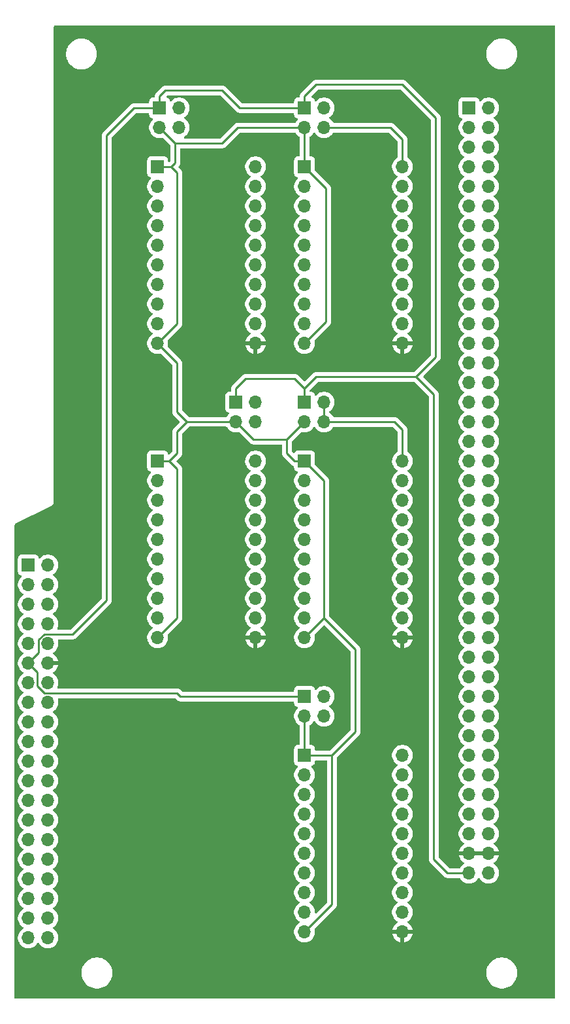
<source format=gbr>
%TF.GenerationSoftware,KiCad,Pcbnew,9.0.1-9.0.1-0~ubuntu24.04.1*%
%TF.CreationDate,2025-04-22T11:48:05+09:00*%
%TF.ProjectId,PSCE-TEST_TANG25K,50534345-2d54-4455-9354-5f54414e4732,rev?*%
%TF.SameCoordinates,Original*%
%TF.FileFunction,Copper,L2,Bot*%
%TF.FilePolarity,Positive*%
%FSLAX46Y46*%
G04 Gerber Fmt 4.6, Leading zero omitted, Abs format (unit mm)*
G04 Created by KiCad (PCBNEW 9.0.1-9.0.1-0~ubuntu24.04.1) date 2025-04-22 11:48:05*
%MOMM*%
%LPD*%
G01*
G04 APERTURE LIST*
%TA.AperFunction,ComponentPad*%
%ADD10R,1.700000X1.700000*%
%TD*%
%TA.AperFunction,ComponentPad*%
%ADD11O,1.700000X1.700000*%
%TD*%
%TA.AperFunction,ViaPad*%
%ADD12C,0.600000*%
%TD*%
%TA.AperFunction,Conductor*%
%ADD13C,0.254000*%
%TD*%
G04 APERTURE END LIST*
D10*
%TO.P,J1,1,Pin_1*%
%TO.N,+5V*%
X103124000Y-48006000D03*
D11*
%TO.P,J1,2,Pin_2*%
%TO.N,Net-(J1-Pin_2)*%
X105664000Y-48006000D03*
%TO.P,J1,3,Pin_3*%
%TO.N,3V3*%
X103124000Y-50546000D03*
%TO.P,J1,4,Pin_4*%
%TO.N,Net-(J1-Pin_2)*%
X105664000Y-50546000D03*
%TD*%
D10*
%TO.P,J6,1,Pin_1*%
%TO.N,/IO0*%
X143256000Y-48006000D03*
D11*
%TO.P,J6,2,Pin_2*%
X145796000Y-48006000D03*
%TO.P,J6,3,Pin_3*%
%TO.N,/IO1*%
X143256000Y-50546000D03*
%TO.P,J6,4,Pin_4*%
X145796000Y-50546000D03*
%TO.P,J6,5,Pin_5*%
%TO.N,/IO2*%
X143256000Y-53086000D03*
%TO.P,J6,6,Pin_6*%
X145796000Y-53086000D03*
%TO.P,J6,7,Pin_7*%
%TO.N,/IO3*%
X143256000Y-55626000D03*
%TO.P,J6,8,Pin_8*%
X145796000Y-55626000D03*
%TO.P,J6,9,Pin_9*%
%TO.N,/IO4*%
X143256000Y-58166000D03*
%TO.P,J6,10,Pin_10*%
X145796000Y-58166000D03*
%TO.P,J6,11,Pin_11*%
%TO.N,/IO5*%
X143256000Y-60706000D03*
%TO.P,J6,12,Pin_12*%
X145796000Y-60706000D03*
%TO.P,J6,13,Pin_13*%
%TO.N,/IO6*%
X143256000Y-63246000D03*
%TO.P,J6,14,Pin_14*%
X145796000Y-63246000D03*
%TO.P,J6,15,Pin_15*%
%TO.N,/IO7*%
X143256000Y-65786000D03*
%TO.P,J6,16,Pin_16*%
X145796000Y-65786000D03*
%TO.P,J6,17,Pin_17*%
%TO.N,/IO8*%
X143256000Y-68326000D03*
%TO.P,J6,18,Pin_18*%
X145796000Y-68326000D03*
%TO.P,J6,19,Pin_19*%
%TO.N,/IO9*%
X143256000Y-70866000D03*
%TO.P,J6,20,Pin_20*%
X145796000Y-70866000D03*
%TO.P,J6,21,Pin_21*%
%TO.N,/IO10*%
X143256000Y-73406000D03*
%TO.P,J6,22,Pin_22*%
X145796000Y-73406000D03*
%TO.P,J6,23,Pin_23*%
%TO.N,/IO11*%
X143256000Y-75946000D03*
%TO.P,J6,24,Pin_24*%
X145796000Y-75946000D03*
%TO.P,J6,25,Pin_25*%
%TO.N,/IO12*%
X143256000Y-78486000D03*
%TO.P,J6,26,Pin_26*%
X145796000Y-78486000D03*
%TO.P,J6,27,Pin_27*%
%TO.N,/IO13*%
X143256000Y-81026000D03*
%TO.P,J6,28,Pin_28*%
X145796000Y-81026000D03*
%TO.P,J6,29,Pin_29*%
%TO.N,/IO14*%
X143256000Y-83566000D03*
%TO.P,J6,30,Pin_30*%
X145796000Y-83566000D03*
%TO.P,J6,31,Pin_31*%
%TO.N,/IO15*%
X143256000Y-86106000D03*
%TO.P,J6,32,Pin_32*%
X145796000Y-86106000D03*
%TO.P,J6,33,Pin_33*%
%TO.N,/IO16*%
X143256000Y-88646000D03*
%TO.P,J6,34,Pin_34*%
X145796000Y-88646000D03*
%TO.P,J6,35,Pin_35*%
%TO.N,/IO17*%
X143256000Y-91186000D03*
%TO.P,J6,36,Pin_36*%
X145796000Y-91186000D03*
%TO.P,J6,37,Pin_37*%
%TO.N,/IO18*%
X143256000Y-93726000D03*
%TO.P,J6,38,Pin_38*%
X145796000Y-93726000D03*
%TO.P,J6,39,Pin_39*%
%TO.N,/IO19*%
X143256000Y-96266000D03*
%TO.P,J6,40,Pin_40*%
X145796000Y-96266000D03*
%TO.P,J6,41,Pin_41*%
%TO.N,/IO20*%
X143256000Y-98806000D03*
%TO.P,J6,42,Pin_42*%
X145796000Y-98806000D03*
%TO.P,J6,43,Pin_43*%
%TO.N,/IO21*%
X143256000Y-101346000D03*
%TO.P,J6,44,Pin_44*%
X145796000Y-101346000D03*
%TO.P,J6,45,Pin_45*%
%TO.N,/IO22*%
X143256000Y-103886000D03*
%TO.P,J6,46,Pin_46*%
X145796000Y-103886000D03*
%TO.P,J6,47,Pin_47*%
%TO.N,/IO23*%
X143256000Y-106426000D03*
%TO.P,J6,48,Pin_48*%
X145796000Y-106426000D03*
%TO.P,J6,49,Pin_49*%
%TO.N,/IO24*%
X143256000Y-108966000D03*
%TO.P,J6,50,Pin_50*%
X145796000Y-108966000D03*
%TO.P,J6,51,Pin_51*%
%TO.N,/IO25*%
X143256000Y-111506000D03*
%TO.P,J6,52,Pin_52*%
X145796000Y-111506000D03*
%TO.P,J6,53,Pin_53*%
%TO.N,/IO26*%
X143256000Y-114046000D03*
%TO.P,J6,54,Pin_54*%
X145796000Y-114046000D03*
%TO.P,J6,55,Pin_55*%
%TO.N,/IO27*%
X143256000Y-116586000D03*
%TO.P,J6,56,Pin_56*%
X145796000Y-116586000D03*
%TO.P,J6,57,Pin_57*%
%TO.N,/IO28*%
X143256000Y-119126000D03*
%TO.P,J6,58,Pin_58*%
X145796000Y-119126000D03*
%TO.P,J6,59,Pin_59*%
%TO.N,/IO29*%
X143256000Y-121666000D03*
%TO.P,J6,60,Pin_60*%
X145796000Y-121666000D03*
%TO.P,J6,61,Pin_61*%
%TO.N,/IO30*%
X143256000Y-124206000D03*
%TO.P,J6,62,Pin_62*%
X145796000Y-124206000D03*
%TO.P,J6,63,Pin_63*%
%TO.N,/IO31*%
X143256000Y-126746000D03*
%TO.P,J6,64,Pin_64*%
X145796000Y-126746000D03*
%TO.P,J6,65,Pin_65*%
%TO.N,/IO32*%
X143256000Y-129286000D03*
%TO.P,J6,66,Pin_66*%
X145796000Y-129286000D03*
%TO.P,J6,67,Pin_67*%
%TO.N,/IO33*%
X143256000Y-131826000D03*
%TO.P,J6,68,Pin_68*%
X145796000Y-131826000D03*
%TO.P,J6,69,Pin_69*%
%TO.N,/IO34*%
X143256000Y-134366000D03*
%TO.P,J6,70,Pin_70*%
X145796000Y-134366000D03*
%TO.P,J6,71,Pin_71*%
%TO.N,/IO35*%
X143256000Y-136906000D03*
%TO.P,J6,72,Pin_72*%
X145796000Y-136906000D03*
%TO.P,J6,73,Pin_73*%
%TO.N,/IO36*%
X143256000Y-139446000D03*
%TO.P,J6,74,Pin_74*%
X145796000Y-139446000D03*
%TO.P,J6,75,Pin_75*%
%TO.N,/IO37*%
X143256000Y-141986000D03*
%TO.P,J6,76,Pin_76*%
X145796000Y-141986000D03*
%TO.P,J6,77,Pin_77*%
%TO.N,GND*%
X143256000Y-144526000D03*
%TO.P,J6,78,Pin_78*%
X145796000Y-144526000D03*
%TO.P,J6,79,Pin_79*%
%TO.N,+5V*%
X143256000Y-147066000D03*
%TO.P,J6,80,Pin_80*%
X145796000Y-147066000D03*
%TD*%
D10*
%TO.P,U2,1,VCCA*%
%TO.N,3V3*%
X121920000Y-55626000D03*
D11*
%TO.P,U2,2,A1*%
%TO.N,/L3*%
X121920000Y-58166000D03*
%TO.P,U2,3,A2*%
%TO.N,/L4*%
X121920000Y-60706000D03*
%TO.P,U2,4,A3*%
%TO.N,/C2*%
X121920000Y-63246000D03*
%TO.P,U2,5,A4*%
%TO.N,/B2*%
X121920000Y-65786000D03*
%TO.P,U2,6,A5*%
%TO.N,/F1*%
X121920000Y-68326000D03*
%TO.P,U2,7,A6*%
%TO.N,/F2*%
X121920000Y-70866000D03*
%TO.P,U2,8,A7*%
%TO.N,/A1*%
X121920000Y-73406000D03*
%TO.P,U2,9,A8*%
%TO.N,/E1*%
X121920000Y-75946000D03*
%TO.P,U2,10,OE*%
%TO.N,3V3*%
X121920000Y-78486000D03*
%TO.P,U2,11,GND*%
%TO.N,GND*%
X134620000Y-78486000D03*
%TO.P,U2,12,B8*%
%TO.N,/IO15*%
X134620000Y-75946000D03*
%TO.P,U2,13,B7*%
%TO.N,/IO14*%
X134620000Y-73406000D03*
%TO.P,U2,14,B6*%
%TO.N,/IO13*%
X134620000Y-70866000D03*
%TO.P,U2,15,B5*%
%TO.N,/IO12*%
X134620000Y-68326000D03*
%TO.P,U2,16,B4*%
%TO.N,/IO11*%
X134620000Y-65786000D03*
%TO.P,U2,17,B3*%
%TO.N,/IO10*%
X134620000Y-63246000D03*
%TO.P,U2,18,B2*%
%TO.N,/IO9*%
X134620000Y-60706000D03*
%TO.P,U2,19,B1*%
%TO.N,/IO8*%
X134620000Y-58166000D03*
%TO.P,U2,20,VCCB*%
%TO.N,Net-(J2-Pin_2)*%
X134620000Y-55626000D03*
%TD*%
D10*
%TO.P,U4,1,VCCA*%
%TO.N,3V3*%
X121920000Y-93726000D03*
D11*
%TO.P,U4,2,A1*%
%TO.N,/J7*%
X121920000Y-96266000D03*
%TO.P,U4,3,A2*%
%TO.N,/K7*%
X121920000Y-98806000D03*
%TO.P,U4,4,A3*%
%TO.N,/L8*%
X121920000Y-101346000D03*
%TO.P,U4,5,A4*%
%TO.N,/L7*%
X121920000Y-103886000D03*
%TO.P,U4,6,A5*%
%TO.N,/K10*%
X121920000Y-106426000D03*
%TO.P,U4,7,A6*%
%TO.N,/L10*%
X121920000Y-108966000D03*
%TO.P,U4,8,A7*%
%TO.N,/K9*%
X121920000Y-111506000D03*
%TO.P,U4,9,A8*%
%TO.N,/L9*%
X121920000Y-114046000D03*
%TO.P,U4,10,OE*%
%TO.N,3V3*%
X121920000Y-116586000D03*
%TO.P,U4,11,GND*%
%TO.N,GND*%
X134620000Y-116586000D03*
%TO.P,U4,12,B8*%
%TO.N,/IO31*%
X134620000Y-114046000D03*
%TO.P,U4,13,B7*%
%TO.N,/IO30*%
X134620000Y-111506000D03*
%TO.P,U4,14,B6*%
%TO.N,/IO29*%
X134620000Y-108966000D03*
%TO.P,U4,15,B5*%
%TO.N,/IO28*%
X134620000Y-106426000D03*
%TO.P,U4,16,B4*%
%TO.N,/IO27*%
X134620000Y-103886000D03*
%TO.P,U4,17,B3*%
%TO.N,/IO26*%
X134620000Y-101346000D03*
%TO.P,U4,18,B2*%
%TO.N,/IO25*%
X134620000Y-98806000D03*
%TO.P,U4,19,B1*%
%TO.N,/IO24*%
X134620000Y-96266000D03*
%TO.P,U4,20,VCCB*%
%TO.N,Net-(J4-Pin_2)*%
X134620000Y-93726000D03*
%TD*%
D10*
%TO.P,U5,1,VCCA*%
%TO.N,3V3*%
X121920000Y-131826000D03*
D11*
%TO.P,U5,2,A1*%
%TO.N,/K8*%
X121920000Y-134366000D03*
%TO.P,U5,3,A2*%
%TO.N,/J8*%
X121920000Y-136906000D03*
%TO.P,U5,4,A3*%
%TO.N,/F6*%
X121920000Y-139446000D03*
%TO.P,U5,5,A4*%
%TO.N,/F7*%
X121920000Y-141986000D03*
%TO.P,U5,6,A5*%
%TO.N,/J10*%
X121920000Y-144526000D03*
%TO.P,U5,7,A6*%
%TO.N,/J11*%
X121920000Y-147066000D03*
%TO.P,U5,8,A7*%
%TO.N,unconnected-(U5-A7-Pad8)*%
X121920000Y-149606000D03*
%TO.P,U5,9,A8*%
%TO.N,unconnected-(U5-A8-Pad9)*%
X121920000Y-152146000D03*
%TO.P,U5,10,OE*%
%TO.N,3V3*%
X121920000Y-154686000D03*
%TO.P,U5,11,GND*%
%TO.N,GND*%
X134620000Y-154686000D03*
%TO.P,U5,12,B8*%
%TO.N,/IO39*%
X134620000Y-152146000D03*
%TO.P,U5,13,B7*%
%TO.N,/IO38*%
X134620000Y-149606000D03*
%TO.P,U5,14,B6*%
%TO.N,/IO37*%
X134620000Y-147066000D03*
%TO.P,U5,15,B5*%
%TO.N,/IO36*%
X134620000Y-144526000D03*
%TO.P,U5,16,B4*%
%TO.N,/IO35*%
X134620000Y-141986000D03*
%TO.P,U5,17,B3*%
%TO.N,/IO34*%
X134620000Y-139446000D03*
%TO.P,U5,18,B2*%
%TO.N,/IO33*%
X134620000Y-136906000D03*
%TO.P,U5,19,B1*%
%TO.N,/IO32*%
X134620000Y-134366000D03*
%TO.P,U5,20,VCCB*%
%TO.N,Net-(J5-Pin_2)*%
X134620000Y-131826000D03*
%TD*%
D10*
%TO.P,J7,1,Pin_1*%
%TO.N,/K2*%
X86106000Y-107188000D03*
D11*
%TO.P,J7,2,Pin_2*%
%TO.N,/K1*%
X88646000Y-107188000D03*
%TO.P,J7,3,Pin_3*%
%TO.N,/L1*%
X86106000Y-109728000D03*
%TO.P,J7,4,Pin_4*%
%TO.N,/L2*%
X88646000Y-109728000D03*
%TO.P,J7,5,Pin_5*%
%TO.N,/K4*%
X86106000Y-112268000D03*
%TO.P,J7,6,Pin_6*%
%TO.N,/J4*%
X88646000Y-112268000D03*
%TO.P,J7,7,Pin_7*%
%TO.N,/G1*%
X86106000Y-114808000D03*
%TO.P,J7,8,Pin_8*%
%TO.N,/G2*%
X88646000Y-114808000D03*
%TO.P,J7,9,Pin_9*%
%TO.N,/L3*%
X86106000Y-117348000D03*
%TO.P,J7,10,Pin_10*%
%TO.N,/L4*%
X88646000Y-117348000D03*
%TO.P,J7,11,Pin_11*%
%TO.N,+5V*%
X86106000Y-119888000D03*
%TO.P,J7,12,Pin_12*%
%TO.N,GND*%
X88646000Y-119888000D03*
%TO.P,J7,13,Pin_13*%
%TO.N,/C2*%
X86106000Y-122428000D03*
%TO.P,J7,14,Pin_14*%
%TO.N,/B2*%
X88646000Y-122428000D03*
%TO.P,J7,15,Pin_15*%
%TO.N,/F1*%
X86106000Y-124968000D03*
%TO.P,J7,16,Pin_16*%
%TO.N,/F2*%
X88646000Y-124968000D03*
%TO.P,J7,17,Pin_17*%
%TO.N,/A1*%
X86106000Y-127508000D03*
%TO.P,J7,18,Pin_18*%
%TO.N,/E1*%
X88646000Y-127508000D03*
%TO.P,J7,19,Pin_19*%
%TO.N,/D1*%
X86106000Y-130048000D03*
%TO.P,J7,20,Pin_20*%
%TO.N,/E3*%
X88646000Y-130048000D03*
%TO.P,J7,21,Pin_21*%
%TO.N,/J2*%
X86106000Y-132588000D03*
%TO.P,J7,22,Pin_22*%
%TO.N,/J1*%
X88646000Y-132588000D03*
%TO.P,J7,23,Pin_23*%
%TO.N,/H4*%
X86106000Y-135128000D03*
%TO.P,J7,24,Pin_24*%
%TO.N,/G4*%
X88646000Y-135128000D03*
%TO.P,J7,25,Pin_25*%
%TO.N,/H2*%
X86106000Y-137668000D03*
%TO.P,J7,26,Pin_26*%
%TO.N,/H1*%
X88646000Y-137668000D03*
%TO.P,J7,27,Pin_27*%
%TO.N,/J7*%
X86106000Y-140208000D03*
%TO.P,J7,28,Pin_28*%
%TO.N,/K7*%
X88646000Y-140208000D03*
%TO.P,J7,29,Pin_29*%
%TO.N,/L8*%
X86106000Y-142748000D03*
%TO.P,J7,30,Pin_30*%
%TO.N,/L7*%
X88646000Y-142748000D03*
%TO.P,J7,31,Pin_31*%
%TO.N,/K10*%
X86106000Y-145288000D03*
%TO.P,J7,32,Pin_32*%
%TO.N,/L10*%
X88646000Y-145288000D03*
%TO.P,J7,33,Pin_33*%
%TO.N,/K9*%
X86106000Y-147828000D03*
%TO.P,J7,34,Pin_34*%
%TO.N,/L9*%
X88646000Y-147828000D03*
%TO.P,J7,35,Pin_35*%
%TO.N,/K8*%
X86106000Y-150368000D03*
%TO.P,J7,36,Pin_36*%
%TO.N,/J8*%
X88646000Y-150368000D03*
%TO.P,J7,37,Pin_37*%
%TO.N,/F6*%
X86106000Y-152908000D03*
%TO.P,J7,38,Pin_38*%
%TO.N,/F7*%
X88646000Y-152908000D03*
%TO.P,J7,39,Pin_39*%
%TO.N,/J10*%
X86106000Y-155448000D03*
%TO.P,J7,40,Pin_40*%
%TO.N,/J11*%
X88646000Y-155448000D03*
%TD*%
D10*
%TO.P,U3,1,VCCA*%
%TO.N,3V3*%
X102870000Y-93726000D03*
D11*
%TO.P,U3,2,A1*%
%TO.N,/D1*%
X102870000Y-96266000D03*
%TO.P,U3,3,A2*%
%TO.N,/E3*%
X102870000Y-98806000D03*
%TO.P,U3,4,A3*%
%TO.N,/J2*%
X102870000Y-101346000D03*
%TO.P,U3,5,A4*%
%TO.N,/J1*%
X102870000Y-103886000D03*
%TO.P,U3,6,A5*%
%TO.N,/H4*%
X102870000Y-106426000D03*
%TO.P,U3,7,A6*%
%TO.N,/G4*%
X102870000Y-108966000D03*
%TO.P,U3,8,A7*%
%TO.N,/H2*%
X102870000Y-111506000D03*
%TO.P,U3,9,A8*%
%TO.N,/H1*%
X102870000Y-114046000D03*
%TO.P,U3,10,OE*%
%TO.N,3V3*%
X102870000Y-116586000D03*
%TO.P,U3,11,GND*%
%TO.N,GND*%
X115570000Y-116586000D03*
%TO.P,U3,12,B8*%
%TO.N,/IO23*%
X115570000Y-114046000D03*
%TO.P,U3,13,B7*%
%TO.N,/IO22*%
X115570000Y-111506000D03*
%TO.P,U3,14,B6*%
%TO.N,/IO21*%
X115570000Y-108966000D03*
%TO.P,U3,15,B5*%
%TO.N,/IO20*%
X115570000Y-106426000D03*
%TO.P,U3,16,B4*%
%TO.N,/IO19*%
X115570000Y-103886000D03*
%TO.P,U3,17,B3*%
%TO.N,/IO18*%
X115570000Y-101346000D03*
%TO.P,U3,18,B2*%
%TO.N,/IO17*%
X115570000Y-98806000D03*
%TO.P,U3,19,B1*%
%TO.N,/IO16*%
X115570000Y-96266000D03*
%TO.P,U3,20,VCCB*%
%TO.N,Net-(J3-Pin_2)*%
X115570000Y-93726000D03*
%TD*%
D10*
%TO.P,J4,1,Pin_1*%
%TO.N,+5V*%
X121920000Y-86106000D03*
D11*
%TO.P,J4,2,Pin_2*%
%TO.N,Net-(J4-Pin_2)*%
X124460000Y-86106000D03*
%TO.P,J4,3,Pin_3*%
%TO.N,3V3*%
X121920000Y-88646000D03*
%TO.P,J4,4,Pin_4*%
%TO.N,Net-(J4-Pin_2)*%
X124460000Y-88646000D03*
%TD*%
D10*
%TO.P,U1,1,VCCA*%
%TO.N,3V3*%
X102870000Y-55626000D03*
D11*
%TO.P,U1,2,A1*%
%TO.N,/K2*%
X102870000Y-58166000D03*
%TO.P,U1,3,A2*%
%TO.N,/K1*%
X102870000Y-60706000D03*
%TO.P,U1,4,A3*%
%TO.N,/L1*%
X102870000Y-63246000D03*
%TO.P,U1,5,A4*%
%TO.N,/L2*%
X102870000Y-65786000D03*
%TO.P,U1,6,A5*%
%TO.N,/K4*%
X102870000Y-68326000D03*
%TO.P,U1,7,A6*%
%TO.N,/J4*%
X102870000Y-70866000D03*
%TO.P,U1,8,A7*%
%TO.N,/G1*%
X102870000Y-73406000D03*
%TO.P,U1,9,A8*%
%TO.N,/G2*%
X102870000Y-75946000D03*
%TO.P,U1,10,OE*%
%TO.N,3V3*%
X102870000Y-78486000D03*
%TO.P,U1,11,GND*%
%TO.N,GND*%
X115570000Y-78486000D03*
%TO.P,U1,12,B8*%
%TO.N,/IO7*%
X115570000Y-75946000D03*
%TO.P,U1,13,B7*%
%TO.N,/IO6*%
X115570000Y-73406000D03*
%TO.P,U1,14,B6*%
%TO.N,/IO5*%
X115570000Y-70866000D03*
%TO.P,U1,15,B5*%
%TO.N,/IO4*%
X115570000Y-68326000D03*
%TO.P,U1,16,B4*%
%TO.N,/IO3*%
X115570000Y-65786000D03*
%TO.P,U1,17,B3*%
%TO.N,/IO2*%
X115570000Y-63246000D03*
%TO.P,U1,18,B2*%
%TO.N,/IO1*%
X115570000Y-60706000D03*
%TO.P,U1,19,B1*%
%TO.N,/IO0*%
X115570000Y-58166000D03*
%TO.P,U1,20,VCCB*%
%TO.N,Net-(J1-Pin_2)*%
X115570000Y-55626000D03*
%TD*%
D10*
%TO.P,J5,1,Pin_1*%
%TO.N,+5V*%
X121920000Y-124206000D03*
D11*
%TO.P,J5,2,Pin_2*%
%TO.N,Net-(J5-Pin_2)*%
X124460000Y-124206000D03*
%TO.P,J5,3,Pin_3*%
%TO.N,3V3*%
X121920000Y-126746000D03*
%TO.P,J5,4,Pin_4*%
%TO.N,Net-(J5-Pin_2)*%
X124460000Y-126746000D03*
%TD*%
D10*
%TO.P,J3,1,Pin_1*%
%TO.N,+5V*%
X113025000Y-86101000D03*
D11*
%TO.P,J3,2,Pin_2*%
%TO.N,Net-(J3-Pin_2)*%
X115565000Y-86101000D03*
%TO.P,J3,3,Pin_3*%
%TO.N,3V3*%
X113025000Y-88641000D03*
%TO.P,J3,4,Pin_4*%
%TO.N,Net-(J3-Pin_2)*%
X115565000Y-88641000D03*
%TD*%
D10*
%TO.P,J2,1,Pin_1*%
%TO.N,+5V*%
X121920000Y-48006000D03*
D11*
%TO.P,J2,2,Pin_2*%
%TO.N,Net-(J2-Pin_2)*%
X124460000Y-48006000D03*
%TO.P,J2,3,Pin_3*%
%TO.N,3V3*%
X121920000Y-50546000D03*
%TO.P,J2,4,Pin_4*%
%TO.N,Net-(J2-Pin_2)*%
X124460000Y-50546000D03*
%TD*%
D12*
%TO.N,GND*%
X130810000Y-72390000D03*
X128270000Y-48260000D03*
X107950000Y-63500000D03*
X118110000Y-157480000D03*
X109220000Y-161290000D03*
X124206000Y-143510000D03*
X93980000Y-117094000D03*
X128270000Y-85090000D03*
X130810000Y-134620000D03*
X138430000Y-149860000D03*
X116840000Y-41910000D03*
X104140000Y-132080000D03*
X102616000Y-126238000D03*
X111760000Y-95250000D03*
X127000000Y-53340000D03*
X107950000Y-95250000D03*
X96520000Y-153454500D03*
X133350000Y-48260000D03*
X130810000Y-62230000D03*
X132080000Y-102870000D03*
X137160000Y-57150000D03*
X92710000Y-71120000D03*
X124206000Y-138430000D03*
X101600000Y-135890000D03*
X92710000Y-53340000D03*
X125730000Y-53340000D03*
X130810000Y-146050000D03*
X138430000Y-153670000D03*
X107950000Y-69850000D03*
X92964000Y-78486000D03*
X130810000Y-67310000D03*
X140970000Y-161290000D03*
X132080000Y-107950000D03*
X132080000Y-85090000D03*
X109220000Y-49530000D03*
X135890000Y-41910000D03*
X137160000Y-125730000D03*
X107950000Y-58420000D03*
X124460000Y-161290000D03*
X106680000Y-41910000D03*
X132080000Y-97790000D03*
X132080000Y-120650000D03*
X117817500Y-150583500D03*
X133350000Y-161290000D03*
X92710000Y-62230000D03*
X99822000Y-96012000D03*
X119380000Y-120650000D03*
X116840000Y-161290000D03*
X99060000Y-57150000D03*
X130810000Y-139700000D03*
X147320000Y-152400000D03*
X92202000Y-119126000D03*
X102616000Y-120904000D03*
X101600000Y-161290000D03*
X109220000Y-86360000D03*
X118110000Y-130810000D03*
X114300000Y-120650000D03*
X114300000Y-53340000D03*
X130810000Y-76200000D03*
X116840000Y-53340000D03*
X127000000Y-41910000D03*
X114300000Y-135890000D03*
X114300000Y-130810000D03*
X123952000Y-148336000D03*
X99060000Y-53340000D03*
X123190000Y-157480000D03*
X102108000Y-81534000D03*
%TD*%
D13*
%TO.N,+5V*%
X138938000Y-49276000D02*
X138938000Y-80264000D01*
X121920000Y-124206000D02*
X105826000Y-124206000D01*
X86106000Y-119888000D02*
X87284000Y-121066000D01*
X103124000Y-48006000D02*
X99822000Y-48006000D01*
X123444000Y-82804000D02*
X136398000Y-82804000D01*
X121920000Y-48006000D02*
X113538000Y-48006000D01*
X136398000Y-82804000D02*
X138684000Y-85090000D01*
X88230000Y-123790000D02*
X105410000Y-123790000D01*
X87468000Y-118526000D02*
X87468000Y-116860056D01*
X96266000Y-51562000D02*
X96266000Y-111760000D01*
X87468000Y-118526000D02*
X86106000Y-119888000D01*
X111252000Y-45720000D02*
X103886000Y-45720000D01*
X138684000Y-85090000D02*
X138684000Y-145288000D01*
X87284000Y-122844000D02*
X88230000Y-123790000D01*
X114300000Y-83058000D02*
X120650000Y-83058000D01*
X121920000Y-84328000D02*
X121920000Y-86106000D01*
X121920000Y-48006000D02*
X121920000Y-46482000D01*
X134620000Y-44958000D02*
X138938000Y-49276000D01*
X121920000Y-46482000D02*
X123444000Y-44958000D01*
X88158056Y-116170000D02*
X91856000Y-116170000D01*
X103886000Y-45720000D02*
X103124000Y-46482000D01*
X105826000Y-124206000D02*
X105410000Y-123790000D01*
X120650000Y-83058000D02*
X121920000Y-84328000D01*
X140462000Y-147066000D02*
X143256000Y-147066000D01*
X99822000Y-48006000D02*
X96266000Y-51562000D01*
X87468000Y-116860056D02*
X88158056Y-116170000D01*
X113025000Y-84333000D02*
X114300000Y-83058000D01*
X123444000Y-44958000D02*
X134620000Y-44958000D01*
X87284000Y-121066000D02*
X87284000Y-122844000D01*
X121920000Y-84328000D02*
X123444000Y-82804000D01*
X91856000Y-116170000D02*
X96266000Y-111760000D01*
X113025000Y-86101000D02*
X113025000Y-84333000D01*
X103124000Y-46482000D02*
X103124000Y-48006000D01*
X138684000Y-145288000D02*
X140462000Y-147066000D01*
X138938000Y-80264000D02*
X136398000Y-82804000D01*
X113538000Y-48006000D02*
X111252000Y-45720000D01*
%TO.N,3V3*%
X104648000Y-55626000D02*
X105410000Y-56388000D01*
X104394000Y-93726000D02*
X102870000Y-93726000D01*
X105410000Y-56388000D02*
X105410000Y-74676000D01*
X102870000Y-78486000D02*
X105410000Y-81026000D01*
X124714000Y-75692000D02*
X121920000Y-78486000D01*
X121920000Y-88646000D02*
X119634000Y-90932000D01*
X128524000Y-118110000D02*
X128524000Y-128778000D01*
X121920000Y-50546000D02*
X113284000Y-50546000D01*
X106675000Y-88641000D02*
X105410000Y-87376000D01*
X128524000Y-128778000D02*
X125476000Y-131826000D01*
X124460000Y-114046000D02*
X128524000Y-118110000D01*
X105410000Y-92710000D02*
X104394000Y-93726000D01*
X106680000Y-88646000D02*
X105410000Y-89916000D01*
X120650000Y-93726000D02*
X121920000Y-93726000D01*
X124714000Y-58420000D02*
X124714000Y-75692000D01*
X119634000Y-90932000D02*
X115316000Y-90932000D01*
X124460000Y-96266000D02*
X121920000Y-93726000D01*
X113025000Y-88641000D02*
X106680000Y-88641000D01*
X125476000Y-131826000D02*
X121920000Y-131826000D01*
X121920000Y-154686000D02*
X125476000Y-151130000D01*
X105410000Y-89916000D02*
X105410000Y-92710000D01*
X119634000Y-90932000D02*
X119634000Y-92710000D01*
X105410000Y-75946000D02*
X105410000Y-74676000D01*
X113284000Y-50546000D02*
X111252000Y-52578000D01*
X121920000Y-50546000D02*
X121920000Y-55626000D01*
X105156000Y-52578000D02*
X105156000Y-55118000D01*
X105410000Y-94742000D02*
X105410000Y-114046000D01*
X121920000Y-116586000D02*
X124460000Y-114046000D01*
X104648000Y-55626000D02*
X102870000Y-55626000D01*
X106680000Y-88641000D02*
X106675000Y-88641000D01*
X121920000Y-55626000D02*
X124714000Y-58420000D01*
X104394000Y-93726000D02*
X105410000Y-94742000D01*
X124460000Y-114046000D02*
X124460000Y-96266000D01*
X119634000Y-92710000D02*
X120650000Y-93726000D01*
X103124000Y-50546000D02*
X105156000Y-52578000D01*
X125476000Y-151130000D02*
X125476000Y-131826000D01*
X105156000Y-55118000D02*
X104648000Y-55626000D01*
X105410000Y-83312000D02*
X105410000Y-87376000D01*
X106680000Y-88641000D02*
X106680000Y-88646000D01*
X115316000Y-90932000D02*
X113025000Y-88641000D01*
X105410000Y-81026000D02*
X105410000Y-83312000D01*
X102870000Y-78486000D02*
X105410000Y-75946000D01*
X121920000Y-126746000D02*
X121920000Y-131826000D01*
X105410000Y-114046000D02*
X102870000Y-116586000D01*
X111252000Y-52578000D02*
X105156000Y-52578000D01*
%TO.N,Net-(J2-Pin_2)*%
X133096000Y-50546000D02*
X134620000Y-52070000D01*
X134620000Y-52070000D02*
X134620000Y-55626000D01*
X124460000Y-50546000D02*
X133096000Y-50546000D01*
%TO.N,Net-(J4-Pin_2)*%
X134620000Y-93726000D02*
X134620000Y-89662000D01*
X124460000Y-86106000D02*
X124460000Y-88646000D01*
X134620000Y-89662000D02*
X133604000Y-88646000D01*
X133604000Y-88646000D02*
X124460000Y-88646000D01*
%TD*%
%TA.AperFunction,Conductor*%
%TO.N,GND*%
G36*
X124791539Y-132473185D02*
G01*
X124837294Y-132525989D01*
X124848500Y-132577500D01*
X124848500Y-150818718D01*
X124828815Y-150885757D01*
X124812181Y-150906399D01*
X123482181Y-152236399D01*
X123420858Y-152269884D01*
X123351166Y-152264900D01*
X123295233Y-152223028D01*
X123270816Y-152157564D01*
X123270500Y-152148718D01*
X123270500Y-152039713D01*
X123268678Y-152028208D01*
X123237246Y-151829757D01*
X123171557Y-151627588D01*
X123075051Y-151438184D01*
X123075049Y-151438181D01*
X123075048Y-151438179D01*
X122950109Y-151266213D01*
X122799786Y-151115890D01*
X122627820Y-150990951D01*
X122627115Y-150990591D01*
X122619054Y-150986485D01*
X122568259Y-150938512D01*
X122551463Y-150870692D01*
X122573999Y-150804556D01*
X122619054Y-150765515D01*
X122627816Y-150761051D01*
X122733534Y-150684243D01*
X122799786Y-150636109D01*
X122799788Y-150636106D01*
X122799792Y-150636104D01*
X122950104Y-150485792D01*
X122950106Y-150485788D01*
X122950109Y-150485786D01*
X123075048Y-150313820D01*
X123075047Y-150313820D01*
X123075051Y-150313816D01*
X123171557Y-150124412D01*
X123237246Y-149922243D01*
X123270500Y-149712287D01*
X123270500Y-149499713D01*
X123237246Y-149289757D01*
X123171557Y-149087588D01*
X123075051Y-148898184D01*
X123075049Y-148898181D01*
X123075048Y-148898179D01*
X122950109Y-148726213D01*
X122799786Y-148575890D01*
X122627820Y-148450951D01*
X122627115Y-148450591D01*
X122619054Y-148446485D01*
X122568259Y-148398512D01*
X122551463Y-148330692D01*
X122573999Y-148264556D01*
X122619054Y-148225515D01*
X122627816Y-148221051D01*
X122733534Y-148144243D01*
X122799786Y-148096109D01*
X122799788Y-148096106D01*
X122799792Y-148096104D01*
X122950104Y-147945792D01*
X122950106Y-147945788D01*
X122950109Y-147945786D01*
X123075048Y-147773820D01*
X123075047Y-147773820D01*
X123075051Y-147773816D01*
X123171557Y-147584412D01*
X123237246Y-147382243D01*
X123270500Y-147172287D01*
X123270500Y-146959713D01*
X123237246Y-146749757D01*
X123171557Y-146547588D01*
X123075051Y-146358184D01*
X123075049Y-146358181D01*
X123075048Y-146358179D01*
X122950109Y-146186213D01*
X122799786Y-146035890D01*
X122627820Y-145910951D01*
X122627115Y-145910591D01*
X122619054Y-145906485D01*
X122568259Y-145858512D01*
X122551463Y-145790692D01*
X122573999Y-145724556D01*
X122619054Y-145685515D01*
X122627816Y-145681051D01*
X122733534Y-145604243D01*
X122799786Y-145556109D01*
X122799788Y-145556106D01*
X122799792Y-145556104D01*
X122950104Y-145405792D01*
X122950106Y-145405788D01*
X122950109Y-145405786D01*
X123075048Y-145233820D01*
X123075047Y-145233820D01*
X123075051Y-145233816D01*
X123171557Y-145044412D01*
X123237246Y-144842243D01*
X123270500Y-144632287D01*
X123270500Y-144419713D01*
X123237246Y-144209757D01*
X123171557Y-144007588D01*
X123075051Y-143818184D01*
X123075049Y-143818181D01*
X123075048Y-143818179D01*
X122950109Y-143646213D01*
X122799786Y-143495890D01*
X122627820Y-143370951D01*
X122619600Y-143366763D01*
X122619054Y-143366485D01*
X122568259Y-143318512D01*
X122551463Y-143250692D01*
X122573999Y-143184556D01*
X122619054Y-143145515D01*
X122627816Y-143141051D01*
X122733534Y-143064243D01*
X122799786Y-143016109D01*
X122799788Y-143016106D01*
X122799792Y-143016104D01*
X122950104Y-142865792D01*
X122950106Y-142865788D01*
X122950109Y-142865786D01*
X123075048Y-142693820D01*
X123075047Y-142693820D01*
X123075051Y-142693816D01*
X123171557Y-142504412D01*
X123237246Y-142302243D01*
X123270500Y-142092287D01*
X123270500Y-141879713D01*
X123237246Y-141669757D01*
X123171557Y-141467588D01*
X123075051Y-141278184D01*
X123075049Y-141278181D01*
X123075048Y-141278179D01*
X122950109Y-141106213D01*
X122799786Y-140955890D01*
X122627820Y-140830951D01*
X122627115Y-140830591D01*
X122619054Y-140826485D01*
X122568259Y-140778512D01*
X122551463Y-140710692D01*
X122573999Y-140644556D01*
X122619054Y-140605515D01*
X122627816Y-140601051D01*
X122733534Y-140524243D01*
X122799786Y-140476109D01*
X122799788Y-140476106D01*
X122799792Y-140476104D01*
X122950104Y-140325792D01*
X122950106Y-140325788D01*
X122950109Y-140325786D01*
X123075048Y-140153820D01*
X123075047Y-140153820D01*
X123075051Y-140153816D01*
X123171557Y-139964412D01*
X123237246Y-139762243D01*
X123270500Y-139552287D01*
X123270500Y-139339713D01*
X123237246Y-139129757D01*
X123171557Y-138927588D01*
X123075051Y-138738184D01*
X123075049Y-138738181D01*
X123075048Y-138738179D01*
X122950109Y-138566213D01*
X122799786Y-138415890D01*
X122627820Y-138290951D01*
X122627115Y-138290591D01*
X122619054Y-138286485D01*
X122568259Y-138238512D01*
X122551463Y-138170692D01*
X122573999Y-138104556D01*
X122619054Y-138065515D01*
X122627816Y-138061051D01*
X122733534Y-137984243D01*
X122799786Y-137936109D01*
X122799788Y-137936106D01*
X122799792Y-137936104D01*
X122950104Y-137785792D01*
X122950106Y-137785788D01*
X122950109Y-137785786D01*
X123075048Y-137613820D01*
X123075047Y-137613820D01*
X123075051Y-137613816D01*
X123171557Y-137424412D01*
X123237246Y-137222243D01*
X123270500Y-137012287D01*
X123270500Y-136799713D01*
X123237246Y-136589757D01*
X123171557Y-136387588D01*
X123075051Y-136198184D01*
X123075049Y-136198181D01*
X123075048Y-136198179D01*
X122950109Y-136026213D01*
X122799786Y-135875890D01*
X122627820Y-135750951D01*
X122627115Y-135750591D01*
X122619054Y-135746485D01*
X122568259Y-135698512D01*
X122551463Y-135630692D01*
X122573999Y-135564556D01*
X122619054Y-135525515D01*
X122627816Y-135521051D01*
X122733534Y-135444243D01*
X122799786Y-135396109D01*
X122799788Y-135396106D01*
X122799792Y-135396104D01*
X122950104Y-135245792D01*
X122950106Y-135245788D01*
X122950109Y-135245786D01*
X123075048Y-135073820D01*
X123075047Y-135073820D01*
X123075051Y-135073816D01*
X123171557Y-134884412D01*
X123237246Y-134682243D01*
X123270500Y-134472287D01*
X123270500Y-134259713D01*
X123237246Y-134049757D01*
X123171557Y-133847588D01*
X123075051Y-133658184D01*
X123075049Y-133658181D01*
X123075048Y-133658179D01*
X122950109Y-133486213D01*
X122836569Y-133372673D01*
X122803084Y-133311350D01*
X122808068Y-133241658D01*
X122849940Y-133185725D01*
X122880915Y-133168810D01*
X123012331Y-133119796D01*
X123127546Y-133033546D01*
X123213796Y-132918331D01*
X123264091Y-132783483D01*
X123270500Y-132723873D01*
X123270500Y-132577500D01*
X123290185Y-132510461D01*
X123342989Y-132464706D01*
X123394500Y-132453500D01*
X124724500Y-132453500D01*
X124791539Y-132473185D01*
G37*
%TD.AperFunction*%
%TA.AperFunction,Conductor*%
G36*
X145330075Y-144333007D02*
G01*
X145296000Y-144460174D01*
X145296000Y-144591826D01*
X145330075Y-144718993D01*
X145362988Y-144776000D01*
X143689012Y-144776000D01*
X143721925Y-144718993D01*
X143756000Y-144591826D01*
X143756000Y-144460174D01*
X143721925Y-144333007D01*
X143689012Y-144276000D01*
X145362988Y-144276000D01*
X145330075Y-144333007D01*
G37*
%TD.AperFunction*%
%TA.AperFunction,Conductor*%
G36*
X101658186Y-48636050D02*
G01*
X101667148Y-48634762D01*
X101691188Y-48645740D01*
X101716540Y-48653185D01*
X101722467Y-48660025D01*
X101730704Y-48663787D01*
X101744993Y-48686021D01*
X101762295Y-48705989D01*
X101764582Y-48716503D01*
X101768478Y-48722565D01*
X101773501Y-48757500D01*
X101773501Y-48903876D01*
X101779908Y-48963483D01*
X101830202Y-49098328D01*
X101830206Y-49098335D01*
X101916452Y-49213544D01*
X101916455Y-49213547D01*
X102031664Y-49299793D01*
X102031671Y-49299797D01*
X102163082Y-49348810D01*
X102219016Y-49390681D01*
X102243433Y-49456145D01*
X102228582Y-49524418D01*
X102207431Y-49552673D01*
X102093889Y-49666215D01*
X101968951Y-49838179D01*
X101872444Y-50027585D01*
X101806753Y-50229760D01*
X101773500Y-50439713D01*
X101773500Y-50652286D01*
X101806753Y-50862239D01*
X101872444Y-51064414D01*
X101968951Y-51253820D01*
X102093890Y-51425786D01*
X102244213Y-51576109D01*
X102416179Y-51701048D01*
X102416181Y-51701049D01*
X102416184Y-51701051D01*
X102605588Y-51797557D01*
X102807757Y-51863246D01*
X103017713Y-51896500D01*
X103017714Y-51896500D01*
X103230286Y-51896500D01*
X103230287Y-51896500D01*
X103440243Y-51863246D01*
X103453698Y-51858873D01*
X103523535Y-51856873D01*
X103579702Y-51889121D01*
X104492181Y-52801600D01*
X104525666Y-52862923D01*
X104528500Y-52889281D01*
X104528500Y-54806719D01*
X104519855Y-54836159D01*
X104513332Y-54866146D01*
X104509577Y-54871161D01*
X104508815Y-54873758D01*
X104492181Y-54894400D01*
X104432180Y-54954401D01*
X104370857Y-54987886D01*
X104301165Y-54982902D01*
X104245232Y-54941030D01*
X104220815Y-54875566D01*
X104220499Y-54866720D01*
X104220499Y-54728129D01*
X104220498Y-54728123D01*
X104220497Y-54728116D01*
X104214091Y-54668517D01*
X104163796Y-54533669D01*
X104163795Y-54533668D01*
X104163793Y-54533664D01*
X104077547Y-54418455D01*
X104077544Y-54418452D01*
X103962335Y-54332206D01*
X103962328Y-54332202D01*
X103827482Y-54281908D01*
X103827483Y-54281908D01*
X103767883Y-54275501D01*
X103767881Y-54275500D01*
X103767873Y-54275500D01*
X103767864Y-54275500D01*
X101972129Y-54275500D01*
X101972123Y-54275501D01*
X101912516Y-54281908D01*
X101777671Y-54332202D01*
X101777664Y-54332206D01*
X101662455Y-54418452D01*
X101662452Y-54418455D01*
X101576206Y-54533664D01*
X101576202Y-54533671D01*
X101525908Y-54668517D01*
X101519501Y-54728116D01*
X101519501Y-54728123D01*
X101519500Y-54728135D01*
X101519500Y-56523870D01*
X101519501Y-56523876D01*
X101525908Y-56583483D01*
X101576202Y-56718328D01*
X101576206Y-56718335D01*
X101662452Y-56833544D01*
X101662455Y-56833547D01*
X101777664Y-56919793D01*
X101777671Y-56919797D01*
X101909082Y-56968810D01*
X101965016Y-57010681D01*
X101989433Y-57076145D01*
X101974582Y-57144418D01*
X101953431Y-57172673D01*
X101839889Y-57286215D01*
X101714951Y-57458179D01*
X101618444Y-57647585D01*
X101552753Y-57849760D01*
X101539634Y-57932590D01*
X101519500Y-58059713D01*
X101519500Y-58272287D01*
X101552754Y-58482243D01*
X101605182Y-58643600D01*
X101618444Y-58684414D01*
X101714951Y-58873820D01*
X101839890Y-59045786D01*
X101990213Y-59196109D01*
X102162182Y-59321050D01*
X102170946Y-59325516D01*
X102221742Y-59373491D01*
X102238536Y-59441312D01*
X102215998Y-59507447D01*
X102170946Y-59546484D01*
X102162182Y-59550949D01*
X101990213Y-59675890D01*
X101839890Y-59826213D01*
X101714951Y-59998179D01*
X101618444Y-60187585D01*
X101552753Y-60389760D01*
X101519500Y-60599713D01*
X101519500Y-60812286D01*
X101552753Y-61022239D01*
X101618444Y-61224414D01*
X101714951Y-61413820D01*
X101839890Y-61585786D01*
X101990213Y-61736109D01*
X102162182Y-61861050D01*
X102170946Y-61865516D01*
X102221742Y-61913491D01*
X102238536Y-61981312D01*
X102215998Y-62047447D01*
X102170946Y-62086484D01*
X102162182Y-62090949D01*
X101990213Y-62215890D01*
X101839890Y-62366213D01*
X101714951Y-62538179D01*
X101618444Y-62727585D01*
X101552753Y-62929760D01*
X101519500Y-63139713D01*
X101519500Y-63352286D01*
X101552753Y-63562239D01*
X101618444Y-63764414D01*
X101714951Y-63953820D01*
X101839890Y-64125786D01*
X101990213Y-64276109D01*
X102162182Y-64401050D01*
X102170946Y-64405516D01*
X102221742Y-64453491D01*
X102238536Y-64521312D01*
X102215998Y-64587447D01*
X102170946Y-64626484D01*
X102162182Y-64630949D01*
X101990213Y-64755890D01*
X101839890Y-64906213D01*
X101714951Y-65078179D01*
X101618444Y-65267585D01*
X101552753Y-65469760D01*
X101519500Y-65679713D01*
X101519500Y-65892286D01*
X101552753Y-66102239D01*
X101618444Y-66304414D01*
X101714951Y-66493820D01*
X101839890Y-66665786D01*
X101990213Y-66816109D01*
X102162182Y-66941050D01*
X102170946Y-66945516D01*
X102221742Y-66993491D01*
X102238536Y-67061312D01*
X102215998Y-67127447D01*
X102170946Y-67166484D01*
X102162182Y-67170949D01*
X101990213Y-67295890D01*
X101839890Y-67446213D01*
X101714951Y-67618179D01*
X101618444Y-67807585D01*
X101552753Y-68009760D01*
X101519500Y-68219713D01*
X101519500Y-68432286D01*
X101552753Y-68642239D01*
X101618444Y-68844414D01*
X101714951Y-69033820D01*
X101839890Y-69205786D01*
X101990213Y-69356109D01*
X102162182Y-69481050D01*
X102170946Y-69485516D01*
X102221742Y-69533491D01*
X102238536Y-69601312D01*
X102215998Y-69667447D01*
X102170946Y-69706484D01*
X102162182Y-69710949D01*
X101990213Y-69835890D01*
X101839890Y-69986213D01*
X101714951Y-70158179D01*
X101618444Y-70347585D01*
X101552753Y-70549760D01*
X101519500Y-70759713D01*
X101519500Y-70972286D01*
X101552753Y-71182239D01*
X101618444Y-71384414D01*
X101714951Y-71573820D01*
X101839890Y-71745786D01*
X101990213Y-71896109D01*
X102162182Y-72021050D01*
X102170946Y-72025516D01*
X102221742Y-72073491D01*
X102238536Y-72141312D01*
X102215998Y-72207447D01*
X102170946Y-72246484D01*
X102162182Y-72250949D01*
X101990213Y-72375890D01*
X101839890Y-72526213D01*
X101714951Y-72698179D01*
X101618444Y-72887585D01*
X101552753Y-73089760D01*
X101519500Y-73299713D01*
X101519500Y-73512286D01*
X101552753Y-73722239D01*
X101618444Y-73924414D01*
X101714951Y-74113820D01*
X101839890Y-74285786D01*
X101990213Y-74436109D01*
X102162182Y-74561050D01*
X102170946Y-74565516D01*
X102221742Y-74613491D01*
X102238536Y-74681312D01*
X102215998Y-74747447D01*
X102170946Y-74786484D01*
X102162182Y-74790949D01*
X101990213Y-74915890D01*
X101839890Y-75066213D01*
X101714951Y-75238179D01*
X101618444Y-75427585D01*
X101552753Y-75629760D01*
X101552684Y-75630197D01*
X101519500Y-75839713D01*
X101519500Y-76052287D01*
X101525791Y-76092008D01*
X101549744Y-76243243D01*
X101552754Y-76262243D01*
X101579971Y-76346009D01*
X101618444Y-76464414D01*
X101714951Y-76653820D01*
X101839890Y-76825786D01*
X101990213Y-76976109D01*
X102162182Y-77101050D01*
X102170946Y-77105516D01*
X102221742Y-77153491D01*
X102238536Y-77221312D01*
X102215998Y-77287447D01*
X102170946Y-77326484D01*
X102162182Y-77330949D01*
X101990213Y-77455890D01*
X101839890Y-77606213D01*
X101714951Y-77778179D01*
X101618444Y-77967585D01*
X101552753Y-78169760D01*
X101551291Y-78178993D01*
X101519500Y-78379713D01*
X101519500Y-78592287D01*
X101552754Y-78802243D01*
X101598067Y-78941702D01*
X101618444Y-79004414D01*
X101714951Y-79193820D01*
X101839890Y-79365786D01*
X101990213Y-79516109D01*
X102162179Y-79641048D01*
X102162181Y-79641049D01*
X102162184Y-79641051D01*
X102351588Y-79737557D01*
X102553757Y-79803246D01*
X102763713Y-79836500D01*
X102763714Y-79836500D01*
X102976286Y-79836500D01*
X102976287Y-79836500D01*
X103186243Y-79803246D01*
X103199698Y-79798873D01*
X103269535Y-79796873D01*
X103325702Y-79829121D01*
X104746181Y-81249600D01*
X104779666Y-81310923D01*
X104782500Y-81337281D01*
X104782500Y-87437807D01*
X104806612Y-87559027D01*
X104806614Y-87559035D01*
X104828096Y-87610897D01*
X104853915Y-87673230D01*
X104908130Y-87754368D01*
X104908132Y-87754371D01*
X104922586Y-87776005D01*
X105704900Y-88558319D01*
X105738385Y-88619642D01*
X105733401Y-88689334D01*
X105704900Y-88733681D01*
X105009992Y-89428589D01*
X104966289Y-89472292D01*
X104922586Y-89515994D01*
X104922585Y-89515996D01*
X104853859Y-89618851D01*
X104853789Y-89619075D01*
X104806614Y-89732965D01*
X104786219Y-89835500D01*
X104784967Y-89841792D01*
X104784966Y-89841797D01*
X104782500Y-89854197D01*
X104782500Y-92398718D01*
X104762815Y-92465757D01*
X104746181Y-92486399D01*
X104418432Y-92814147D01*
X104357109Y-92847632D01*
X104287417Y-92842648D01*
X104231484Y-92800776D01*
X104214569Y-92769799D01*
X104214090Y-92768516D01*
X104173989Y-92660997D01*
X104163797Y-92633671D01*
X104163793Y-92633664D01*
X104077547Y-92518455D01*
X104077544Y-92518452D01*
X103962335Y-92432206D01*
X103962328Y-92432202D01*
X103827482Y-92381908D01*
X103827483Y-92381908D01*
X103767883Y-92375501D01*
X103767881Y-92375500D01*
X103767873Y-92375500D01*
X103767864Y-92375500D01*
X101972129Y-92375500D01*
X101972123Y-92375501D01*
X101912516Y-92381908D01*
X101777671Y-92432202D01*
X101777664Y-92432206D01*
X101662455Y-92518452D01*
X101662452Y-92518455D01*
X101576206Y-92633664D01*
X101576202Y-92633671D01*
X101525908Y-92768517D01*
X101521003Y-92814147D01*
X101519501Y-92828123D01*
X101519500Y-92828135D01*
X101519500Y-94623870D01*
X101519501Y-94623876D01*
X101525908Y-94683483D01*
X101576202Y-94818328D01*
X101576206Y-94818335D01*
X101662452Y-94933544D01*
X101662455Y-94933547D01*
X101777664Y-95019793D01*
X101777671Y-95019797D01*
X101909082Y-95068810D01*
X101965016Y-95110681D01*
X101989433Y-95176145D01*
X101974582Y-95244418D01*
X101953431Y-95272673D01*
X101839889Y-95386215D01*
X101714951Y-95558179D01*
X101618444Y-95747585D01*
X101552753Y-95949760D01*
X101519500Y-96159711D01*
X101519500Y-96372286D01*
X101552753Y-96582239D01*
X101618444Y-96784414D01*
X101714951Y-96973820D01*
X101839890Y-97145786D01*
X101990213Y-97296109D01*
X102162182Y-97421050D01*
X102170946Y-97425516D01*
X102221742Y-97473491D01*
X102238536Y-97541312D01*
X102215998Y-97607447D01*
X102170946Y-97646484D01*
X102162182Y-97650949D01*
X101990213Y-97775890D01*
X101839890Y-97926213D01*
X101714951Y-98098179D01*
X101618444Y-98287585D01*
X101552753Y-98489760D01*
X101519500Y-98699713D01*
X101519500Y-98912286D01*
X101537227Y-99024214D01*
X101552754Y-99122243D01*
X101617056Y-99320144D01*
X101618444Y-99324414D01*
X101714951Y-99513820D01*
X101839890Y-99685786D01*
X101990213Y-99836109D01*
X102162182Y-99961050D01*
X102170946Y-99965516D01*
X102221742Y-100013491D01*
X102238536Y-100081312D01*
X102215998Y-100147447D01*
X102170946Y-100186484D01*
X102162182Y-100190949D01*
X101990213Y-100315890D01*
X101839890Y-100466213D01*
X101714951Y-100638179D01*
X101618444Y-100827585D01*
X101552753Y-101029760D01*
X101519500Y-101239713D01*
X101519500Y-101452286D01*
X101552753Y-101662239D01*
X101618444Y-101864414D01*
X101714951Y-102053820D01*
X101839890Y-102225786D01*
X101990213Y-102376109D01*
X102162182Y-102501050D01*
X102170946Y-102505516D01*
X102221742Y-102553491D01*
X102238536Y-102621312D01*
X102215998Y-102687447D01*
X102170946Y-102726484D01*
X102162182Y-102730949D01*
X101990213Y-102855890D01*
X101839890Y-103006213D01*
X101714951Y-103178179D01*
X101618444Y-103367585D01*
X101552753Y-103569760D01*
X101519500Y-103779713D01*
X101519500Y-103992286D01*
X101552753Y-104202239D01*
X101618444Y-104404414D01*
X101714951Y-104593820D01*
X101839890Y-104765786D01*
X101990213Y-104916109D01*
X102162182Y-105041050D01*
X102170946Y-105045516D01*
X102221742Y-105093491D01*
X102238536Y-105161312D01*
X102215998Y-105227447D01*
X102170946Y-105266484D01*
X102162182Y-105270949D01*
X101990213Y-105395890D01*
X101839890Y-105546213D01*
X101714951Y-105718179D01*
X101618444Y-105907585D01*
X101552753Y-106109760D01*
X101519500Y-106319713D01*
X101519500Y-106532286D01*
X101552753Y-106742239D01*
X101618444Y-106944414D01*
X101714951Y-107133820D01*
X101839890Y-107305786D01*
X101990213Y-107456109D01*
X102162182Y-107581050D01*
X102170946Y-107585516D01*
X102221742Y-107633491D01*
X102238536Y-107701312D01*
X102215998Y-107767447D01*
X102170946Y-107806484D01*
X102162182Y-107810949D01*
X101990213Y-107935890D01*
X101839890Y-108086213D01*
X101714951Y-108258179D01*
X101618444Y-108447585D01*
X101552753Y-108649760D01*
X101519500Y-108859713D01*
X101519500Y-109072286D01*
X101552753Y-109282239D01*
X101618444Y-109484414D01*
X101714951Y-109673820D01*
X101839890Y-109845786D01*
X101990213Y-109996109D01*
X102162182Y-110121050D01*
X102170946Y-110125516D01*
X102221742Y-110173491D01*
X102238536Y-110241312D01*
X102215998Y-110307447D01*
X102170946Y-110346484D01*
X102162182Y-110350949D01*
X101990213Y-110475890D01*
X101839890Y-110626213D01*
X101714951Y-110798179D01*
X101618444Y-110987585D01*
X101552753Y-111189760D01*
X101519500Y-111399713D01*
X101519500Y-111612286D01*
X101550236Y-111806349D01*
X101552754Y-111822243D01*
X101613737Y-112009930D01*
X101618444Y-112024414D01*
X101714951Y-112213820D01*
X101839890Y-112385786D01*
X101990213Y-112536109D01*
X102162182Y-112661050D01*
X102170946Y-112665516D01*
X102221742Y-112713491D01*
X102238536Y-112781312D01*
X102215998Y-112847447D01*
X102170946Y-112886484D01*
X102162182Y-112890949D01*
X101990213Y-113015890D01*
X101839890Y-113166213D01*
X101714951Y-113338179D01*
X101618444Y-113527585D01*
X101552753Y-113729760D01*
X101519500Y-113939713D01*
X101519500Y-114152286D01*
X101550236Y-114346349D01*
X101552754Y-114362243D01*
X101579971Y-114446009D01*
X101618444Y-114564414D01*
X101714951Y-114753820D01*
X101839890Y-114925786D01*
X101990213Y-115076109D01*
X102162182Y-115201050D01*
X102170946Y-115205516D01*
X102221742Y-115253491D01*
X102238536Y-115321312D01*
X102215998Y-115387447D01*
X102170946Y-115426484D01*
X102162182Y-115430949D01*
X101990213Y-115555890D01*
X101839890Y-115706213D01*
X101714951Y-115878179D01*
X101618444Y-116067585D01*
X101552753Y-116269760D01*
X101519500Y-116479713D01*
X101519500Y-116692286D01*
X101541334Y-116830144D01*
X101552754Y-116902243D01*
X101571461Y-116959818D01*
X101618444Y-117104414D01*
X101714951Y-117293820D01*
X101839890Y-117465786D01*
X101990213Y-117616109D01*
X102162179Y-117741048D01*
X102162181Y-117741049D01*
X102162184Y-117741051D01*
X102351588Y-117837557D01*
X102553757Y-117903246D01*
X102763713Y-117936500D01*
X102763714Y-117936500D01*
X102976286Y-117936500D01*
X102976287Y-117936500D01*
X103186243Y-117903246D01*
X103388412Y-117837557D01*
X103577816Y-117741051D01*
X103683534Y-117664243D01*
X103749786Y-117616109D01*
X103749788Y-117616106D01*
X103749792Y-117616104D01*
X103900104Y-117465792D01*
X103900106Y-117465788D01*
X103900109Y-117465786D01*
X104025048Y-117293820D01*
X104025047Y-117293820D01*
X104025051Y-117293816D01*
X104121557Y-117104412D01*
X104187246Y-116902243D01*
X104207656Y-116773384D01*
X104220500Y-116692287D01*
X104220500Y-116479713D01*
X104196651Y-116329138D01*
X104187246Y-116269757D01*
X104182872Y-116256298D01*
X104180874Y-116186459D01*
X104213119Y-116130298D01*
X105897411Y-114446009D01*
X105966083Y-114343233D01*
X106013385Y-114229035D01*
X106037500Y-114107804D01*
X106037500Y-113984197D01*
X106037500Y-94680197D01*
X106013386Y-94558965D01*
X105968412Y-94450392D01*
X105966764Y-94445786D01*
X105897414Y-94341996D01*
X105897413Y-94341994D01*
X105884805Y-94329386D01*
X105810008Y-94254589D01*
X105369100Y-93813681D01*
X105364761Y-93805735D01*
X105357514Y-93800310D01*
X105348279Y-93775550D01*
X105335615Y-93752358D01*
X105336260Y-93743328D01*
X105333097Y-93734846D01*
X105338713Y-93709025D01*
X105340599Y-93682666D01*
X105346417Y-93673612D01*
X105347949Y-93666573D01*
X105369100Y-93638319D01*
X105387706Y-93619713D01*
X114219500Y-93619713D01*
X114219500Y-93832287D01*
X114252754Y-94042243D01*
X114300464Y-94189080D01*
X114318444Y-94244414D01*
X114414951Y-94433820D01*
X114539890Y-94605786D01*
X114690213Y-94756109D01*
X114862182Y-94881050D01*
X114870946Y-94885516D01*
X114921742Y-94933491D01*
X114938536Y-95001312D01*
X114915998Y-95067447D01*
X114870946Y-95106484D01*
X114862182Y-95110949D01*
X114690213Y-95235890D01*
X114539890Y-95386213D01*
X114414951Y-95558179D01*
X114318444Y-95747585D01*
X114252753Y-95949760D01*
X114219500Y-96159711D01*
X114219500Y-96372286D01*
X114252753Y-96582239D01*
X114318444Y-96784414D01*
X114414951Y-96973820D01*
X114539890Y-97145786D01*
X114690213Y-97296109D01*
X114862182Y-97421050D01*
X114870946Y-97425516D01*
X114921742Y-97473491D01*
X114938536Y-97541312D01*
X114915998Y-97607447D01*
X114870946Y-97646484D01*
X114862182Y-97650949D01*
X114690213Y-97775890D01*
X114539890Y-97926213D01*
X114414951Y-98098179D01*
X114318444Y-98287585D01*
X114252753Y-98489760D01*
X114219500Y-98699713D01*
X114219500Y-98912286D01*
X114237227Y-99024214D01*
X114252754Y-99122243D01*
X114317056Y-99320144D01*
X114318444Y-99324414D01*
X114414951Y-99513820D01*
X114539890Y-99685786D01*
X114690213Y-99836109D01*
X114862182Y-99961050D01*
X114870946Y-99965516D01*
X114921742Y-100013491D01*
X114938536Y-100081312D01*
X114915998Y-100147447D01*
X114870946Y-100186484D01*
X114862182Y-100190949D01*
X114690213Y-100315890D01*
X114539890Y-100466213D01*
X114414951Y-100638179D01*
X114318444Y-100827585D01*
X114252753Y-101029760D01*
X114219500Y-101239713D01*
X114219500Y-101452286D01*
X114252753Y-101662239D01*
X114318444Y-101864414D01*
X114414951Y-102053820D01*
X114539890Y-102225786D01*
X114690213Y-102376109D01*
X114862182Y-102501050D01*
X114870946Y-102505516D01*
X114921742Y-102553491D01*
X114938536Y-102621312D01*
X114915998Y-102687447D01*
X114870946Y-102726484D01*
X114862182Y-102730949D01*
X114690213Y-102855890D01*
X114539890Y-103006213D01*
X114414951Y-103178179D01*
X114318444Y-103367585D01*
X114252753Y-103569760D01*
X114219500Y-103779713D01*
X114219500Y-103992286D01*
X114252753Y-104202239D01*
X114318444Y-104404414D01*
X114414951Y-104593820D01*
X114539890Y-104765786D01*
X114690213Y-104916109D01*
X114862182Y-105041050D01*
X114870946Y-105045516D01*
X114921742Y-105093491D01*
X114938536Y-105161312D01*
X114915998Y-105227447D01*
X114870946Y-105266484D01*
X114862182Y-105270949D01*
X114690213Y-105395890D01*
X114539890Y-105546213D01*
X114414951Y-105718179D01*
X114318444Y-105907585D01*
X114252753Y-106109760D01*
X114219500Y-106319713D01*
X114219500Y-106532286D01*
X114252753Y-106742239D01*
X114318444Y-106944414D01*
X114414951Y-107133820D01*
X114539890Y-107305786D01*
X114690213Y-107456109D01*
X114862182Y-107581050D01*
X114870946Y-107585516D01*
X114921742Y-107633491D01*
X114938536Y-107701312D01*
X114915998Y-107767447D01*
X114870946Y-107806484D01*
X114862182Y-107810949D01*
X114690213Y-107935890D01*
X114539890Y-108086213D01*
X114414951Y-108258179D01*
X114318444Y-108447585D01*
X114252753Y-108649760D01*
X114219500Y-108859713D01*
X114219500Y-109072286D01*
X114252753Y-109282239D01*
X114318444Y-109484414D01*
X114414951Y-109673820D01*
X114539890Y-109845786D01*
X114690213Y-109996109D01*
X114862182Y-110121050D01*
X114870946Y-110125516D01*
X114921742Y-110173491D01*
X114938536Y-110241312D01*
X114915998Y-110307447D01*
X114870946Y-110346484D01*
X114862182Y-110350949D01*
X114690213Y-110475890D01*
X114539890Y-110626213D01*
X114414951Y-110798179D01*
X114318444Y-110987585D01*
X114252753Y-111189760D01*
X114219500Y-111399713D01*
X114219500Y-111612286D01*
X114250236Y-111806349D01*
X114252754Y-111822243D01*
X114313737Y-112009930D01*
X114318444Y-112024414D01*
X114414951Y-112213820D01*
X114539890Y-112385786D01*
X114690213Y-112536109D01*
X114862182Y-112661050D01*
X114870946Y-112665516D01*
X114921742Y-112713491D01*
X114938536Y-112781312D01*
X114915998Y-112847447D01*
X114870946Y-112886484D01*
X114862182Y-112890949D01*
X114690213Y-113015890D01*
X114539890Y-113166213D01*
X114414951Y-113338179D01*
X114318444Y-113527585D01*
X114252753Y-113729760D01*
X114219500Y-113939713D01*
X114219500Y-114152286D01*
X114250236Y-114346349D01*
X114252754Y-114362243D01*
X114279971Y-114446009D01*
X114318444Y-114564414D01*
X114414951Y-114753820D01*
X114539890Y-114925786D01*
X114690213Y-115076109D01*
X114862179Y-115201048D01*
X114862181Y-115201049D01*
X114862184Y-115201051D01*
X114871493Y-115205794D01*
X114922290Y-115253766D01*
X114939087Y-115321587D01*
X114916552Y-115387722D01*
X114871502Y-115426762D01*
X114862443Y-115431378D01*
X114690540Y-115556272D01*
X114690535Y-115556276D01*
X114540276Y-115706535D01*
X114540272Y-115706540D01*
X114415379Y-115878442D01*
X114318904Y-116067782D01*
X114253242Y-116269870D01*
X114253242Y-116269873D01*
X114242769Y-116336000D01*
X115136988Y-116336000D01*
X115104075Y-116393007D01*
X115070000Y-116520174D01*
X115070000Y-116651826D01*
X115104075Y-116778993D01*
X115136988Y-116836000D01*
X114242769Y-116836000D01*
X114253242Y-116902126D01*
X114253242Y-116902129D01*
X114318904Y-117104217D01*
X114415379Y-117293557D01*
X114540272Y-117465459D01*
X114540276Y-117465464D01*
X114690535Y-117615723D01*
X114690540Y-117615727D01*
X114862442Y-117740620D01*
X115051782Y-117837095D01*
X115253871Y-117902757D01*
X115320000Y-117913231D01*
X115320000Y-117019012D01*
X115377007Y-117051925D01*
X115504174Y-117086000D01*
X115635826Y-117086000D01*
X115762993Y-117051925D01*
X115820000Y-117019012D01*
X115820000Y-117913230D01*
X115886126Y-117902757D01*
X115886129Y-117902757D01*
X116088217Y-117837095D01*
X116277557Y-117740620D01*
X116449459Y-117615727D01*
X116449464Y-117615723D01*
X116599723Y-117465464D01*
X116599727Y-117465459D01*
X116724620Y-117293557D01*
X116821095Y-117104217D01*
X116886757Y-116902129D01*
X116886757Y-116902126D01*
X116897231Y-116836000D01*
X116003012Y-116836000D01*
X116035925Y-116778993D01*
X116070000Y-116651826D01*
X116070000Y-116520174D01*
X116035925Y-116393007D01*
X116003012Y-116336000D01*
X116897231Y-116336000D01*
X116886757Y-116269873D01*
X116886757Y-116269870D01*
X116821095Y-116067782D01*
X116724620Y-115878442D01*
X116599727Y-115706540D01*
X116599723Y-115706535D01*
X116449464Y-115556276D01*
X116449459Y-115556272D01*
X116277555Y-115431377D01*
X116268500Y-115426763D01*
X116217706Y-115378788D01*
X116200912Y-115310966D01*
X116223451Y-115244832D01*
X116268508Y-115205793D01*
X116277816Y-115201051D01*
X116383534Y-115124243D01*
X116449786Y-115076109D01*
X116449788Y-115076106D01*
X116449792Y-115076104D01*
X116600104Y-114925792D01*
X116600106Y-114925788D01*
X116600109Y-114925786D01*
X116725048Y-114753820D01*
X116725047Y-114753820D01*
X116725051Y-114753816D01*
X116821557Y-114564412D01*
X116887246Y-114362243D01*
X116920500Y-114152287D01*
X116920500Y-113939713D01*
X116887246Y-113729757D01*
X116821557Y-113527588D01*
X116725051Y-113338184D01*
X116725049Y-113338181D01*
X116725048Y-113338179D01*
X116600109Y-113166213D01*
X116449786Y-113015890D01*
X116277820Y-112890951D01*
X116277115Y-112890591D01*
X116269054Y-112886485D01*
X116218259Y-112838512D01*
X116201463Y-112770692D01*
X116223999Y-112704556D01*
X116269054Y-112665515D01*
X116277816Y-112661051D01*
X116383534Y-112584243D01*
X116449786Y-112536109D01*
X116449788Y-112536106D01*
X116449792Y-112536104D01*
X116600104Y-112385792D01*
X116600106Y-112385788D01*
X116600109Y-112385786D01*
X116725048Y-112213820D01*
X116725047Y-112213820D01*
X116725051Y-112213816D01*
X116821557Y-112024412D01*
X116887246Y-111822243D01*
X116920500Y-111612287D01*
X116920500Y-111399713D01*
X116887246Y-111189757D01*
X116821557Y-110987588D01*
X116725051Y-110798184D01*
X116725049Y-110798181D01*
X116725048Y-110798179D01*
X116600109Y-110626213D01*
X116449786Y-110475890D01*
X116277820Y-110350951D01*
X116277115Y-110350591D01*
X116269054Y-110346485D01*
X116218259Y-110298512D01*
X116201463Y-110230692D01*
X116223999Y-110164556D01*
X116269054Y-110125515D01*
X116277816Y-110121051D01*
X116383534Y-110044243D01*
X116449786Y-109996109D01*
X116449788Y-109996106D01*
X116449792Y-109996104D01*
X116600104Y-109845792D01*
X116600106Y-109845788D01*
X116600109Y-109845786D01*
X116725048Y-109673820D01*
X116725047Y-109673820D01*
X116725051Y-109673816D01*
X116821557Y-109484412D01*
X116887246Y-109282243D01*
X116920500Y-109072287D01*
X116920500Y-108859713D01*
X116887246Y-108649757D01*
X116821557Y-108447588D01*
X116725051Y-108258184D01*
X116725049Y-108258181D01*
X116725048Y-108258179D01*
X116600109Y-108086213D01*
X116449786Y-107935890D01*
X116277820Y-107810951D01*
X116277115Y-107810591D01*
X116269054Y-107806485D01*
X116218259Y-107758512D01*
X116201463Y-107690692D01*
X116223999Y-107624556D01*
X116269054Y-107585515D01*
X116277816Y-107581051D01*
X116383534Y-107504243D01*
X116449786Y-107456109D01*
X116449788Y-107456106D01*
X116449792Y-107456104D01*
X116600104Y-107305792D01*
X116600106Y-107305788D01*
X116600109Y-107305786D01*
X116725048Y-107133820D01*
X116725047Y-107133820D01*
X116725051Y-107133816D01*
X116821557Y-106944412D01*
X116887246Y-106742243D01*
X116920500Y-106532287D01*
X116920500Y-106319713D01*
X116887246Y-106109757D01*
X116821557Y-105907588D01*
X116725051Y-105718184D01*
X116725049Y-105718181D01*
X116725048Y-105718179D01*
X116600109Y-105546213D01*
X116449786Y-105395890D01*
X116277820Y-105270951D01*
X116277115Y-105270591D01*
X116269054Y-105266485D01*
X116218259Y-105218512D01*
X116201463Y-105150692D01*
X116223999Y-105084556D01*
X116269054Y-105045515D01*
X116277816Y-105041051D01*
X116299789Y-105025086D01*
X116449786Y-104916109D01*
X116449788Y-104916106D01*
X116449792Y-104916104D01*
X116600104Y-104765792D01*
X116600106Y-104765788D01*
X116600109Y-104765786D01*
X116725048Y-104593820D01*
X116725047Y-104593820D01*
X116725051Y-104593816D01*
X116821557Y-104404412D01*
X116887246Y-104202243D01*
X116920500Y-103992287D01*
X116920500Y-103779713D01*
X116887246Y-103569757D01*
X116821557Y-103367588D01*
X116725051Y-103178184D01*
X116725049Y-103178181D01*
X116725048Y-103178179D01*
X116600109Y-103006213D01*
X116449786Y-102855890D01*
X116277820Y-102730951D01*
X116277115Y-102730591D01*
X116269054Y-102726485D01*
X116218259Y-102678512D01*
X116201463Y-102610692D01*
X116223999Y-102544556D01*
X116269054Y-102505515D01*
X116277816Y-102501051D01*
X116299789Y-102485086D01*
X116449786Y-102376109D01*
X116449788Y-102376106D01*
X116449792Y-102376104D01*
X116600104Y-102225792D01*
X116600106Y-102225788D01*
X116600109Y-102225786D01*
X116725048Y-102053820D01*
X116725047Y-102053820D01*
X116725051Y-102053816D01*
X116821557Y-101864412D01*
X116887246Y-101662243D01*
X116920500Y-101452287D01*
X116920500Y-101239713D01*
X116887246Y-101029757D01*
X116821557Y-100827588D01*
X116725051Y-100638184D01*
X116725049Y-100638181D01*
X116725048Y-100638179D01*
X116600109Y-100466213D01*
X116449786Y-100315890D01*
X116277820Y-100190951D01*
X116277115Y-100190591D01*
X116269054Y-100186485D01*
X116218259Y-100138512D01*
X116201463Y-100070692D01*
X116223999Y-100004556D01*
X116269054Y-99965515D01*
X116277816Y-99961051D01*
X116299789Y-99945086D01*
X116449786Y-99836109D01*
X116449788Y-99836106D01*
X116449792Y-99836104D01*
X116600104Y-99685792D01*
X116600106Y-99685788D01*
X116600109Y-99685786D01*
X116725048Y-99513820D01*
X116725047Y-99513820D01*
X116725051Y-99513816D01*
X116821557Y-99324412D01*
X116887246Y-99122243D01*
X116920500Y-98912287D01*
X116920500Y-98699713D01*
X116887246Y-98489757D01*
X116821557Y-98287588D01*
X116725051Y-98098184D01*
X116725049Y-98098181D01*
X116725048Y-98098179D01*
X116600109Y-97926213D01*
X116449786Y-97775890D01*
X116277820Y-97650951D01*
X116277115Y-97650591D01*
X116269054Y-97646485D01*
X116218259Y-97598512D01*
X116201463Y-97530692D01*
X116223999Y-97464556D01*
X116269054Y-97425515D01*
X116277816Y-97421051D01*
X116299789Y-97405086D01*
X116449786Y-97296109D01*
X116449788Y-97296106D01*
X116449792Y-97296104D01*
X116600104Y-97145792D01*
X116600106Y-97145788D01*
X116600109Y-97145786D01*
X116725048Y-96973820D01*
X116725047Y-96973820D01*
X116725051Y-96973816D01*
X116821557Y-96784412D01*
X116887246Y-96582243D01*
X116920500Y-96372287D01*
X116920500Y-96159713D01*
X116887246Y-95949757D01*
X116821557Y-95747588D01*
X116725051Y-95558184D01*
X116725049Y-95558181D01*
X116725048Y-95558179D01*
X116600109Y-95386213D01*
X116449786Y-95235890D01*
X116277820Y-95110951D01*
X116277115Y-95110591D01*
X116269054Y-95106485D01*
X116218259Y-95058512D01*
X116201463Y-94990692D01*
X116223999Y-94924556D01*
X116269054Y-94885515D01*
X116277816Y-94881051D01*
X116364138Y-94818335D01*
X116449786Y-94756109D01*
X116449788Y-94756106D01*
X116449792Y-94756104D01*
X116600104Y-94605792D01*
X116600106Y-94605788D01*
X116600109Y-94605786D01*
X116725048Y-94433820D01*
X116725047Y-94433820D01*
X116725051Y-94433816D01*
X116821557Y-94244412D01*
X116887246Y-94042243D01*
X116920500Y-93832287D01*
X116920500Y-93619713D01*
X116887246Y-93409757D01*
X116821557Y-93207588D01*
X116725051Y-93018184D01*
X116725049Y-93018181D01*
X116725048Y-93018179D01*
X116600109Y-92846213D01*
X116449786Y-92695890D01*
X116277820Y-92570951D01*
X116088414Y-92474444D01*
X116088413Y-92474443D01*
X116088412Y-92474443D01*
X115886243Y-92408754D01*
X115886241Y-92408753D01*
X115886240Y-92408753D01*
X115724957Y-92383208D01*
X115676287Y-92375500D01*
X115463713Y-92375500D01*
X115415042Y-92383208D01*
X115253760Y-92408753D01*
X115051585Y-92474444D01*
X114862179Y-92570951D01*
X114690213Y-92695890D01*
X114539890Y-92846213D01*
X114414951Y-93018179D01*
X114318444Y-93207585D01*
X114252753Y-93409760D01*
X114234159Y-93527160D01*
X114219500Y-93619713D01*
X105387706Y-93619713D01*
X105480259Y-93527160D01*
X105597662Y-93409757D01*
X105897411Y-93110008D01*
X105905100Y-93098500D01*
X105966083Y-93007233D01*
X105979937Y-92973784D01*
X106013386Y-92893035D01*
X106037500Y-92771803D01*
X106037500Y-92648197D01*
X106037500Y-90227281D01*
X106057185Y-90160242D01*
X106073819Y-90139600D01*
X106908600Y-89304819D01*
X106969923Y-89271334D01*
X106996281Y-89268500D01*
X111753039Y-89268500D01*
X111820078Y-89288185D01*
X111863525Y-89336208D01*
X111869949Y-89348818D01*
X111994890Y-89520786D01*
X112145213Y-89671109D01*
X112317179Y-89796048D01*
X112317181Y-89796049D01*
X112317184Y-89796051D01*
X112506588Y-89892557D01*
X112708757Y-89958246D01*
X112918713Y-89991500D01*
X112918714Y-89991500D01*
X113131286Y-89991500D01*
X113131287Y-89991500D01*
X113341243Y-89958246D01*
X113354698Y-89953873D01*
X113424535Y-89951873D01*
X113480702Y-89984121D01*
X114915988Y-91419408D01*
X114915992Y-91419411D01*
X115018760Y-91488079D01*
X115018773Y-91488086D01*
X115132960Y-91535383D01*
X115132965Y-91535385D01*
X115132969Y-91535385D01*
X115132970Y-91535386D01*
X115254194Y-91559500D01*
X115254197Y-91559500D01*
X115377803Y-91559500D01*
X118882500Y-91559500D01*
X118949539Y-91579185D01*
X118995294Y-91631989D01*
X119006500Y-91683500D01*
X119006500Y-92771807D01*
X119030612Y-92893027D01*
X119030614Y-92893035D01*
X119064062Y-92973785D01*
X119077915Y-93007229D01*
X119077920Y-93007238D01*
X119138900Y-93098500D01*
X119138901Y-93098502D01*
X119146586Y-93110005D01*
X119146589Y-93110008D01*
X120162589Y-94126008D01*
X120224231Y-94187650D01*
X120249994Y-94213413D01*
X120249996Y-94213414D01*
X120296388Y-94244412D01*
X120352767Y-94282083D01*
X120386215Y-94295937D01*
X120466965Y-94329386D01*
X120480105Y-94331999D01*
X120490008Y-94335808D01*
X120509668Y-94350838D01*
X120531595Y-94362306D01*
X120536937Y-94371686D01*
X120545515Y-94378244D01*
X120553927Y-94401517D01*
X120566174Y-94423019D01*
X120568304Y-94441288D01*
X120569267Y-94443952D01*
X120568835Y-94445843D01*
X120569500Y-94451544D01*
X120569500Y-94623869D01*
X120569501Y-94623876D01*
X120575908Y-94683483D01*
X120626202Y-94818328D01*
X120626206Y-94818335D01*
X120712452Y-94933544D01*
X120712455Y-94933547D01*
X120827664Y-95019793D01*
X120827671Y-95019797D01*
X120959082Y-95068810D01*
X121015016Y-95110681D01*
X121039433Y-95176145D01*
X121024582Y-95244418D01*
X121003431Y-95272673D01*
X120889889Y-95386215D01*
X120764951Y-95558179D01*
X120668444Y-95747585D01*
X120602753Y-95949760D01*
X120569500Y-96159711D01*
X120569500Y-96372286D01*
X120602753Y-96582239D01*
X120668444Y-96784414D01*
X120764951Y-96973820D01*
X120889890Y-97145786D01*
X121040213Y-97296109D01*
X121212182Y-97421050D01*
X121220946Y-97425516D01*
X121271742Y-97473491D01*
X121288536Y-97541312D01*
X121265998Y-97607447D01*
X121220946Y-97646484D01*
X121212182Y-97650949D01*
X121040213Y-97775890D01*
X120889890Y-97926213D01*
X120764951Y-98098179D01*
X120668444Y-98287585D01*
X120602753Y-98489760D01*
X120569500Y-98699713D01*
X120569500Y-98912286D01*
X120587227Y-99024214D01*
X120602754Y-99122243D01*
X120667056Y-99320144D01*
X120668444Y-99324414D01*
X120764951Y-99513820D01*
X120889890Y-99685786D01*
X121040213Y-99836109D01*
X121212182Y-99961050D01*
X121220946Y-99965516D01*
X121271742Y-100013491D01*
X121288536Y-100081312D01*
X121265998Y-100147447D01*
X121220946Y-100186484D01*
X121212182Y-100190949D01*
X121040213Y-100315890D01*
X120889890Y-100466213D01*
X120764951Y-100638179D01*
X120668444Y-100827585D01*
X120602753Y-101029760D01*
X120569500Y-101239713D01*
X120569500Y-101452286D01*
X120602753Y-101662239D01*
X120668444Y-101864414D01*
X120764951Y-102053820D01*
X120889890Y-102225786D01*
X121040213Y-102376109D01*
X121212182Y-102501050D01*
X121220946Y-102505516D01*
X121271742Y-102553491D01*
X121288536Y-102621312D01*
X121265998Y-102687447D01*
X121220946Y-102726484D01*
X121212182Y-102730949D01*
X121040213Y-102855890D01*
X120889890Y-103006213D01*
X120764951Y-103178179D01*
X120668444Y-103367585D01*
X120602753Y-103569760D01*
X120569500Y-103779713D01*
X120569500Y-103992286D01*
X120602753Y-104202239D01*
X120668444Y-104404414D01*
X120764951Y-104593820D01*
X120889890Y-104765786D01*
X121040213Y-104916109D01*
X121212182Y-105041050D01*
X121220946Y-105045516D01*
X121271742Y-105093491D01*
X121288536Y-105161312D01*
X121265998Y-105227447D01*
X121220946Y-105266484D01*
X121212182Y-105270949D01*
X121040213Y-105395890D01*
X120889890Y-105546213D01*
X120764951Y-105718179D01*
X120668444Y-105907585D01*
X120602753Y-106109760D01*
X120569500Y-106319713D01*
X120569500Y-106532286D01*
X120602753Y-106742239D01*
X120668444Y-106944414D01*
X120764951Y-107133820D01*
X120889890Y-107305786D01*
X121040213Y-107456109D01*
X121212182Y-107581050D01*
X121220946Y-107585516D01*
X121271742Y-107633491D01*
X121288536Y-107701312D01*
X121265998Y-107767447D01*
X121220946Y-107806484D01*
X121212182Y-107810949D01*
X121040213Y-107935890D01*
X120889890Y-108086213D01*
X120764951Y-108258179D01*
X120668444Y-108447585D01*
X120602753Y-108649760D01*
X120569500Y-108859713D01*
X120569500Y-109072286D01*
X120602753Y-109282239D01*
X120668444Y-109484414D01*
X120764951Y-109673820D01*
X120889890Y-109845786D01*
X121040213Y-109996109D01*
X121212182Y-110121050D01*
X121220946Y-110125516D01*
X121271742Y-110173491D01*
X121288536Y-110241312D01*
X121265998Y-110307447D01*
X121220946Y-110346484D01*
X121212182Y-110350949D01*
X121040213Y-110475890D01*
X120889890Y-110626213D01*
X120764951Y-110798179D01*
X120668444Y-110987585D01*
X120602753Y-111189760D01*
X120569500Y-111399713D01*
X120569500Y-111612286D01*
X120600236Y-111806349D01*
X120602754Y-111822243D01*
X120663737Y-112009930D01*
X120668444Y-112024414D01*
X120764951Y-112213820D01*
X120889890Y-112385786D01*
X121040213Y-112536109D01*
X121212182Y-112661050D01*
X121220946Y-112665516D01*
X121271742Y-112713491D01*
X121288536Y-112781312D01*
X121265998Y-112847447D01*
X121220946Y-112886484D01*
X121212182Y-112890949D01*
X121040213Y-113015890D01*
X120889890Y-113166213D01*
X120764951Y-113338179D01*
X120668444Y-113527585D01*
X120602753Y-113729760D01*
X120569500Y-113939713D01*
X120569500Y-114152286D01*
X120600236Y-114346349D01*
X120602754Y-114362243D01*
X120629971Y-114446009D01*
X120668444Y-114564414D01*
X120764951Y-114753820D01*
X120889890Y-114925786D01*
X121040213Y-115076109D01*
X121212182Y-115201050D01*
X121220946Y-115205516D01*
X121271742Y-115253491D01*
X121288536Y-115321312D01*
X121265998Y-115387447D01*
X121220946Y-115426484D01*
X121212182Y-115430949D01*
X121040213Y-115555890D01*
X120889890Y-115706213D01*
X120764951Y-115878179D01*
X120668444Y-116067585D01*
X120602753Y-116269760D01*
X120569500Y-116479713D01*
X120569500Y-116692286D01*
X120591334Y-116830144D01*
X120602754Y-116902243D01*
X120621461Y-116959818D01*
X120668444Y-117104414D01*
X120764951Y-117293820D01*
X120889890Y-117465786D01*
X121040213Y-117616109D01*
X121212179Y-117741048D01*
X121212181Y-117741049D01*
X121212184Y-117741051D01*
X121401588Y-117837557D01*
X121603757Y-117903246D01*
X121813713Y-117936500D01*
X121813714Y-117936500D01*
X122026286Y-117936500D01*
X122026287Y-117936500D01*
X122236243Y-117903246D01*
X122438412Y-117837557D01*
X122627816Y-117741051D01*
X122733534Y-117664243D01*
X122799786Y-117616109D01*
X122799788Y-117616106D01*
X122799792Y-117616104D01*
X122950104Y-117465792D01*
X122950106Y-117465788D01*
X122950109Y-117465786D01*
X123075048Y-117293820D01*
X123075047Y-117293820D01*
X123075051Y-117293816D01*
X123171557Y-117104412D01*
X123237246Y-116902243D01*
X123270500Y-116692287D01*
X123270500Y-116479713D01*
X123237246Y-116269757D01*
X123232872Y-116256298D01*
X123230874Y-116186459D01*
X123263119Y-116130298D01*
X124372322Y-115021096D01*
X124433641Y-114987614D01*
X124503333Y-114992598D01*
X124547680Y-115021099D01*
X127860181Y-118333600D01*
X127893666Y-118394923D01*
X127896500Y-118421281D01*
X127896500Y-128466719D01*
X127876815Y-128533758D01*
X127860181Y-128554400D01*
X125252400Y-131162181D01*
X125191077Y-131195666D01*
X125164719Y-131198500D01*
X123394499Y-131198500D01*
X123327460Y-131178815D01*
X123281705Y-131126011D01*
X123270499Y-131074500D01*
X123270499Y-130928129D01*
X123270498Y-130928123D01*
X123270497Y-130928116D01*
X123264091Y-130868517D01*
X123222056Y-130755816D01*
X123213797Y-130733671D01*
X123213793Y-130733664D01*
X123127547Y-130618455D01*
X123127544Y-130618452D01*
X123012335Y-130532206D01*
X123012328Y-130532202D01*
X122877482Y-130481908D01*
X122877483Y-130481908D01*
X122817883Y-130475501D01*
X122817881Y-130475500D01*
X122817873Y-130475500D01*
X122817865Y-130475500D01*
X122671500Y-130475500D01*
X122604461Y-130455815D01*
X122558706Y-130403011D01*
X122547500Y-130351500D01*
X122547500Y-128017961D01*
X122567185Y-127950922D01*
X122615210Y-127907474D01*
X122627804Y-127901057D01*
X122627816Y-127901051D01*
X122799792Y-127776104D01*
X122950104Y-127625792D01*
X122950106Y-127625788D01*
X122950109Y-127625786D01*
X123075048Y-127453820D01*
X123075047Y-127453820D01*
X123075051Y-127453816D01*
X123079514Y-127445054D01*
X123127488Y-127394259D01*
X123195308Y-127377463D01*
X123261444Y-127399999D01*
X123300486Y-127445056D01*
X123304951Y-127453820D01*
X123429890Y-127625786D01*
X123580213Y-127776109D01*
X123752179Y-127901048D01*
X123752181Y-127901049D01*
X123752184Y-127901051D01*
X123941588Y-127997557D01*
X124143757Y-128063246D01*
X124353713Y-128096500D01*
X124353714Y-128096500D01*
X124566286Y-128096500D01*
X124566287Y-128096500D01*
X124776243Y-128063246D01*
X124978412Y-127997557D01*
X125167816Y-127901051D01*
X125273534Y-127824243D01*
X125339786Y-127776109D01*
X125339788Y-127776106D01*
X125339792Y-127776104D01*
X125490104Y-127625792D01*
X125490106Y-127625788D01*
X125490109Y-127625786D01*
X125615048Y-127453820D01*
X125615047Y-127453820D01*
X125615051Y-127453816D01*
X125711557Y-127264412D01*
X125777246Y-127062243D01*
X125810500Y-126852287D01*
X125810500Y-126639713D01*
X125777246Y-126429757D01*
X125711557Y-126227588D01*
X125615051Y-126038184D01*
X125615049Y-126038181D01*
X125615048Y-126038179D01*
X125490109Y-125866213D01*
X125339786Y-125715890D01*
X125167820Y-125590951D01*
X125167115Y-125590591D01*
X125159054Y-125586485D01*
X125108259Y-125538512D01*
X125091463Y-125470692D01*
X125113999Y-125404556D01*
X125159054Y-125365515D01*
X125167816Y-125361051D01*
X125254138Y-125298335D01*
X125339786Y-125236109D01*
X125339788Y-125236106D01*
X125339792Y-125236104D01*
X125490104Y-125085792D01*
X125490106Y-125085788D01*
X125490109Y-125085786D01*
X125615048Y-124913820D01*
X125615047Y-124913820D01*
X125615051Y-124913816D01*
X125711557Y-124724412D01*
X125777246Y-124522243D01*
X125810500Y-124312287D01*
X125810500Y-124099713D01*
X125777246Y-123889757D01*
X125711557Y-123687588D01*
X125615051Y-123498184D01*
X125615049Y-123498181D01*
X125615048Y-123498179D01*
X125490109Y-123326213D01*
X125339786Y-123175890D01*
X125167820Y-123050951D01*
X124978414Y-122954444D01*
X124978413Y-122954443D01*
X124978412Y-122954443D01*
X124776243Y-122888754D01*
X124776241Y-122888753D01*
X124776240Y-122888753D01*
X124614957Y-122863208D01*
X124566287Y-122855500D01*
X124353713Y-122855500D01*
X124305042Y-122863208D01*
X124143760Y-122888753D01*
X123941585Y-122954444D01*
X123752179Y-123050951D01*
X123580215Y-123175889D01*
X123466673Y-123289431D01*
X123405350Y-123322915D01*
X123335658Y-123317931D01*
X123279725Y-123276059D01*
X123262810Y-123245082D01*
X123213797Y-123113671D01*
X123213793Y-123113664D01*
X123127547Y-122998455D01*
X123127544Y-122998452D01*
X123012335Y-122912206D01*
X123012328Y-122912202D01*
X122877482Y-122861908D01*
X122877483Y-122861908D01*
X122817883Y-122855501D01*
X122817881Y-122855500D01*
X122817873Y-122855500D01*
X122817864Y-122855500D01*
X121022129Y-122855500D01*
X121022123Y-122855501D01*
X120962516Y-122861908D01*
X120827671Y-122912202D01*
X120827664Y-122912206D01*
X120712455Y-122998452D01*
X120712452Y-122998455D01*
X120626206Y-123113664D01*
X120626202Y-123113671D01*
X120575908Y-123248517D01*
X120569501Y-123308116D01*
X120569500Y-123308135D01*
X120569500Y-123454500D01*
X120549815Y-123521539D01*
X120497011Y-123567294D01*
X120445500Y-123578500D01*
X106137281Y-123578500D01*
X106070242Y-123558815D01*
X106049600Y-123542181D01*
X105810011Y-123302591D01*
X105810010Y-123302590D01*
X105734731Y-123252291D01*
X105734732Y-123252291D01*
X105729083Y-123248517D01*
X105707233Y-123233917D01*
X105673784Y-123220062D01*
X105668798Y-123217997D01*
X105668793Y-123217994D01*
X105593035Y-123186614D01*
X105593027Y-123186612D01*
X105471807Y-123162500D01*
X105471803Y-123162500D01*
X89989805Y-123162500D01*
X89922766Y-123142815D01*
X89877011Y-123090011D01*
X89867067Y-123020853D01*
X89879320Y-122982206D01*
X89897554Y-122946417D01*
X89897557Y-122946412D01*
X89963246Y-122744243D01*
X89996500Y-122534287D01*
X89996500Y-122321713D01*
X89963246Y-122111757D01*
X89897557Y-121909588D01*
X89801051Y-121720184D01*
X89801049Y-121720181D01*
X89801048Y-121720179D01*
X89676109Y-121548213D01*
X89525786Y-121397890D01*
X89353817Y-121272949D01*
X89344504Y-121268204D01*
X89293707Y-121220230D01*
X89276912Y-121152409D01*
X89299449Y-121086274D01*
X89344507Y-121047232D01*
X89353558Y-121042620D01*
X89525459Y-120917727D01*
X89525464Y-120917723D01*
X89675723Y-120767464D01*
X89675727Y-120767459D01*
X89800620Y-120595557D01*
X89897095Y-120406217D01*
X89962757Y-120204129D01*
X89962757Y-120204126D01*
X89973231Y-120138000D01*
X89079012Y-120138000D01*
X89111925Y-120080993D01*
X89146000Y-119953826D01*
X89146000Y-119822174D01*
X89111925Y-119695007D01*
X89079012Y-119638000D01*
X89973231Y-119638000D01*
X89962757Y-119571873D01*
X89962757Y-119571870D01*
X89897095Y-119369782D01*
X89800620Y-119180442D01*
X89675727Y-119008540D01*
X89675723Y-119008535D01*
X89525464Y-118858276D01*
X89525459Y-118858272D01*
X89353555Y-118733377D01*
X89344500Y-118728763D01*
X89293706Y-118680788D01*
X89276912Y-118612966D01*
X89299451Y-118546832D01*
X89344508Y-118507793D01*
X89353816Y-118503051D01*
X89433007Y-118445515D01*
X89525786Y-118378109D01*
X89525788Y-118378106D01*
X89525792Y-118378104D01*
X89676104Y-118227792D01*
X89676106Y-118227788D01*
X89676109Y-118227786D01*
X89801048Y-118055820D01*
X89801047Y-118055820D01*
X89801051Y-118055816D01*
X89897557Y-117866412D01*
X89963246Y-117664243D01*
X89996500Y-117454287D01*
X89996500Y-117241713D01*
X89963246Y-117031757D01*
X89939870Y-116959816D01*
X89937876Y-116889977D01*
X89973956Y-116830144D01*
X90036657Y-116799316D01*
X90057802Y-116797500D01*
X91917804Y-116797500D01*
X91917805Y-116797499D01*
X92039035Y-116773386D01*
X92119784Y-116739937D01*
X92153233Y-116726083D01*
X92256008Y-116657411D01*
X92343411Y-116570008D01*
X96753411Y-112160008D01*
X96764253Y-112143782D01*
X96822083Y-112057233D01*
X96841676Y-112009930D01*
X96869386Y-111943034D01*
X96893500Y-111821803D01*
X96893500Y-111698197D01*
X96893500Y-51873281D01*
X96913185Y-51806242D01*
X96929819Y-51785600D01*
X100045600Y-48669819D01*
X100106923Y-48636334D01*
X100133281Y-48633500D01*
X101649501Y-48633500D01*
X101658186Y-48636050D01*
G37*
%TD.AperFunction*%
%TA.AperFunction,Conductor*%
G36*
X134375758Y-45605185D02*
G01*
X134396400Y-45621819D01*
X138274181Y-49499600D01*
X138307666Y-49560923D01*
X138310500Y-49587281D01*
X138310500Y-79952718D01*
X138290815Y-80019757D01*
X138274181Y-80040399D01*
X136174400Y-82140181D01*
X136113077Y-82173666D01*
X136086719Y-82176500D01*
X123382194Y-82176500D01*
X123260970Y-82200613D01*
X123260960Y-82200616D01*
X123146773Y-82247913D01*
X123146760Y-82247920D01*
X123043991Y-82316589D01*
X123043987Y-82316592D01*
X122007681Y-83352899D01*
X121946358Y-83386384D01*
X121876666Y-83381400D01*
X121832319Y-83352899D01*
X121050011Y-82570591D01*
X121050006Y-82570587D01*
X121002107Y-82538583D01*
X120998086Y-82535896D01*
X120947233Y-82501917D01*
X120913784Y-82488062D01*
X120907001Y-82485252D01*
X120906997Y-82485250D01*
X120833035Y-82454614D01*
X120833027Y-82454612D01*
X120711807Y-82430500D01*
X120711803Y-82430500D01*
X114361803Y-82430500D01*
X114238197Y-82430500D01*
X114238195Y-82430500D01*
X114116970Y-82454613D01*
X114116960Y-82454616D01*
X114002773Y-82501913D01*
X114002760Y-82501920D01*
X113899992Y-82570588D01*
X113899988Y-82570591D01*
X112798295Y-83672286D01*
X112624992Y-83845589D01*
X112537589Y-83932992D01*
X112468916Y-84035769D01*
X112455061Y-84069214D01*
X112455062Y-84069215D01*
X112421615Y-84149962D01*
X112421612Y-84149972D01*
X112398494Y-84266198D01*
X112398493Y-84266206D01*
X112397500Y-84271192D01*
X112397500Y-84626500D01*
X112377815Y-84693539D01*
X112325011Y-84739294D01*
X112273501Y-84750500D01*
X112127130Y-84750500D01*
X112127123Y-84750501D01*
X112067516Y-84756908D01*
X111932671Y-84807202D01*
X111932664Y-84807206D01*
X111817455Y-84893452D01*
X111817452Y-84893455D01*
X111731206Y-85008664D01*
X111731202Y-85008671D01*
X111680908Y-85143517D01*
X111674501Y-85203116D01*
X111674500Y-85203135D01*
X111674500Y-86998870D01*
X111674501Y-86998876D01*
X111680908Y-87058483D01*
X111731202Y-87193328D01*
X111731206Y-87193335D01*
X111817452Y-87308544D01*
X111817455Y-87308547D01*
X111932664Y-87394793D01*
X111932671Y-87394797D01*
X112064082Y-87443810D01*
X112120016Y-87485681D01*
X112144433Y-87551145D01*
X112129582Y-87619418D01*
X112108431Y-87647673D01*
X111994889Y-87761215D01*
X111869949Y-87933181D01*
X111863525Y-87945792D01*
X111815552Y-87996589D01*
X111753039Y-88013500D01*
X106986281Y-88013500D01*
X106919242Y-87993815D01*
X106898600Y-87977181D01*
X106073819Y-87152400D01*
X106040334Y-87091077D01*
X106037500Y-87064719D01*
X106037500Y-80964196D01*
X106028651Y-80919714D01*
X106028651Y-80919711D01*
X106013387Y-80842972D01*
X106013384Y-80842963D01*
X105966086Y-80728774D01*
X105966085Y-80728773D01*
X105966083Y-80728767D01*
X105922812Y-80664007D01*
X105897412Y-80625992D01*
X105897406Y-80625985D01*
X104213121Y-78941702D01*
X104209783Y-78935589D01*
X104204070Y-78931603D01*
X104193253Y-78905318D01*
X104179636Y-78880379D01*
X104179494Y-78871879D01*
X104177482Y-78866990D01*
X104179148Y-78851140D01*
X104178824Y-78831721D01*
X104180311Y-78823584D01*
X104187246Y-78802243D01*
X104220500Y-78592287D01*
X104220500Y-78379713D01*
X104187246Y-78169757D01*
X104182872Y-78156298D01*
X104180874Y-78086459D01*
X104213119Y-78030298D01*
X105897411Y-76346009D01*
X105966083Y-76243233D01*
X106013385Y-76129035D01*
X106037500Y-76007804D01*
X106037500Y-75884197D01*
X106037500Y-74614197D01*
X106037500Y-56326197D01*
X106025085Y-56263782D01*
X106013386Y-56204966D01*
X105975462Y-56113411D01*
X105966083Y-56090767D01*
X105897414Y-55987996D01*
X105897413Y-55987994D01*
X105897411Y-55987992D01*
X105810008Y-55900589D01*
X105623100Y-55713681D01*
X105622981Y-55713463D01*
X105622764Y-55713344D01*
X105606244Y-55682812D01*
X105589615Y-55652358D01*
X105589632Y-55652110D01*
X105589515Y-55651893D01*
X105592121Y-55617306D01*
X105594599Y-55582666D01*
X105594753Y-55582383D01*
X105594766Y-55582221D01*
X105595279Y-55581424D01*
X105611800Y-55551309D01*
X105616996Y-55544422D01*
X105641706Y-55519713D01*
X114219500Y-55519713D01*
X114219500Y-55732286D01*
X114246156Y-55900589D01*
X114252754Y-55942243D01*
X114312265Y-56125399D01*
X114318444Y-56144414D01*
X114414951Y-56333820D01*
X114539890Y-56505786D01*
X114690213Y-56656109D01*
X114862182Y-56781050D01*
X114870946Y-56785516D01*
X114921742Y-56833491D01*
X114938536Y-56901312D01*
X114915998Y-56967447D01*
X114870946Y-57006484D01*
X114862182Y-57010949D01*
X114690213Y-57135890D01*
X114539890Y-57286213D01*
X114414951Y-57458179D01*
X114318444Y-57647585D01*
X114252753Y-57849760D01*
X114239634Y-57932590D01*
X114219500Y-58059713D01*
X114219500Y-58272287D01*
X114252754Y-58482243D01*
X114305182Y-58643600D01*
X114318444Y-58684414D01*
X114414951Y-58873820D01*
X114539890Y-59045786D01*
X114690213Y-59196109D01*
X114862182Y-59321050D01*
X114870946Y-59325516D01*
X114921742Y-59373491D01*
X114938536Y-59441312D01*
X114915998Y-59507447D01*
X114870946Y-59546484D01*
X114862182Y-59550949D01*
X114690213Y-59675890D01*
X114539890Y-59826213D01*
X114414951Y-59998179D01*
X114318444Y-60187585D01*
X114252753Y-60389760D01*
X114219500Y-60599713D01*
X114219500Y-60812286D01*
X114252753Y-61022239D01*
X114318444Y-61224414D01*
X114414951Y-61413820D01*
X114539890Y-61585786D01*
X114690213Y-61736109D01*
X114862182Y-61861050D01*
X114870946Y-61865516D01*
X114921742Y-61913491D01*
X114938536Y-61981312D01*
X114915998Y-62047447D01*
X114870946Y-62086484D01*
X114862182Y-62090949D01*
X114690213Y-62215890D01*
X114539890Y-62366213D01*
X114414951Y-62538179D01*
X114318444Y-62727585D01*
X114252753Y-62929760D01*
X114219500Y-63139713D01*
X114219500Y-63352286D01*
X114252753Y-63562239D01*
X114318444Y-63764414D01*
X114414951Y-63953820D01*
X114539890Y-64125786D01*
X114690213Y-64276109D01*
X114862182Y-64401050D01*
X114870946Y-64405516D01*
X114921742Y-64453491D01*
X114938536Y-64521312D01*
X114915998Y-64587447D01*
X114870946Y-64626484D01*
X114862182Y-64630949D01*
X114690213Y-64755890D01*
X114539890Y-64906213D01*
X114414951Y-65078179D01*
X114318444Y-65267585D01*
X114252753Y-65469760D01*
X114219500Y-65679713D01*
X114219500Y-65892286D01*
X114252753Y-66102239D01*
X114318444Y-66304414D01*
X114414951Y-66493820D01*
X114539890Y-66665786D01*
X114690213Y-66816109D01*
X114862182Y-66941050D01*
X114870946Y-66945516D01*
X114921742Y-66993491D01*
X114938536Y-67061312D01*
X114915998Y-67127447D01*
X114870946Y-67166484D01*
X114862182Y-67170949D01*
X114690213Y-67295890D01*
X114539890Y-67446213D01*
X114414951Y-67618179D01*
X114318444Y-67807585D01*
X114252753Y-68009760D01*
X114219500Y-68219713D01*
X114219500Y-68432286D01*
X114252753Y-68642239D01*
X114318444Y-68844414D01*
X114414951Y-69033820D01*
X114539890Y-69205786D01*
X114690213Y-69356109D01*
X114862182Y-69481050D01*
X114870946Y-69485516D01*
X114921742Y-69533491D01*
X114938536Y-69601312D01*
X114915998Y-69667447D01*
X114870946Y-69706484D01*
X114862182Y-69710949D01*
X114690213Y-69835890D01*
X114539890Y-69986213D01*
X114414951Y-70158179D01*
X114318444Y-70347585D01*
X114252753Y-70549760D01*
X114219500Y-70759713D01*
X114219500Y-70972286D01*
X114252753Y-71182239D01*
X114318444Y-71384414D01*
X114414951Y-71573820D01*
X114539890Y-71745786D01*
X114690213Y-71896109D01*
X114862182Y-72021050D01*
X114870946Y-72025516D01*
X114921742Y-72073491D01*
X114938536Y-72141312D01*
X114915998Y-72207447D01*
X114870946Y-72246484D01*
X114862182Y-72250949D01*
X114690213Y-72375890D01*
X114539890Y-72526213D01*
X114414951Y-72698179D01*
X114318444Y-72887585D01*
X114252753Y-73089760D01*
X114219500Y-73299713D01*
X114219500Y-73512286D01*
X114252753Y-73722239D01*
X114318444Y-73924414D01*
X114414951Y-74113820D01*
X114539890Y-74285786D01*
X114690213Y-74436109D01*
X114862182Y-74561050D01*
X114870946Y-74565516D01*
X114921742Y-74613491D01*
X114938536Y-74681312D01*
X114915998Y-74747447D01*
X114870946Y-74786484D01*
X114862182Y-74790949D01*
X114690213Y-74915890D01*
X114539890Y-75066213D01*
X114414951Y-75238179D01*
X114318444Y-75427585D01*
X114252753Y-75629760D01*
X114252684Y-75630197D01*
X114219500Y-75839713D01*
X114219500Y-76052287D01*
X114225791Y-76092008D01*
X114249744Y-76243243D01*
X114252754Y-76262243D01*
X114279971Y-76346009D01*
X114318444Y-76464414D01*
X114414951Y-76653820D01*
X114539890Y-76825786D01*
X114690213Y-76976109D01*
X114862179Y-77101048D01*
X114862181Y-77101049D01*
X114862184Y-77101051D01*
X114871493Y-77105794D01*
X114922290Y-77153766D01*
X114939087Y-77221587D01*
X114916552Y-77287722D01*
X114871502Y-77326762D01*
X114862443Y-77331378D01*
X114690540Y-77456272D01*
X114690535Y-77456276D01*
X114540276Y-77606535D01*
X114540272Y-77606540D01*
X114415379Y-77778442D01*
X114318904Y-77967782D01*
X114253242Y-78169870D01*
X114253242Y-78169873D01*
X114242769Y-78236000D01*
X115136988Y-78236000D01*
X115104075Y-78293007D01*
X115070000Y-78420174D01*
X115070000Y-78551826D01*
X115104075Y-78678993D01*
X115136988Y-78736000D01*
X114242769Y-78736000D01*
X114253242Y-78802126D01*
X114253242Y-78802129D01*
X114318904Y-79004217D01*
X114415379Y-79193557D01*
X114540272Y-79365459D01*
X114540276Y-79365464D01*
X114690535Y-79515723D01*
X114690540Y-79515727D01*
X114862442Y-79640620D01*
X115051782Y-79737095D01*
X115253871Y-79802757D01*
X115320000Y-79813231D01*
X115320000Y-78919012D01*
X115377007Y-78951925D01*
X115504174Y-78986000D01*
X115635826Y-78986000D01*
X115762993Y-78951925D01*
X115820000Y-78919012D01*
X115820000Y-79813230D01*
X115886126Y-79802757D01*
X115886129Y-79802757D01*
X116088217Y-79737095D01*
X116277557Y-79640620D01*
X116449459Y-79515727D01*
X116449464Y-79515723D01*
X116599723Y-79365464D01*
X116599727Y-79365459D01*
X116724620Y-79193557D01*
X116821095Y-79004217D01*
X116886757Y-78802129D01*
X116886757Y-78802126D01*
X116897231Y-78736000D01*
X116003012Y-78736000D01*
X116035925Y-78678993D01*
X116070000Y-78551826D01*
X116070000Y-78420174D01*
X116035925Y-78293007D01*
X116003012Y-78236000D01*
X116897231Y-78236000D01*
X116886757Y-78169873D01*
X116886757Y-78169870D01*
X116821095Y-77967782D01*
X116724620Y-77778442D01*
X116599727Y-77606540D01*
X116599723Y-77606535D01*
X116449464Y-77456276D01*
X116449459Y-77456272D01*
X116277555Y-77331377D01*
X116268500Y-77326763D01*
X116217706Y-77278788D01*
X116200912Y-77210966D01*
X116223451Y-77144832D01*
X116268508Y-77105793D01*
X116277816Y-77101051D01*
X116357007Y-77043515D01*
X116449786Y-76976109D01*
X116449788Y-76976106D01*
X116449792Y-76976104D01*
X116600104Y-76825792D01*
X116600106Y-76825788D01*
X116600109Y-76825786D01*
X116725048Y-76653820D01*
X116725047Y-76653820D01*
X116725051Y-76653816D01*
X116821557Y-76464412D01*
X116887246Y-76262243D01*
X116920500Y-76052287D01*
X116920500Y-75839713D01*
X116887246Y-75629757D01*
X116821557Y-75427588D01*
X116725051Y-75238184D01*
X116725049Y-75238181D01*
X116725048Y-75238179D01*
X116600109Y-75066213D01*
X116449786Y-74915890D01*
X116277820Y-74790951D01*
X116277115Y-74790591D01*
X116269054Y-74786485D01*
X116218259Y-74738512D01*
X116201463Y-74670692D01*
X116223999Y-74604556D01*
X116269054Y-74565515D01*
X116277816Y-74561051D01*
X116299789Y-74545086D01*
X116449786Y-74436109D01*
X116449788Y-74436106D01*
X116449792Y-74436104D01*
X116600104Y-74285792D01*
X116600106Y-74285788D01*
X116600109Y-74285786D01*
X116725048Y-74113820D01*
X116725047Y-74113820D01*
X116725051Y-74113816D01*
X116821557Y-73924412D01*
X116887246Y-73722243D01*
X116920500Y-73512287D01*
X116920500Y-73299713D01*
X116887246Y-73089757D01*
X116821557Y-72887588D01*
X116725051Y-72698184D01*
X116725049Y-72698181D01*
X116725048Y-72698179D01*
X116600109Y-72526213D01*
X116449786Y-72375890D01*
X116277820Y-72250951D01*
X116277115Y-72250591D01*
X116269054Y-72246485D01*
X116218259Y-72198512D01*
X116201463Y-72130692D01*
X116223999Y-72064556D01*
X116269054Y-72025515D01*
X116277816Y-72021051D01*
X116299789Y-72005086D01*
X116449786Y-71896109D01*
X116449788Y-71896106D01*
X116449792Y-71896104D01*
X116600104Y-71745792D01*
X116600106Y-71745788D01*
X116600109Y-71745786D01*
X116725048Y-71573820D01*
X116725047Y-71573820D01*
X116725051Y-71573816D01*
X116821557Y-71384412D01*
X116887246Y-71182243D01*
X116920500Y-70972287D01*
X116920500Y-70759713D01*
X116887246Y-70549757D01*
X116821557Y-70347588D01*
X116725051Y-70158184D01*
X116725049Y-70158181D01*
X116725048Y-70158179D01*
X116600109Y-69986213D01*
X116449786Y-69835890D01*
X116277820Y-69710951D01*
X116277115Y-69710591D01*
X116269054Y-69706485D01*
X116218259Y-69658512D01*
X116201463Y-69590692D01*
X116223999Y-69524556D01*
X116269054Y-69485515D01*
X116277816Y-69481051D01*
X116299789Y-69465086D01*
X116449786Y-69356109D01*
X116449788Y-69356106D01*
X116449792Y-69356104D01*
X116600104Y-69205792D01*
X116600106Y-69205788D01*
X116600109Y-69205786D01*
X116725048Y-69033820D01*
X116725047Y-69033820D01*
X116725051Y-69033816D01*
X116821557Y-68844412D01*
X116887246Y-68642243D01*
X116920500Y-68432287D01*
X116920500Y-68219713D01*
X116887246Y-68009757D01*
X116821557Y-67807588D01*
X116725051Y-67618184D01*
X116725049Y-67618181D01*
X116725048Y-67618179D01*
X116600109Y-67446213D01*
X116449786Y-67295890D01*
X116277820Y-67170951D01*
X116277115Y-67170591D01*
X116269054Y-67166485D01*
X116218259Y-67118512D01*
X116201463Y-67050692D01*
X116223999Y-66984556D01*
X116269054Y-66945515D01*
X116277816Y-66941051D01*
X116299789Y-66925086D01*
X116449786Y-66816109D01*
X116449788Y-66816106D01*
X116449792Y-66816104D01*
X116600104Y-66665792D01*
X116600106Y-66665788D01*
X116600109Y-66665786D01*
X116725048Y-66493820D01*
X116725047Y-66493820D01*
X116725051Y-66493816D01*
X116821557Y-66304412D01*
X116887246Y-66102243D01*
X116920500Y-65892287D01*
X116920500Y-65679713D01*
X116887246Y-65469757D01*
X116821557Y-65267588D01*
X116725051Y-65078184D01*
X116725049Y-65078181D01*
X116725048Y-65078179D01*
X116600109Y-64906213D01*
X116449786Y-64755890D01*
X116277820Y-64630951D01*
X116277115Y-64630591D01*
X116269054Y-64626485D01*
X116218259Y-64578512D01*
X116201463Y-64510692D01*
X116223999Y-64444556D01*
X116269054Y-64405515D01*
X116277816Y-64401051D01*
X116299789Y-64385086D01*
X116449786Y-64276109D01*
X116449788Y-64276106D01*
X116449792Y-64276104D01*
X116600104Y-64125792D01*
X116600106Y-64125788D01*
X116600109Y-64125786D01*
X116725048Y-63953820D01*
X116725047Y-63953820D01*
X116725051Y-63953816D01*
X116821557Y-63764412D01*
X116887246Y-63562243D01*
X116920500Y-63352287D01*
X116920500Y-63139713D01*
X116887246Y-62929757D01*
X116821557Y-62727588D01*
X116725051Y-62538184D01*
X116725049Y-62538181D01*
X116725048Y-62538179D01*
X116600109Y-62366213D01*
X116449786Y-62215890D01*
X116277820Y-62090951D01*
X116277115Y-62090591D01*
X116269054Y-62086485D01*
X116218259Y-62038512D01*
X116201463Y-61970692D01*
X116223999Y-61904556D01*
X116269054Y-61865515D01*
X116277816Y-61861051D01*
X116299789Y-61845086D01*
X116449786Y-61736109D01*
X116449788Y-61736106D01*
X116449792Y-61736104D01*
X116600104Y-61585792D01*
X116600106Y-61585788D01*
X116600109Y-61585786D01*
X116725048Y-61413820D01*
X116725047Y-61413820D01*
X116725051Y-61413816D01*
X116821557Y-61224412D01*
X116887246Y-61022243D01*
X116920500Y-60812287D01*
X116920500Y-60599713D01*
X116887246Y-60389757D01*
X116821557Y-60187588D01*
X116725051Y-59998184D01*
X116725049Y-59998181D01*
X116725048Y-59998179D01*
X116600109Y-59826213D01*
X116449786Y-59675890D01*
X116277820Y-59550951D01*
X116277115Y-59550591D01*
X116269054Y-59546485D01*
X116218259Y-59498512D01*
X116201463Y-59430692D01*
X116223999Y-59364556D01*
X116269054Y-59325515D01*
X116277816Y-59321051D01*
X116299789Y-59305086D01*
X116449786Y-59196109D01*
X116449788Y-59196106D01*
X116449792Y-59196104D01*
X116600104Y-59045792D01*
X116600106Y-59045788D01*
X116600109Y-59045786D01*
X116725048Y-58873820D01*
X116725047Y-58873820D01*
X116725051Y-58873816D01*
X116821557Y-58684412D01*
X116887246Y-58482243D01*
X116920500Y-58272287D01*
X116920500Y-58059713D01*
X116887246Y-57849757D01*
X116821557Y-57647588D01*
X116725051Y-57458184D01*
X116725049Y-57458181D01*
X116725048Y-57458179D01*
X116600109Y-57286213D01*
X116449786Y-57135890D01*
X116277820Y-57010951D01*
X116277115Y-57010591D01*
X116269054Y-57006485D01*
X116218259Y-56958512D01*
X116201463Y-56890692D01*
X116223999Y-56824556D01*
X116269054Y-56785515D01*
X116277816Y-56781051D01*
X116364138Y-56718335D01*
X116449786Y-56656109D01*
X116449788Y-56656106D01*
X116449792Y-56656104D01*
X116600104Y-56505792D01*
X116600106Y-56505788D01*
X116600109Y-56505786D01*
X116725048Y-56333820D01*
X116725047Y-56333820D01*
X116725051Y-56333816D01*
X116821557Y-56144412D01*
X116887246Y-55942243D01*
X116920500Y-55732287D01*
X116920500Y-55519713D01*
X116887246Y-55309757D01*
X116821557Y-55107588D01*
X116725051Y-54918184D01*
X116725049Y-54918181D01*
X116725048Y-54918179D01*
X116600109Y-54746213D01*
X116449786Y-54595890D01*
X116277820Y-54470951D01*
X116088414Y-54374444D01*
X116088413Y-54374443D01*
X116088412Y-54374443D01*
X115886243Y-54308754D01*
X115886241Y-54308753D01*
X115886240Y-54308753D01*
X115724957Y-54283208D01*
X115676287Y-54275500D01*
X115463713Y-54275500D01*
X115415042Y-54283208D01*
X115253760Y-54308753D01*
X115051585Y-54374444D01*
X114862179Y-54470951D01*
X114690213Y-54595890D01*
X114539890Y-54746213D01*
X114414951Y-54918179D01*
X114318444Y-55107585D01*
X114252753Y-55309760D01*
X114219500Y-55519713D01*
X105641706Y-55519713D01*
X105643410Y-55518009D01*
X105712083Y-55415233D01*
X105759385Y-55301035D01*
X105783500Y-55179804D01*
X105783500Y-55056197D01*
X105783500Y-53329500D01*
X105803185Y-53262461D01*
X105855989Y-53216706D01*
X105907500Y-53205500D01*
X111313804Y-53205500D01*
X111313805Y-53205499D01*
X111435035Y-53181386D01*
X111515784Y-53147937D01*
X111549233Y-53134083D01*
X111652008Y-53065411D01*
X111739411Y-52978008D01*
X113507600Y-51209819D01*
X113568923Y-51176334D01*
X113595281Y-51173500D01*
X120648039Y-51173500D01*
X120715078Y-51193185D01*
X120758525Y-51241208D01*
X120764949Y-51253818D01*
X120889890Y-51425786D01*
X120889896Y-51425792D01*
X121040208Y-51576104D01*
X121212184Y-51701051D01*
X121212188Y-51701053D01*
X121212195Y-51701057D01*
X121224790Y-51707474D01*
X121275588Y-51755446D01*
X121292500Y-51817961D01*
X121292500Y-54151500D01*
X121272815Y-54218539D01*
X121220011Y-54264294D01*
X121168501Y-54275500D01*
X121022130Y-54275500D01*
X121022123Y-54275501D01*
X120962516Y-54281908D01*
X120827671Y-54332202D01*
X120827664Y-54332206D01*
X120712455Y-54418452D01*
X120712452Y-54418455D01*
X120626206Y-54533664D01*
X120626202Y-54533671D01*
X120575908Y-54668517D01*
X120569501Y-54728116D01*
X120569501Y-54728123D01*
X120569500Y-54728135D01*
X120569500Y-56523870D01*
X120569501Y-56523876D01*
X120575908Y-56583483D01*
X120626202Y-56718328D01*
X120626206Y-56718335D01*
X120712452Y-56833544D01*
X120712455Y-56833547D01*
X120827664Y-56919793D01*
X120827671Y-56919797D01*
X120959082Y-56968810D01*
X121015016Y-57010681D01*
X121039433Y-57076145D01*
X121024582Y-57144418D01*
X121003431Y-57172673D01*
X120889889Y-57286215D01*
X120764951Y-57458179D01*
X120668444Y-57647585D01*
X120602753Y-57849760D01*
X120589634Y-57932590D01*
X120569500Y-58059713D01*
X120569500Y-58272287D01*
X120602754Y-58482243D01*
X120655182Y-58643600D01*
X120668444Y-58684414D01*
X120764951Y-58873820D01*
X120889890Y-59045786D01*
X121040213Y-59196109D01*
X121212182Y-59321050D01*
X121220946Y-59325516D01*
X121271742Y-59373491D01*
X121288536Y-59441312D01*
X121265998Y-59507447D01*
X121220946Y-59546484D01*
X121212182Y-59550949D01*
X121040213Y-59675890D01*
X120889890Y-59826213D01*
X120764951Y-59998179D01*
X120668444Y-60187585D01*
X120602753Y-60389760D01*
X120569500Y-60599713D01*
X120569500Y-60812286D01*
X120602753Y-61022239D01*
X120668444Y-61224414D01*
X120764951Y-61413820D01*
X120889890Y-61585786D01*
X121040213Y-61736109D01*
X121212182Y-61861050D01*
X121220946Y-61865516D01*
X121271742Y-61913491D01*
X121288536Y-61981312D01*
X121265998Y-62047447D01*
X121220946Y-62086484D01*
X121212182Y-62090949D01*
X121040213Y-62215890D01*
X120889890Y-62366213D01*
X120764951Y-62538179D01*
X120668444Y-62727585D01*
X120602753Y-62929760D01*
X120569500Y-63139713D01*
X120569500Y-63352286D01*
X120602753Y-63562239D01*
X120668444Y-63764414D01*
X120764951Y-63953820D01*
X120889890Y-64125786D01*
X121040213Y-64276109D01*
X121212182Y-64401050D01*
X121220946Y-64405516D01*
X121271742Y-64453491D01*
X121288536Y-64521312D01*
X121265998Y-64587447D01*
X121220946Y-64626484D01*
X121212182Y-64630949D01*
X121040213Y-64755890D01*
X120889890Y-64906213D01*
X120764951Y-65078179D01*
X120668444Y-65267585D01*
X120602753Y-65469760D01*
X120569500Y-65679713D01*
X120569500Y-65892286D01*
X120602753Y-66102239D01*
X120668444Y-66304414D01*
X120764951Y-66493820D01*
X120889890Y-66665786D01*
X121040213Y-66816109D01*
X121212182Y-66941050D01*
X121220946Y-66945516D01*
X121271742Y-66993491D01*
X121288536Y-67061312D01*
X121265998Y-67127447D01*
X121220946Y-67166484D01*
X121212182Y-67170949D01*
X121040213Y-67295890D01*
X120889890Y-67446213D01*
X120764951Y-67618179D01*
X120668444Y-67807585D01*
X120602753Y-68009760D01*
X120569500Y-68219713D01*
X120569500Y-68432286D01*
X120602753Y-68642239D01*
X120668444Y-68844414D01*
X120764951Y-69033820D01*
X120889890Y-69205786D01*
X121040213Y-69356109D01*
X121212182Y-69481050D01*
X121220946Y-69485516D01*
X121271742Y-69533491D01*
X121288536Y-69601312D01*
X121265998Y-69667447D01*
X121220946Y-69706484D01*
X121212182Y-69710949D01*
X121040213Y-69835890D01*
X120889890Y-69986213D01*
X120764951Y-70158179D01*
X120668444Y-70347585D01*
X120602753Y-70549760D01*
X120569500Y-70759713D01*
X120569500Y-70972286D01*
X120602753Y-71182239D01*
X120668444Y-71384414D01*
X120764951Y-71573820D01*
X120889890Y-71745786D01*
X121040213Y-71896109D01*
X121212182Y-72021050D01*
X121220946Y-72025516D01*
X121271742Y-72073491D01*
X121288536Y-72141312D01*
X121265998Y-72207447D01*
X121220946Y-72246484D01*
X121212182Y-72250949D01*
X121040213Y-72375890D01*
X120889890Y-72526213D01*
X120764951Y-72698179D01*
X120668444Y-72887585D01*
X120602753Y-73089760D01*
X120569500Y-73299713D01*
X120569500Y-73512286D01*
X120602753Y-73722239D01*
X120668444Y-73924414D01*
X120764951Y-74113820D01*
X120889890Y-74285786D01*
X121040213Y-74436109D01*
X121212182Y-74561050D01*
X121220946Y-74565516D01*
X121271742Y-74613491D01*
X121288536Y-74681312D01*
X121265998Y-74747447D01*
X121220946Y-74786484D01*
X121212182Y-74790949D01*
X121040213Y-74915890D01*
X120889890Y-75066213D01*
X120764951Y-75238179D01*
X120668444Y-75427585D01*
X120602753Y-75629760D01*
X120602684Y-75630197D01*
X120569500Y-75839713D01*
X120569500Y-76052287D01*
X120575791Y-76092008D01*
X120599744Y-76243243D01*
X120602754Y-76262243D01*
X120629971Y-76346009D01*
X120668444Y-76464414D01*
X120764951Y-76653820D01*
X120889890Y-76825786D01*
X121040213Y-76976109D01*
X121212182Y-77101050D01*
X121220946Y-77105516D01*
X121271742Y-77153491D01*
X121288536Y-77221312D01*
X121265998Y-77287447D01*
X121220946Y-77326484D01*
X121212182Y-77330949D01*
X121040213Y-77455890D01*
X120889890Y-77606213D01*
X120764951Y-77778179D01*
X120668444Y-77967585D01*
X120602753Y-78169760D01*
X120601291Y-78178993D01*
X120569500Y-78379713D01*
X120569500Y-78592287D01*
X120602754Y-78802243D01*
X120648067Y-78941702D01*
X120668444Y-79004414D01*
X120764951Y-79193820D01*
X120889890Y-79365786D01*
X121040213Y-79516109D01*
X121212179Y-79641048D01*
X121212181Y-79641049D01*
X121212184Y-79641051D01*
X121401588Y-79737557D01*
X121603757Y-79803246D01*
X121813713Y-79836500D01*
X121813714Y-79836500D01*
X122026286Y-79836500D01*
X122026287Y-79836500D01*
X122236243Y-79803246D01*
X122438412Y-79737557D01*
X122627816Y-79641051D01*
X122649789Y-79625086D01*
X122799786Y-79516109D01*
X122799788Y-79516106D01*
X122799792Y-79516104D01*
X122950104Y-79365792D01*
X122950106Y-79365788D01*
X122950109Y-79365786D01*
X123075048Y-79193820D01*
X123075047Y-79193820D01*
X123075051Y-79193816D01*
X123171557Y-79004412D01*
X123237246Y-78802243D01*
X123270500Y-78592287D01*
X123270500Y-78379713D01*
X123237246Y-78169757D01*
X123232872Y-78156298D01*
X123230874Y-78086459D01*
X123263119Y-78030298D01*
X125201411Y-76092008D01*
X125270083Y-75989233D01*
X125289676Y-75941930D01*
X125317386Y-75875034D01*
X125341500Y-75753803D01*
X125341500Y-75630197D01*
X125341500Y-58358197D01*
X125317386Y-58236966D01*
X125272407Y-58128379D01*
X125270763Y-58123784D01*
X125201414Y-58019996D01*
X125201413Y-58019994D01*
X125201411Y-58019992D01*
X125114008Y-57932589D01*
X123306818Y-56125399D01*
X123273333Y-56064076D01*
X123270499Y-56037718D01*
X123270499Y-54728129D01*
X123270498Y-54728123D01*
X123270497Y-54728116D01*
X123264091Y-54668517D01*
X123213796Y-54533669D01*
X123213795Y-54533668D01*
X123213793Y-54533664D01*
X123127547Y-54418455D01*
X123127544Y-54418452D01*
X123012335Y-54332206D01*
X123012328Y-54332202D01*
X122877482Y-54281908D01*
X122877483Y-54281908D01*
X122817883Y-54275501D01*
X122817881Y-54275500D01*
X122817873Y-54275500D01*
X122817865Y-54275500D01*
X122671500Y-54275500D01*
X122604461Y-54255815D01*
X122558706Y-54203011D01*
X122547500Y-54151500D01*
X122547500Y-51817961D01*
X122567185Y-51750922D01*
X122615210Y-51707474D01*
X122627804Y-51701057D01*
X122627816Y-51701051D01*
X122799792Y-51576104D01*
X122950104Y-51425792D01*
X122950106Y-51425788D01*
X122950109Y-51425786D01*
X123075048Y-51253820D01*
X123075047Y-51253820D01*
X123075051Y-51253816D01*
X123079514Y-51245054D01*
X123127488Y-51194259D01*
X123195308Y-51177463D01*
X123261444Y-51199999D01*
X123300486Y-51245056D01*
X123304951Y-51253820D01*
X123429890Y-51425786D01*
X123580213Y-51576109D01*
X123752179Y-51701048D01*
X123752181Y-51701049D01*
X123752184Y-51701051D01*
X123941588Y-51797557D01*
X124143757Y-51863246D01*
X124353713Y-51896500D01*
X124353714Y-51896500D01*
X124566286Y-51896500D01*
X124566287Y-51896500D01*
X124776243Y-51863246D01*
X124978412Y-51797557D01*
X125167816Y-51701051D01*
X125210565Y-51669992D01*
X125339786Y-51576109D01*
X125339788Y-51576106D01*
X125339792Y-51576104D01*
X125490104Y-51425792D01*
X125490106Y-51425788D01*
X125490109Y-51425786D01*
X125615050Y-51253818D01*
X125621475Y-51241208D01*
X125669448Y-51190411D01*
X125731961Y-51173500D01*
X132784719Y-51173500D01*
X132851758Y-51193185D01*
X132872400Y-51209819D01*
X133956181Y-52293600D01*
X133989666Y-52354923D01*
X133992500Y-52381281D01*
X133992500Y-54354038D01*
X133972815Y-54421077D01*
X133924798Y-54464521D01*
X133912182Y-54470949D01*
X133740213Y-54595890D01*
X133589890Y-54746213D01*
X133464951Y-54918179D01*
X133368444Y-55107585D01*
X133302753Y-55309760D01*
X133269500Y-55519713D01*
X133269500Y-55732286D01*
X133296156Y-55900589D01*
X133302754Y-55942243D01*
X133362265Y-56125399D01*
X133368444Y-56144414D01*
X133464951Y-56333820D01*
X133589890Y-56505786D01*
X133740213Y-56656109D01*
X133912182Y-56781050D01*
X133920946Y-56785516D01*
X133971742Y-56833491D01*
X133988536Y-56901312D01*
X133965998Y-56967447D01*
X133920946Y-57006484D01*
X133912182Y-57010949D01*
X133740213Y-57135890D01*
X133589890Y-57286213D01*
X133464951Y-57458179D01*
X133368444Y-57647585D01*
X133302753Y-57849760D01*
X133289634Y-57932590D01*
X133269500Y-58059713D01*
X133269500Y-58272287D01*
X133302754Y-58482243D01*
X133355182Y-58643600D01*
X133368444Y-58684414D01*
X133464951Y-58873820D01*
X133589890Y-59045786D01*
X133740213Y-59196109D01*
X133912182Y-59321050D01*
X133920946Y-59325516D01*
X133971742Y-59373491D01*
X133988536Y-59441312D01*
X133965998Y-59507447D01*
X133920946Y-59546484D01*
X133912182Y-59550949D01*
X133740213Y-59675890D01*
X133589890Y-59826213D01*
X133464951Y-59998179D01*
X133368444Y-60187585D01*
X133302753Y-60389760D01*
X133269500Y-60599713D01*
X133269500Y-60812286D01*
X133302753Y-61022239D01*
X133368444Y-61224414D01*
X133464951Y-61413820D01*
X133589890Y-61585786D01*
X133740213Y-61736109D01*
X133912182Y-61861050D01*
X133920946Y-61865516D01*
X133971742Y-61913491D01*
X133988536Y-61981312D01*
X133965998Y-62047447D01*
X133920946Y-62086484D01*
X133912182Y-62090949D01*
X133740213Y-62215890D01*
X133589890Y-62366213D01*
X133464951Y-62538179D01*
X133368444Y-62727585D01*
X133302753Y-62929760D01*
X133269500Y-63139713D01*
X133269500Y-63352286D01*
X133302753Y-63562239D01*
X133368444Y-63764414D01*
X133464951Y-63953820D01*
X133589890Y-64125786D01*
X133740213Y-64276109D01*
X133912182Y-64401050D01*
X133920946Y-64405516D01*
X133971742Y-64453491D01*
X133988536Y-64521312D01*
X133965998Y-64587447D01*
X133920946Y-64626484D01*
X133912182Y-64630949D01*
X133740213Y-64755890D01*
X133589890Y-64906213D01*
X133464951Y-65078179D01*
X133368444Y-65267585D01*
X133302753Y-65469760D01*
X133269500Y-65679713D01*
X133269500Y-65892286D01*
X133302753Y-66102239D01*
X133368444Y-66304414D01*
X133464951Y-66493820D01*
X133589890Y-66665786D01*
X133740213Y-66816109D01*
X133912182Y-66941050D01*
X133920946Y-66945516D01*
X133971742Y-66993491D01*
X133988536Y-67061312D01*
X133965998Y-67127447D01*
X133920946Y-67166484D01*
X133912182Y-67170949D01*
X133740213Y-67295890D01*
X133589890Y-67446213D01*
X133464951Y-67618179D01*
X133368444Y-67807585D01*
X133302753Y-68009760D01*
X133269500Y-68219713D01*
X133269500Y-68432286D01*
X133302753Y-68642239D01*
X133368444Y-68844414D01*
X133464951Y-69033820D01*
X133589890Y-69205786D01*
X133740213Y-69356109D01*
X133912182Y-69481050D01*
X133920946Y-69485516D01*
X133971742Y-69533491D01*
X133988536Y-69601312D01*
X133965998Y-69667447D01*
X133920946Y-69706484D01*
X133912182Y-69710949D01*
X133740213Y-69835890D01*
X133589890Y-69986213D01*
X133464951Y-70158179D01*
X133368444Y-70347585D01*
X133302753Y-70549760D01*
X133269500Y-70759713D01*
X133269500Y-70972286D01*
X133302753Y-71182239D01*
X133368444Y-71384414D01*
X133464951Y-71573820D01*
X133589890Y-71745786D01*
X133740213Y-71896109D01*
X133912182Y-72021050D01*
X133920946Y-72025516D01*
X133971742Y-72073491D01*
X133988536Y-72141312D01*
X133965998Y-72207447D01*
X133920946Y-72246484D01*
X133912182Y-72250949D01*
X133740213Y-72375890D01*
X133589890Y-72526213D01*
X133464951Y-72698179D01*
X133368444Y-72887585D01*
X133302753Y-73089760D01*
X133269500Y-73299713D01*
X133269500Y-73512286D01*
X133302753Y-73722239D01*
X133368444Y-73924414D01*
X133464951Y-74113820D01*
X133589890Y-74285786D01*
X133740213Y-74436109D01*
X133912182Y-74561050D01*
X133920946Y-74565516D01*
X133971742Y-74613491D01*
X133988536Y-74681312D01*
X133965998Y-74747447D01*
X133920946Y-74786484D01*
X133912182Y-74790949D01*
X133740213Y-74915890D01*
X133589890Y-75066213D01*
X133464951Y-75238179D01*
X133368444Y-75427585D01*
X133302753Y-75629760D01*
X133302684Y-75630197D01*
X133269500Y-75839713D01*
X133269500Y-76052287D01*
X133275791Y-76092008D01*
X133299744Y-76243243D01*
X133302754Y-76262243D01*
X133329971Y-76346009D01*
X133368444Y-76464414D01*
X133464951Y-76653820D01*
X133589890Y-76825786D01*
X133740213Y-76976109D01*
X133912179Y-77101048D01*
X133912181Y-77101049D01*
X133912184Y-77101051D01*
X133921493Y-77105794D01*
X133972290Y-77153766D01*
X133989087Y-77221587D01*
X133966552Y-77287722D01*
X133921502Y-77326762D01*
X133912443Y-77331378D01*
X133740540Y-77456272D01*
X133740535Y-77456276D01*
X133590276Y-77606535D01*
X133590272Y-77606540D01*
X133465379Y-77778442D01*
X133368904Y-77967782D01*
X133303242Y-78169870D01*
X133303242Y-78169873D01*
X133292769Y-78236000D01*
X134186988Y-78236000D01*
X134154075Y-78293007D01*
X134120000Y-78420174D01*
X134120000Y-78551826D01*
X134154075Y-78678993D01*
X134186988Y-78736000D01*
X133292769Y-78736000D01*
X133303242Y-78802126D01*
X133303242Y-78802129D01*
X133368904Y-79004217D01*
X133465379Y-79193557D01*
X133590272Y-79365459D01*
X133590276Y-79365464D01*
X133740535Y-79515723D01*
X133740540Y-79515727D01*
X133912442Y-79640620D01*
X134101782Y-79737095D01*
X134303871Y-79802757D01*
X134370000Y-79813231D01*
X134370000Y-78919012D01*
X134427007Y-78951925D01*
X134554174Y-78986000D01*
X134685826Y-78986000D01*
X134812993Y-78951925D01*
X134870000Y-78919012D01*
X134870000Y-79813230D01*
X134936126Y-79802757D01*
X134936129Y-79802757D01*
X135138217Y-79737095D01*
X135327557Y-79640620D01*
X135499459Y-79515727D01*
X135499464Y-79515723D01*
X135649723Y-79365464D01*
X135649727Y-79365459D01*
X135774620Y-79193557D01*
X135871095Y-79004217D01*
X135936757Y-78802129D01*
X135936757Y-78802126D01*
X135947231Y-78736000D01*
X135053012Y-78736000D01*
X135085925Y-78678993D01*
X135120000Y-78551826D01*
X135120000Y-78420174D01*
X135085925Y-78293007D01*
X135053012Y-78236000D01*
X135947231Y-78236000D01*
X135936757Y-78169873D01*
X135936757Y-78169870D01*
X135871095Y-77967782D01*
X135774620Y-77778442D01*
X135649727Y-77606540D01*
X135649723Y-77606535D01*
X135499464Y-77456276D01*
X135499459Y-77456272D01*
X135327555Y-77331377D01*
X135318500Y-77326763D01*
X135267706Y-77278788D01*
X135250912Y-77210966D01*
X135273451Y-77144832D01*
X135318508Y-77105793D01*
X135327816Y-77101051D01*
X135407007Y-77043515D01*
X135499786Y-76976109D01*
X135499788Y-76976106D01*
X135499792Y-76976104D01*
X135650104Y-76825792D01*
X135650106Y-76825788D01*
X135650109Y-76825786D01*
X135775048Y-76653820D01*
X135775047Y-76653820D01*
X135775051Y-76653816D01*
X135871557Y-76464412D01*
X135937246Y-76262243D01*
X135970500Y-76052287D01*
X135970500Y-75839713D01*
X135937246Y-75629757D01*
X135871557Y-75427588D01*
X135775051Y-75238184D01*
X135775049Y-75238181D01*
X135775048Y-75238179D01*
X135650109Y-75066213D01*
X135499786Y-74915890D01*
X135327820Y-74790951D01*
X135327115Y-74790591D01*
X135319054Y-74786485D01*
X135268259Y-74738512D01*
X135251463Y-74670692D01*
X135273999Y-74604556D01*
X135319054Y-74565515D01*
X135327816Y-74561051D01*
X135349789Y-74545086D01*
X135499786Y-74436109D01*
X135499788Y-74436106D01*
X135499792Y-74436104D01*
X135650104Y-74285792D01*
X135650106Y-74285788D01*
X135650109Y-74285786D01*
X135775048Y-74113820D01*
X135775047Y-74113820D01*
X135775051Y-74113816D01*
X135871557Y-73924412D01*
X135937246Y-73722243D01*
X135970500Y-73512287D01*
X135970500Y-73299713D01*
X135937246Y-73089757D01*
X135871557Y-72887588D01*
X135775051Y-72698184D01*
X135775049Y-72698181D01*
X135775048Y-72698179D01*
X135650109Y-72526213D01*
X135499786Y-72375890D01*
X135327820Y-72250951D01*
X135327115Y-72250591D01*
X135319054Y-72246485D01*
X135268259Y-72198512D01*
X135251463Y-72130692D01*
X135273999Y-72064556D01*
X135319054Y-72025515D01*
X135327816Y-72021051D01*
X135349789Y-72005086D01*
X135499786Y-71896109D01*
X135499788Y-71896106D01*
X135499792Y-71896104D01*
X135650104Y-71745792D01*
X135650106Y-71745788D01*
X135650109Y-71745786D01*
X135775048Y-71573820D01*
X135775047Y-71573820D01*
X135775051Y-71573816D01*
X135871557Y-71384412D01*
X135937246Y-71182243D01*
X135970500Y-70972287D01*
X135970500Y-70759713D01*
X135937246Y-70549757D01*
X135871557Y-70347588D01*
X135775051Y-70158184D01*
X135775049Y-70158181D01*
X135775048Y-70158179D01*
X135650109Y-69986213D01*
X135499786Y-69835890D01*
X135327820Y-69710951D01*
X135327115Y-69710591D01*
X135319054Y-69706485D01*
X135268259Y-69658512D01*
X135251463Y-69590692D01*
X135273999Y-69524556D01*
X135319054Y-69485515D01*
X135327816Y-69481051D01*
X135349789Y-69465086D01*
X135499786Y-69356109D01*
X135499788Y-69356106D01*
X135499792Y-69356104D01*
X135650104Y-69205792D01*
X135650106Y-69205788D01*
X135650109Y-69205786D01*
X135775048Y-69033820D01*
X135775047Y-69033820D01*
X135775051Y-69033816D01*
X135871557Y-68844412D01*
X135937246Y-68642243D01*
X135970500Y-68432287D01*
X135970500Y-68219713D01*
X135937246Y-68009757D01*
X135871557Y-67807588D01*
X135775051Y-67618184D01*
X135775049Y-67618181D01*
X135775048Y-67618179D01*
X135650109Y-67446213D01*
X135499786Y-67295890D01*
X135327820Y-67170951D01*
X135327115Y-67170591D01*
X135319054Y-67166485D01*
X135268259Y-67118512D01*
X135251463Y-67050692D01*
X135273999Y-66984556D01*
X135319054Y-66945515D01*
X135327816Y-66941051D01*
X135349789Y-66925086D01*
X135499786Y-66816109D01*
X135499788Y-66816106D01*
X135499792Y-66816104D01*
X135650104Y-66665792D01*
X135650106Y-66665788D01*
X135650109Y-66665786D01*
X135775048Y-66493820D01*
X135775047Y-66493820D01*
X135775051Y-66493816D01*
X135871557Y-66304412D01*
X135937246Y-66102243D01*
X135970500Y-65892287D01*
X135970500Y-65679713D01*
X135937246Y-65469757D01*
X135871557Y-65267588D01*
X135775051Y-65078184D01*
X135775049Y-65078181D01*
X135775048Y-65078179D01*
X135650109Y-64906213D01*
X135499786Y-64755890D01*
X135327820Y-64630951D01*
X135327115Y-64630591D01*
X135319054Y-64626485D01*
X135268259Y-64578512D01*
X135251463Y-64510692D01*
X135273999Y-64444556D01*
X135319054Y-64405515D01*
X135327816Y-64401051D01*
X135349789Y-64385086D01*
X135499786Y-64276109D01*
X135499788Y-64276106D01*
X135499792Y-64276104D01*
X135650104Y-64125792D01*
X135650106Y-64125788D01*
X135650109Y-64125786D01*
X135775048Y-63953820D01*
X135775047Y-63953820D01*
X135775051Y-63953816D01*
X135871557Y-63764412D01*
X135937246Y-63562243D01*
X135970500Y-63352287D01*
X135970500Y-63139713D01*
X135937246Y-62929757D01*
X135871557Y-62727588D01*
X135775051Y-62538184D01*
X135775049Y-62538181D01*
X135775048Y-62538179D01*
X135650109Y-62366213D01*
X135499786Y-62215890D01*
X135327820Y-62090951D01*
X135327115Y-62090591D01*
X135319054Y-62086485D01*
X135268259Y-62038512D01*
X135251463Y-61970692D01*
X135273999Y-61904556D01*
X135319054Y-61865515D01*
X135327816Y-61861051D01*
X135349789Y-61845086D01*
X135499786Y-61736109D01*
X135499788Y-61736106D01*
X135499792Y-61736104D01*
X135650104Y-61585792D01*
X135650106Y-61585788D01*
X135650109Y-61585786D01*
X135775048Y-61413820D01*
X135775047Y-61413820D01*
X135775051Y-61413816D01*
X135871557Y-61224412D01*
X135937246Y-61022243D01*
X135970500Y-60812287D01*
X135970500Y-60599713D01*
X135937246Y-60389757D01*
X135871557Y-60187588D01*
X135775051Y-59998184D01*
X135775049Y-59998181D01*
X135775048Y-59998179D01*
X135650109Y-59826213D01*
X135499786Y-59675890D01*
X135327820Y-59550951D01*
X135327115Y-59550591D01*
X135319054Y-59546485D01*
X135268259Y-59498512D01*
X135251463Y-59430692D01*
X135273999Y-59364556D01*
X135319054Y-59325515D01*
X135327816Y-59321051D01*
X135349789Y-59305086D01*
X135499786Y-59196109D01*
X135499788Y-59196106D01*
X135499792Y-59196104D01*
X135650104Y-59045792D01*
X135650106Y-59045788D01*
X135650109Y-59045786D01*
X135775048Y-58873820D01*
X135775047Y-58873820D01*
X135775051Y-58873816D01*
X135871557Y-58684412D01*
X135937246Y-58482243D01*
X135970500Y-58272287D01*
X135970500Y-58059713D01*
X135937246Y-57849757D01*
X135871557Y-57647588D01*
X135775051Y-57458184D01*
X135775049Y-57458181D01*
X135775048Y-57458179D01*
X135650109Y-57286213D01*
X135499786Y-57135890D01*
X135327820Y-57010951D01*
X135327115Y-57010591D01*
X135319054Y-57006485D01*
X135268259Y-56958512D01*
X135251463Y-56890692D01*
X135273999Y-56824556D01*
X135319054Y-56785515D01*
X135327816Y-56781051D01*
X135414138Y-56718335D01*
X135499786Y-56656109D01*
X135499788Y-56656106D01*
X135499792Y-56656104D01*
X135650104Y-56505792D01*
X135650106Y-56505788D01*
X135650109Y-56505786D01*
X135775048Y-56333820D01*
X135775047Y-56333820D01*
X135775051Y-56333816D01*
X135871557Y-56144412D01*
X135937246Y-55942243D01*
X135970500Y-55732287D01*
X135970500Y-55519713D01*
X135937246Y-55309757D01*
X135871557Y-55107588D01*
X135775051Y-54918184D01*
X135775049Y-54918181D01*
X135775048Y-54918179D01*
X135650109Y-54746213D01*
X135499786Y-54595890D01*
X135327817Y-54470949D01*
X135315202Y-54464521D01*
X135264408Y-54416546D01*
X135247500Y-54354038D01*
X135247500Y-52008194D01*
X135223386Y-51886970D01*
X135223385Y-51886969D01*
X135223385Y-51886965D01*
X135217717Y-51873281D01*
X135176086Y-51772773D01*
X135176079Y-51772760D01*
X135107412Y-51669993D01*
X135107411Y-51669992D01*
X135020008Y-51582589D01*
X134299658Y-50862239D01*
X133496011Y-50058591D01*
X133496007Y-50058588D01*
X133393239Y-49989920D01*
X133393226Y-49989913D01*
X133359785Y-49976062D01*
X133279035Y-49942614D01*
X133279027Y-49942612D01*
X133157807Y-49918500D01*
X133157803Y-49918500D01*
X125731961Y-49918500D01*
X125664922Y-49898815D01*
X125621475Y-49850792D01*
X125615050Y-49838181D01*
X125490109Y-49666213D01*
X125339786Y-49515890D01*
X125167820Y-49390951D01*
X125167115Y-49390591D01*
X125159054Y-49386485D01*
X125108259Y-49338512D01*
X125091463Y-49270692D01*
X125113999Y-49204556D01*
X125159054Y-49165515D01*
X125167816Y-49161051D01*
X125254138Y-49098335D01*
X125339786Y-49036109D01*
X125339788Y-49036106D01*
X125339792Y-49036104D01*
X125490104Y-48885792D01*
X125490106Y-48885788D01*
X125490109Y-48885786D01*
X125599086Y-48735789D01*
X125615051Y-48713816D01*
X125711557Y-48524412D01*
X125777246Y-48322243D01*
X125810500Y-48112287D01*
X125810500Y-47899713D01*
X125777246Y-47689757D01*
X125711557Y-47487588D01*
X125615051Y-47298184D01*
X125615049Y-47298181D01*
X125615048Y-47298179D01*
X125490109Y-47126213D01*
X125339786Y-46975890D01*
X125167820Y-46850951D01*
X124978414Y-46754444D01*
X124978413Y-46754443D01*
X124978412Y-46754443D01*
X124776243Y-46688754D01*
X124776241Y-46688753D01*
X124776240Y-46688753D01*
X124614957Y-46663208D01*
X124566287Y-46655500D01*
X124353713Y-46655500D01*
X124305042Y-46663208D01*
X124143760Y-46688753D01*
X123941585Y-46754444D01*
X123752179Y-46850951D01*
X123580215Y-46975889D01*
X123466673Y-47089431D01*
X123405350Y-47122915D01*
X123335658Y-47117931D01*
X123279725Y-47076059D01*
X123262810Y-47045082D01*
X123213797Y-46913671D01*
X123213793Y-46913664D01*
X123127547Y-46798455D01*
X123127544Y-46798452D01*
X123012335Y-46712206D01*
X123012330Y-46712203D01*
X122876198Y-46661429D01*
X122820265Y-46619557D01*
X122795848Y-46554093D01*
X122810700Y-46485820D01*
X122831847Y-46457570D01*
X123667600Y-45621819D01*
X123728923Y-45588334D01*
X123755281Y-45585500D01*
X134308719Y-45585500D01*
X134375758Y-45605185D01*
G37*
%TD.AperFunction*%
%TA.AperFunction,Conductor*%
G36*
X111007758Y-46367185D02*
G01*
X111028399Y-46383818D01*
X113050589Y-48406008D01*
X113137992Y-48493411D01*
X113137993Y-48493412D01*
X113240760Y-48562079D01*
X113240773Y-48562086D01*
X113354960Y-48609383D01*
X113354965Y-48609385D01*
X113354969Y-48609385D01*
X113354970Y-48609386D01*
X113476194Y-48633500D01*
X113476197Y-48633500D01*
X113599803Y-48633500D01*
X120445501Y-48633500D01*
X120512540Y-48653185D01*
X120558295Y-48705989D01*
X120569501Y-48757500D01*
X120569501Y-48903876D01*
X120575908Y-48963483D01*
X120626202Y-49098328D01*
X120626206Y-49098335D01*
X120712452Y-49213544D01*
X120712455Y-49213547D01*
X120827664Y-49299793D01*
X120827671Y-49299797D01*
X120959082Y-49348810D01*
X121015016Y-49390681D01*
X121039433Y-49456145D01*
X121024582Y-49524418D01*
X121003431Y-49552673D01*
X120889889Y-49666215D01*
X120764949Y-49838181D01*
X120758525Y-49850792D01*
X120710552Y-49901589D01*
X120648039Y-49918500D01*
X113222192Y-49918500D01*
X113100972Y-49942612D01*
X113100964Y-49942614D01*
X113020215Y-49976062D01*
X112986777Y-49989913D01*
X112986767Y-49989917D01*
X112986763Y-49989920D01*
X112883989Y-50058590D01*
X112883988Y-50058591D01*
X111028400Y-51914181D01*
X110967077Y-51947666D01*
X110940719Y-51950500D01*
X106398742Y-51950500D01*
X106331703Y-51930815D01*
X106285948Y-51878011D01*
X106276004Y-51808853D01*
X106305029Y-51745297D01*
X106342447Y-51716015D01*
X106371816Y-51701051D01*
X106414565Y-51669992D01*
X106543786Y-51576109D01*
X106543788Y-51576106D01*
X106543792Y-51576104D01*
X106694104Y-51425792D01*
X106694106Y-51425788D01*
X106694109Y-51425786D01*
X106819048Y-51253820D01*
X106819047Y-51253820D01*
X106819051Y-51253816D01*
X106915557Y-51064412D01*
X106981246Y-50862243D01*
X107014500Y-50652287D01*
X107014500Y-50439713D01*
X106981246Y-50229757D01*
X106915557Y-50027588D01*
X106819051Y-49838184D01*
X106819049Y-49838181D01*
X106819048Y-49838179D01*
X106694109Y-49666213D01*
X106543786Y-49515890D01*
X106371820Y-49390951D01*
X106371115Y-49390591D01*
X106363054Y-49386485D01*
X106312259Y-49338512D01*
X106295463Y-49270692D01*
X106317999Y-49204556D01*
X106363054Y-49165515D01*
X106371816Y-49161051D01*
X106458138Y-49098335D01*
X106543786Y-49036109D01*
X106543788Y-49036106D01*
X106543792Y-49036104D01*
X106694104Y-48885792D01*
X106694106Y-48885788D01*
X106694109Y-48885786D01*
X106803086Y-48735789D01*
X106819051Y-48713816D01*
X106915557Y-48524412D01*
X106981246Y-48322243D01*
X107014500Y-48112287D01*
X107014500Y-47899713D01*
X106981246Y-47689757D01*
X106915557Y-47487588D01*
X106819051Y-47298184D01*
X106819049Y-47298181D01*
X106819048Y-47298179D01*
X106694109Y-47126213D01*
X106543786Y-46975890D01*
X106371820Y-46850951D01*
X106182414Y-46754444D01*
X106182413Y-46754443D01*
X106182412Y-46754443D01*
X105980243Y-46688754D01*
X105980241Y-46688753D01*
X105980240Y-46688753D01*
X105818957Y-46663208D01*
X105770287Y-46655500D01*
X105557713Y-46655500D01*
X105509042Y-46663208D01*
X105347760Y-46688753D01*
X105145585Y-46754444D01*
X104956179Y-46850951D01*
X104784215Y-46975889D01*
X104670673Y-47089431D01*
X104609350Y-47122915D01*
X104539658Y-47117931D01*
X104483725Y-47076059D01*
X104466810Y-47045082D01*
X104417797Y-46913671D01*
X104417793Y-46913664D01*
X104331547Y-46798455D01*
X104331544Y-46798452D01*
X104216335Y-46712206D01*
X104216328Y-46712202D01*
X104080199Y-46661430D01*
X104024265Y-46619559D01*
X104024264Y-46619558D01*
X104005526Y-46569318D01*
X103999848Y-46554095D01*
X104004597Y-46532265D01*
X104006309Y-46524391D01*
X104014699Y-46485822D01*
X104035846Y-46457572D01*
X104109601Y-46383816D01*
X104170924Y-46350334D01*
X104197281Y-46347500D01*
X110940719Y-46347500D01*
X111007758Y-46367185D01*
G37*
%TD.AperFunction*%
%TA.AperFunction,Conductor*%
G36*
X154382539Y-37350185D02*
G01*
X154428294Y-37402989D01*
X154439500Y-37454500D01*
X154439500Y-163205500D01*
X154419815Y-163272539D01*
X154367011Y-163318294D01*
X154315500Y-163329500D01*
X84444500Y-163329500D01*
X84377461Y-163309815D01*
X84331706Y-163257011D01*
X84320500Y-163205500D01*
X84320500Y-159868872D01*
X92999500Y-159868872D01*
X92999500Y-160131127D01*
X93026123Y-160333339D01*
X93033730Y-160391116D01*
X93101602Y-160644418D01*
X93101605Y-160644428D01*
X93201953Y-160886690D01*
X93201958Y-160886700D01*
X93333075Y-161113803D01*
X93492718Y-161321851D01*
X93492726Y-161321860D01*
X93678140Y-161507274D01*
X93678148Y-161507281D01*
X93886196Y-161666924D01*
X94113299Y-161798041D01*
X94113309Y-161798046D01*
X94355571Y-161898394D01*
X94355581Y-161898398D01*
X94608884Y-161966270D01*
X94868880Y-162000500D01*
X94868887Y-162000500D01*
X95131113Y-162000500D01*
X95131120Y-162000500D01*
X95391116Y-161966270D01*
X95644419Y-161898398D01*
X95886697Y-161798043D01*
X96113803Y-161666924D01*
X96321851Y-161507282D01*
X96321855Y-161507277D01*
X96321860Y-161507274D01*
X96507274Y-161321860D01*
X96507277Y-161321855D01*
X96507282Y-161321851D01*
X96666924Y-161113803D01*
X96798043Y-160886697D01*
X96898398Y-160644419D01*
X96966270Y-160391116D01*
X97000500Y-160131120D01*
X97000500Y-159868880D01*
X97000499Y-159868872D01*
X145499500Y-159868872D01*
X145499500Y-160131127D01*
X145526123Y-160333339D01*
X145533730Y-160391116D01*
X145601602Y-160644418D01*
X145601605Y-160644428D01*
X145701953Y-160886690D01*
X145701958Y-160886700D01*
X145833075Y-161113803D01*
X145992718Y-161321851D01*
X145992726Y-161321860D01*
X146178140Y-161507274D01*
X146178148Y-161507281D01*
X146386196Y-161666924D01*
X146613299Y-161798041D01*
X146613309Y-161798046D01*
X146855571Y-161898394D01*
X146855581Y-161898398D01*
X147108884Y-161966270D01*
X147368880Y-162000500D01*
X147368887Y-162000500D01*
X147631113Y-162000500D01*
X147631120Y-162000500D01*
X147891116Y-161966270D01*
X148144419Y-161898398D01*
X148386697Y-161798043D01*
X148613803Y-161666924D01*
X148821851Y-161507282D01*
X148821855Y-161507277D01*
X148821860Y-161507274D01*
X149007274Y-161321860D01*
X149007277Y-161321855D01*
X149007282Y-161321851D01*
X149166924Y-161113803D01*
X149298043Y-160886697D01*
X149398398Y-160644419D01*
X149466270Y-160391116D01*
X149500500Y-160131120D01*
X149500500Y-159868880D01*
X149466270Y-159608884D01*
X149398398Y-159355581D01*
X149398394Y-159355571D01*
X149298046Y-159113309D01*
X149298041Y-159113299D01*
X149166924Y-158886196D01*
X149007281Y-158678148D01*
X149007274Y-158678140D01*
X148821860Y-158492726D01*
X148821851Y-158492718D01*
X148613803Y-158333075D01*
X148386700Y-158201958D01*
X148386690Y-158201953D01*
X148144428Y-158101605D01*
X148144421Y-158101603D01*
X148144419Y-158101602D01*
X147891116Y-158033730D01*
X147833339Y-158026123D01*
X147631127Y-157999500D01*
X147631120Y-157999500D01*
X147368880Y-157999500D01*
X147368872Y-157999500D01*
X147137772Y-158029926D01*
X147108884Y-158033730D01*
X146855581Y-158101602D01*
X146855571Y-158101605D01*
X146613309Y-158201953D01*
X146613299Y-158201958D01*
X146386196Y-158333075D01*
X146178148Y-158492718D01*
X145992718Y-158678148D01*
X145833075Y-158886196D01*
X145701958Y-159113299D01*
X145701953Y-159113309D01*
X145601605Y-159355571D01*
X145601602Y-159355581D01*
X145533730Y-159608885D01*
X145499500Y-159868872D01*
X97000499Y-159868872D01*
X96966270Y-159608884D01*
X96898398Y-159355581D01*
X96898394Y-159355571D01*
X96798046Y-159113309D01*
X96798041Y-159113299D01*
X96666924Y-158886196D01*
X96507281Y-158678148D01*
X96507274Y-158678140D01*
X96321860Y-158492726D01*
X96321851Y-158492718D01*
X96113803Y-158333075D01*
X95886700Y-158201958D01*
X95886690Y-158201953D01*
X95644428Y-158101605D01*
X95644421Y-158101603D01*
X95644419Y-158101602D01*
X95391116Y-158033730D01*
X95333339Y-158026123D01*
X95131127Y-157999500D01*
X95131120Y-157999500D01*
X94868880Y-157999500D01*
X94868872Y-157999500D01*
X94637772Y-158029926D01*
X94608884Y-158033730D01*
X94355581Y-158101602D01*
X94355571Y-158101605D01*
X94113309Y-158201953D01*
X94113299Y-158201958D01*
X93886196Y-158333075D01*
X93678148Y-158492718D01*
X93492718Y-158678148D01*
X93333075Y-158886196D01*
X93201958Y-159113299D01*
X93201953Y-159113309D01*
X93101605Y-159355571D01*
X93101602Y-159355581D01*
X93033730Y-159608885D01*
X92999500Y-159868872D01*
X84320500Y-159868872D01*
X84320500Y-106290135D01*
X84755500Y-106290135D01*
X84755500Y-108085870D01*
X84755501Y-108085876D01*
X84761908Y-108145483D01*
X84812202Y-108280328D01*
X84812206Y-108280335D01*
X84898452Y-108395544D01*
X84898455Y-108395547D01*
X85013664Y-108481793D01*
X85013671Y-108481797D01*
X85145082Y-108530810D01*
X85201016Y-108572681D01*
X85225433Y-108638145D01*
X85210582Y-108706418D01*
X85189431Y-108734673D01*
X85075889Y-108848215D01*
X84950951Y-109020179D01*
X84854444Y-109209585D01*
X84788753Y-109411760D01*
X84777246Y-109484412D01*
X84755500Y-109621713D01*
X84755500Y-109834287D01*
X84788754Y-110044243D01*
X84849335Y-110230692D01*
X84854444Y-110246414D01*
X84950951Y-110435820D01*
X85075890Y-110607786D01*
X85226213Y-110758109D01*
X85398182Y-110883050D01*
X85406946Y-110887516D01*
X85457742Y-110935491D01*
X85474536Y-111003312D01*
X85451998Y-111069447D01*
X85406946Y-111108484D01*
X85398182Y-111112949D01*
X85226213Y-111237890D01*
X85075890Y-111388213D01*
X84950951Y-111560179D01*
X84854444Y-111749585D01*
X84788753Y-111951760D01*
X84779540Y-112009930D01*
X84755500Y-112161713D01*
X84755500Y-112374287D01*
X84788754Y-112584243D01*
X84849335Y-112770692D01*
X84854444Y-112786414D01*
X84950951Y-112975820D01*
X85075890Y-113147786D01*
X85226213Y-113298109D01*
X85398182Y-113423050D01*
X85406946Y-113427516D01*
X85457742Y-113475491D01*
X85474536Y-113543312D01*
X85451998Y-113609447D01*
X85406946Y-113648484D01*
X85398182Y-113652949D01*
X85226213Y-113777890D01*
X85075890Y-113928213D01*
X84950951Y-114100179D01*
X84854444Y-114289585D01*
X84788753Y-114491760D01*
X84777246Y-114564412D01*
X84755500Y-114701713D01*
X84755500Y-114914287D01*
X84788754Y-115124243D01*
X84852875Y-115321587D01*
X84854444Y-115326414D01*
X84950951Y-115515820D01*
X85075890Y-115687786D01*
X85226213Y-115838109D01*
X85398182Y-115963050D01*
X85406946Y-115967516D01*
X85457742Y-116015491D01*
X85474536Y-116083312D01*
X85451998Y-116149447D01*
X85406946Y-116188484D01*
X85398182Y-116192949D01*
X85226213Y-116317890D01*
X85075890Y-116468213D01*
X84950951Y-116640179D01*
X84854444Y-116829585D01*
X84788753Y-117031760D01*
X84777277Y-117104217D01*
X84755500Y-117241713D01*
X84755500Y-117454287D01*
X84757270Y-117465464D01*
X84782156Y-117622589D01*
X84788754Y-117664243D01*
X84849335Y-117850692D01*
X84854444Y-117866414D01*
X84950951Y-118055820D01*
X85075890Y-118227786D01*
X85226213Y-118378109D01*
X85398182Y-118503050D01*
X85406946Y-118507516D01*
X85457742Y-118555491D01*
X85474536Y-118623312D01*
X85451998Y-118689447D01*
X85406946Y-118728484D01*
X85398182Y-118732949D01*
X85226213Y-118857890D01*
X85075890Y-119008213D01*
X84950951Y-119180179D01*
X84854444Y-119369585D01*
X84788753Y-119571760D01*
X84778262Y-119638000D01*
X84755500Y-119781713D01*
X84755500Y-119994287D01*
X84788754Y-120204243D01*
X84849335Y-120390692D01*
X84854444Y-120406414D01*
X84950951Y-120595820D01*
X85075890Y-120767786D01*
X85226213Y-120918109D01*
X85398182Y-121043050D01*
X85406946Y-121047516D01*
X85457742Y-121095491D01*
X85474536Y-121163312D01*
X85451998Y-121229447D01*
X85406946Y-121268484D01*
X85398182Y-121272949D01*
X85226213Y-121397890D01*
X85075890Y-121548213D01*
X84950951Y-121720179D01*
X84854444Y-121909585D01*
X84788753Y-122111760D01*
X84777246Y-122184412D01*
X84755500Y-122321713D01*
X84755500Y-122534287D01*
X84788754Y-122744243D01*
X84849335Y-122930692D01*
X84854444Y-122946414D01*
X84950951Y-123135820D01*
X85075890Y-123307786D01*
X85226213Y-123458109D01*
X85398182Y-123583050D01*
X85406946Y-123587516D01*
X85457742Y-123635491D01*
X85474536Y-123703312D01*
X85451998Y-123769447D01*
X85406946Y-123808484D01*
X85398182Y-123812949D01*
X85226213Y-123937890D01*
X85075890Y-124088213D01*
X84950951Y-124260179D01*
X84854444Y-124449585D01*
X84788753Y-124651760D01*
X84759341Y-124837463D01*
X84755500Y-124861713D01*
X84755500Y-125074287D01*
X84788754Y-125284243D01*
X84849335Y-125470692D01*
X84854444Y-125486414D01*
X84950951Y-125675820D01*
X85075890Y-125847786D01*
X85226213Y-125998109D01*
X85398182Y-126123050D01*
X85406946Y-126127516D01*
X85457742Y-126175491D01*
X85474536Y-126243312D01*
X85451998Y-126309447D01*
X85406946Y-126348484D01*
X85398182Y-126352949D01*
X85226213Y-126477890D01*
X85075890Y-126628213D01*
X84950951Y-126800179D01*
X84854444Y-126989585D01*
X84788753Y-127191760D01*
X84777246Y-127264412D01*
X84755500Y-127401713D01*
X84755500Y-127614287D01*
X84788754Y-127824243D01*
X84849335Y-128010692D01*
X84854444Y-128026414D01*
X84950951Y-128215820D01*
X85075890Y-128387786D01*
X85226213Y-128538109D01*
X85398182Y-128663050D01*
X85406946Y-128667516D01*
X85457742Y-128715491D01*
X85474536Y-128783312D01*
X85451998Y-128849447D01*
X85406946Y-128888484D01*
X85398182Y-128892949D01*
X85226213Y-129017890D01*
X85075890Y-129168213D01*
X84950951Y-129340179D01*
X84854444Y-129529585D01*
X84788753Y-129731760D01*
X84755500Y-129941713D01*
X84755500Y-130154286D01*
X84786735Y-130351500D01*
X84788754Y-130364243D01*
X84849335Y-130550692D01*
X84854444Y-130566414D01*
X84950951Y-130755820D01*
X85075890Y-130927786D01*
X85226213Y-131078109D01*
X85398182Y-131203050D01*
X85406946Y-131207516D01*
X85457742Y-131255491D01*
X85474536Y-131323312D01*
X85451998Y-131389447D01*
X85406946Y-131428484D01*
X85398182Y-131432949D01*
X85226213Y-131557890D01*
X85075890Y-131708213D01*
X84950951Y-131880179D01*
X84854444Y-132069585D01*
X84788753Y-132271760D01*
X84759341Y-132457463D01*
X84755500Y-132481713D01*
X84755500Y-132694287D01*
X84788754Y-132904243D01*
X84849335Y-133090692D01*
X84854444Y-133106414D01*
X84950951Y-133295820D01*
X85075890Y-133467786D01*
X85226213Y-133618109D01*
X85398182Y-133743050D01*
X85406946Y-133747516D01*
X85457742Y-133795491D01*
X85474536Y-133863312D01*
X85451998Y-133929447D01*
X85406946Y-133968484D01*
X85398182Y-133972949D01*
X85226213Y-134097890D01*
X85075890Y-134248213D01*
X84950951Y-134420179D01*
X84854444Y-134609585D01*
X84788753Y-134811760D01*
X84777246Y-134884412D01*
X84755500Y-135021713D01*
X84755500Y-135234287D01*
X84788754Y-135444243D01*
X84849335Y-135630692D01*
X84854444Y-135646414D01*
X84950951Y-135835820D01*
X85075890Y-136007786D01*
X85226213Y-136158109D01*
X85398182Y-136283050D01*
X85406946Y-136287516D01*
X85457742Y-136335491D01*
X85474536Y-136403312D01*
X85451998Y-136469447D01*
X85406946Y-136508484D01*
X85398182Y-136512949D01*
X85226213Y-136637890D01*
X85075890Y-136788213D01*
X84950951Y-136960179D01*
X84854444Y-137149585D01*
X84788753Y-137351760D01*
X84777246Y-137424412D01*
X84755500Y-137561713D01*
X84755500Y-137774287D01*
X84788754Y-137984243D01*
X84849335Y-138170692D01*
X84854444Y-138186414D01*
X84950951Y-138375820D01*
X85075890Y-138547786D01*
X85226213Y-138698109D01*
X85398182Y-138823050D01*
X85406946Y-138827516D01*
X85457742Y-138875491D01*
X85474536Y-138943312D01*
X85451998Y-139009447D01*
X85406946Y-139048484D01*
X85398182Y-139052949D01*
X85226213Y-139177890D01*
X85075890Y-139328213D01*
X84950951Y-139500179D01*
X84854444Y-139689585D01*
X84788753Y-139891760D01*
X84777246Y-139964412D01*
X84755500Y-140101713D01*
X84755500Y-140314287D01*
X84788754Y-140524243D01*
X84849335Y-140710692D01*
X84854444Y-140726414D01*
X84950951Y-140915820D01*
X85075890Y-141087786D01*
X85226213Y-141238109D01*
X85398182Y-141363050D01*
X85406946Y-141367516D01*
X85457742Y-141415491D01*
X85474536Y-141483312D01*
X85451998Y-141549447D01*
X85406946Y-141588484D01*
X85398182Y-141592949D01*
X85226213Y-141717890D01*
X85075890Y-141868213D01*
X84950951Y-142040179D01*
X84854444Y-142229585D01*
X84788753Y-142431760D01*
X84777246Y-142504412D01*
X84755500Y-142641713D01*
X84755500Y-142854287D01*
X84788754Y-143064243D01*
X84852875Y-143261587D01*
X84854444Y-143266414D01*
X84950951Y-143455820D01*
X85075890Y-143627786D01*
X85226213Y-143778109D01*
X85398182Y-143903050D01*
X85406946Y-143907516D01*
X85457742Y-143955491D01*
X85474536Y-144023312D01*
X85451998Y-144089447D01*
X85406946Y-144128484D01*
X85398182Y-144132949D01*
X85226213Y-144257890D01*
X85075890Y-144408213D01*
X84950951Y-144580179D01*
X84854444Y-144769585D01*
X84788753Y-144971760D01*
X84759515Y-145156361D01*
X84755500Y-145181713D01*
X84755500Y-145394287D01*
X84757270Y-145405464D01*
X84776440Y-145526500D01*
X84788754Y-145604243D01*
X84849335Y-145790692D01*
X84854444Y-145806414D01*
X84950951Y-145995820D01*
X85075890Y-146167786D01*
X85226213Y-146318109D01*
X85398182Y-146443050D01*
X85406946Y-146447516D01*
X85457742Y-146495491D01*
X85474536Y-146563312D01*
X85451998Y-146629447D01*
X85406946Y-146668484D01*
X85398182Y-146672949D01*
X85226213Y-146797890D01*
X85075890Y-146948213D01*
X84950951Y-147120179D01*
X84854444Y-147309585D01*
X84788753Y-147511760D01*
X84759341Y-147697463D01*
X84755500Y-147721713D01*
X84755500Y-147934287D01*
X84788754Y-148144243D01*
X84849335Y-148330692D01*
X84854444Y-148346414D01*
X84950951Y-148535820D01*
X85075890Y-148707786D01*
X85226213Y-148858109D01*
X85398182Y-148983050D01*
X85406946Y-148987516D01*
X85457742Y-149035491D01*
X85474536Y-149103312D01*
X85451998Y-149169447D01*
X85406946Y-149208484D01*
X85398182Y-149212949D01*
X85226213Y-149337890D01*
X85075890Y-149488213D01*
X84950951Y-149660179D01*
X84854444Y-149849585D01*
X84788753Y-150051760D01*
X84777246Y-150124412D01*
X84755500Y-150261713D01*
X84755500Y-150474287D01*
X84788754Y-150684243D01*
X84854230Y-150885757D01*
X84854444Y-150886414D01*
X84950951Y-151075820D01*
X85075890Y-151247786D01*
X85226213Y-151398109D01*
X85398182Y-151523050D01*
X85406946Y-151527516D01*
X85457742Y-151575491D01*
X85474536Y-151643312D01*
X85451998Y-151709447D01*
X85406946Y-151748484D01*
X85398182Y-151752949D01*
X85226213Y-151877890D01*
X85075890Y-152028213D01*
X84950951Y-152200179D01*
X84854444Y-152389585D01*
X84788753Y-152591760D01*
X84777246Y-152664412D01*
X84755500Y-152801713D01*
X84755500Y-153014287D01*
X84788754Y-153224243D01*
X84852875Y-153421587D01*
X84854444Y-153426414D01*
X84950951Y-153615820D01*
X85075890Y-153787786D01*
X85226213Y-153938109D01*
X85398182Y-154063050D01*
X85406946Y-154067516D01*
X85457742Y-154115491D01*
X85474536Y-154183312D01*
X85451998Y-154249447D01*
X85406946Y-154288484D01*
X85398182Y-154292949D01*
X85226213Y-154417890D01*
X85075890Y-154568213D01*
X84950951Y-154740179D01*
X84854444Y-154929585D01*
X84788753Y-155131760D01*
X84777277Y-155204217D01*
X84755500Y-155341713D01*
X84755500Y-155554287D01*
X84788754Y-155764243D01*
X84845067Y-155937557D01*
X84854444Y-155966414D01*
X84950951Y-156155820D01*
X85075890Y-156327786D01*
X85226213Y-156478109D01*
X85398179Y-156603048D01*
X85398181Y-156603049D01*
X85398184Y-156603051D01*
X85587588Y-156699557D01*
X85789757Y-156765246D01*
X85999713Y-156798500D01*
X85999714Y-156798500D01*
X86212286Y-156798500D01*
X86212287Y-156798500D01*
X86422243Y-156765246D01*
X86624412Y-156699557D01*
X86813816Y-156603051D01*
X86835789Y-156587086D01*
X86985786Y-156478109D01*
X86985788Y-156478106D01*
X86985792Y-156478104D01*
X87136104Y-156327792D01*
X87136106Y-156327788D01*
X87136109Y-156327786D01*
X87261048Y-156155820D01*
X87261047Y-156155820D01*
X87261051Y-156155816D01*
X87265514Y-156147054D01*
X87313488Y-156096259D01*
X87381308Y-156079463D01*
X87447444Y-156101999D01*
X87486486Y-156147056D01*
X87490951Y-156155820D01*
X87615890Y-156327786D01*
X87766213Y-156478109D01*
X87938179Y-156603048D01*
X87938181Y-156603049D01*
X87938184Y-156603051D01*
X88127588Y-156699557D01*
X88329757Y-156765246D01*
X88539713Y-156798500D01*
X88539714Y-156798500D01*
X88752286Y-156798500D01*
X88752287Y-156798500D01*
X88962243Y-156765246D01*
X89164412Y-156699557D01*
X89353816Y-156603051D01*
X89375789Y-156587086D01*
X89525786Y-156478109D01*
X89525788Y-156478106D01*
X89525792Y-156478104D01*
X89676104Y-156327792D01*
X89676106Y-156327788D01*
X89676109Y-156327786D01*
X89801048Y-156155820D01*
X89801047Y-156155820D01*
X89801051Y-156155816D01*
X89897557Y-155966412D01*
X89963246Y-155764243D01*
X89996500Y-155554287D01*
X89996500Y-155341713D01*
X89963246Y-155131757D01*
X89897557Y-154929588D01*
X89801051Y-154740184D01*
X89801049Y-154740181D01*
X89801048Y-154740179D01*
X89676109Y-154568213D01*
X89525786Y-154417890D01*
X89353820Y-154292951D01*
X89353115Y-154292591D01*
X89345054Y-154288485D01*
X89294259Y-154240512D01*
X89277463Y-154172692D01*
X89299999Y-154106556D01*
X89345054Y-154067515D01*
X89353816Y-154063051D01*
X89375789Y-154047086D01*
X89525786Y-153938109D01*
X89525788Y-153938106D01*
X89525792Y-153938104D01*
X89676104Y-153787792D01*
X89676106Y-153787788D01*
X89676109Y-153787786D01*
X89801048Y-153615820D01*
X89801047Y-153615820D01*
X89801051Y-153615816D01*
X89897557Y-153426412D01*
X89963246Y-153224243D01*
X89996500Y-153014287D01*
X89996500Y-152801713D01*
X89963246Y-152591757D01*
X89897557Y-152389588D01*
X89801051Y-152200184D01*
X89801049Y-152200181D01*
X89801048Y-152200179D01*
X89676109Y-152028213D01*
X89525786Y-151877890D01*
X89353820Y-151752951D01*
X89353115Y-151752591D01*
X89345054Y-151748485D01*
X89294259Y-151700512D01*
X89277463Y-151632692D01*
X89299999Y-151566556D01*
X89345054Y-151527515D01*
X89353816Y-151523051D01*
X89375789Y-151507086D01*
X89525786Y-151398109D01*
X89525788Y-151398106D01*
X89525792Y-151398104D01*
X89676104Y-151247792D01*
X89676106Y-151247788D01*
X89676109Y-151247786D01*
X89801048Y-151075820D01*
X89801047Y-151075820D01*
X89801051Y-151075816D01*
X89897557Y-150886412D01*
X89963246Y-150684243D01*
X89996500Y-150474287D01*
X89996500Y-150261713D01*
X89963246Y-150051757D01*
X89897557Y-149849588D01*
X89801051Y-149660184D01*
X89801049Y-149660181D01*
X89801048Y-149660179D01*
X89676109Y-149488213D01*
X89525786Y-149337890D01*
X89353820Y-149212951D01*
X89353115Y-149212591D01*
X89345054Y-149208485D01*
X89294259Y-149160512D01*
X89277463Y-149092692D01*
X89299999Y-149026556D01*
X89345054Y-148987515D01*
X89353816Y-148983051D01*
X89375789Y-148967086D01*
X89525786Y-148858109D01*
X89525788Y-148858106D01*
X89525792Y-148858104D01*
X89676104Y-148707792D01*
X89676106Y-148707788D01*
X89676109Y-148707786D01*
X89801048Y-148535820D01*
X89801047Y-148535820D01*
X89801051Y-148535816D01*
X89897557Y-148346412D01*
X89963246Y-148144243D01*
X89996500Y-147934287D01*
X89996500Y-147721713D01*
X89963246Y-147511757D01*
X89897557Y-147309588D01*
X89801051Y-147120184D01*
X89801049Y-147120181D01*
X89801048Y-147120179D01*
X89676109Y-146948213D01*
X89525786Y-146797890D01*
X89353820Y-146672951D01*
X89353115Y-146672591D01*
X89345054Y-146668485D01*
X89294259Y-146620512D01*
X89277463Y-146552692D01*
X89299999Y-146486556D01*
X89345054Y-146447515D01*
X89353816Y-146443051D01*
X89453273Y-146370792D01*
X89525786Y-146318109D01*
X89525788Y-146318106D01*
X89525792Y-146318104D01*
X89676104Y-146167792D01*
X89676106Y-146167788D01*
X89676109Y-146167786D01*
X89801048Y-145995820D01*
X89801047Y-145995820D01*
X89801051Y-145995816D01*
X89897557Y-145806412D01*
X89963246Y-145604243D01*
X89996500Y-145394287D01*
X89996500Y-145181713D01*
X89963246Y-144971757D01*
X89897557Y-144769588D01*
X89801051Y-144580184D01*
X89801049Y-144580181D01*
X89801048Y-144580179D01*
X89676109Y-144408213D01*
X89525786Y-144257890D01*
X89353820Y-144132951D01*
X89353115Y-144132591D01*
X89345054Y-144128485D01*
X89294259Y-144080512D01*
X89277463Y-144012692D01*
X89299999Y-143946556D01*
X89345054Y-143907515D01*
X89353816Y-143903051D01*
X89395040Y-143873100D01*
X89525786Y-143778109D01*
X89525788Y-143778106D01*
X89525792Y-143778104D01*
X89676104Y-143627792D01*
X89676106Y-143627788D01*
X89676109Y-143627786D01*
X89801048Y-143455820D01*
X89801047Y-143455820D01*
X89801051Y-143455816D01*
X89897557Y-143266412D01*
X89963246Y-143064243D01*
X89996500Y-142854287D01*
X89996500Y-142641713D01*
X89963246Y-142431757D01*
X89897557Y-142229588D01*
X89801051Y-142040184D01*
X89801049Y-142040181D01*
X89801048Y-142040179D01*
X89676109Y-141868213D01*
X89525786Y-141717890D01*
X89353820Y-141592951D01*
X89353115Y-141592591D01*
X89345054Y-141588485D01*
X89294259Y-141540512D01*
X89277463Y-141472692D01*
X89299999Y-141406556D01*
X89345054Y-141367515D01*
X89353816Y-141363051D01*
X89396557Y-141331998D01*
X89525786Y-141238109D01*
X89525788Y-141238106D01*
X89525792Y-141238104D01*
X89676104Y-141087792D01*
X89676106Y-141087788D01*
X89676109Y-141087786D01*
X89801048Y-140915820D01*
X89801047Y-140915820D01*
X89801051Y-140915816D01*
X89897557Y-140726412D01*
X89963246Y-140524243D01*
X89996500Y-140314287D01*
X89996500Y-140101713D01*
X89963246Y-139891757D01*
X89897557Y-139689588D01*
X89801051Y-139500184D01*
X89801049Y-139500181D01*
X89801048Y-139500179D01*
X89676109Y-139328213D01*
X89525786Y-139177890D01*
X89353820Y-139052951D01*
X89353115Y-139052591D01*
X89345054Y-139048485D01*
X89294259Y-139000512D01*
X89277463Y-138932692D01*
X89299999Y-138866556D01*
X89345054Y-138827515D01*
X89353816Y-138823051D01*
X89396557Y-138791998D01*
X89525786Y-138698109D01*
X89525788Y-138698106D01*
X89525792Y-138698104D01*
X89676104Y-138547792D01*
X89676106Y-138547788D01*
X89676109Y-138547786D01*
X89801048Y-138375820D01*
X89801047Y-138375820D01*
X89801051Y-138375816D01*
X89897557Y-138186412D01*
X89963246Y-137984243D01*
X89996500Y-137774287D01*
X89996500Y-137561713D01*
X89963246Y-137351757D01*
X89897557Y-137149588D01*
X89801051Y-136960184D01*
X89801049Y-136960181D01*
X89801048Y-136960179D01*
X89676109Y-136788213D01*
X89525786Y-136637890D01*
X89353820Y-136512951D01*
X89353115Y-136512591D01*
X89345054Y-136508485D01*
X89294259Y-136460512D01*
X89277463Y-136392692D01*
X89299999Y-136326556D01*
X89345054Y-136287515D01*
X89353816Y-136283051D01*
X89396557Y-136251998D01*
X89525786Y-136158109D01*
X89525788Y-136158106D01*
X89525792Y-136158104D01*
X89676104Y-136007792D01*
X89676106Y-136007788D01*
X89676109Y-136007786D01*
X89801048Y-135835820D01*
X89801047Y-135835820D01*
X89801051Y-135835816D01*
X89897557Y-135646412D01*
X89963246Y-135444243D01*
X89996500Y-135234287D01*
X89996500Y-135021713D01*
X89963246Y-134811757D01*
X89897557Y-134609588D01*
X89801051Y-134420184D01*
X89801049Y-134420181D01*
X89801048Y-134420179D01*
X89676109Y-134248213D01*
X89525786Y-134097890D01*
X89353820Y-133972951D01*
X89353115Y-133972591D01*
X89345054Y-133968485D01*
X89294259Y-133920512D01*
X89277463Y-133852692D01*
X89299999Y-133786556D01*
X89345054Y-133747515D01*
X89353816Y-133743051D01*
X89396557Y-133711998D01*
X89525786Y-133618109D01*
X89525788Y-133618106D01*
X89525792Y-133618104D01*
X89676104Y-133467792D01*
X89676106Y-133467788D01*
X89676109Y-133467786D01*
X89801048Y-133295820D01*
X89801047Y-133295820D01*
X89801051Y-133295816D01*
X89897557Y-133106412D01*
X89963246Y-132904243D01*
X89996500Y-132694287D01*
X89996500Y-132481713D01*
X89963246Y-132271757D01*
X89897557Y-132069588D01*
X89801051Y-131880184D01*
X89801049Y-131880181D01*
X89801048Y-131880179D01*
X89676109Y-131708213D01*
X89525786Y-131557890D01*
X89353820Y-131432951D01*
X89353115Y-131432591D01*
X89345054Y-131428485D01*
X89294259Y-131380512D01*
X89277463Y-131312692D01*
X89299999Y-131246556D01*
X89345054Y-131207515D01*
X89353816Y-131203051D01*
X89410069Y-131162181D01*
X89525786Y-131078109D01*
X89525788Y-131078106D01*
X89525792Y-131078104D01*
X89676104Y-130927792D01*
X89676106Y-130927788D01*
X89676109Y-130927786D01*
X89801048Y-130755820D01*
X89801047Y-130755820D01*
X89801051Y-130755816D01*
X89897557Y-130566412D01*
X89963246Y-130364243D01*
X89996500Y-130154287D01*
X89996500Y-129941713D01*
X89963246Y-129731757D01*
X89897557Y-129529588D01*
X89801051Y-129340184D01*
X89801049Y-129340181D01*
X89801048Y-129340179D01*
X89676109Y-129168213D01*
X89525786Y-129017890D01*
X89353820Y-128892951D01*
X89353115Y-128892591D01*
X89345054Y-128888485D01*
X89294259Y-128840512D01*
X89277463Y-128772692D01*
X89299999Y-128706556D01*
X89345054Y-128667515D01*
X89353816Y-128663051D01*
X89396557Y-128631998D01*
X89525786Y-128538109D01*
X89525788Y-128538106D01*
X89525792Y-128538104D01*
X89676104Y-128387792D01*
X89676106Y-128387788D01*
X89676109Y-128387786D01*
X89801048Y-128215820D01*
X89801047Y-128215820D01*
X89801051Y-128215816D01*
X89897557Y-128026412D01*
X89963246Y-127824243D01*
X89996500Y-127614287D01*
X89996500Y-127401713D01*
X89963246Y-127191757D01*
X89897557Y-126989588D01*
X89801051Y-126800184D01*
X89801049Y-126800181D01*
X89801048Y-126800179D01*
X89676109Y-126628213D01*
X89525786Y-126477890D01*
X89353820Y-126352951D01*
X89353115Y-126352591D01*
X89345054Y-126348485D01*
X89294259Y-126300512D01*
X89277463Y-126232692D01*
X89299999Y-126166556D01*
X89345054Y-126127515D01*
X89353816Y-126123051D01*
X89396557Y-126091998D01*
X89525786Y-125998109D01*
X89525788Y-125998106D01*
X89525792Y-125998104D01*
X89676104Y-125847792D01*
X89676106Y-125847788D01*
X89676109Y-125847786D01*
X89801048Y-125675820D01*
X89801047Y-125675820D01*
X89801051Y-125675816D01*
X89897557Y-125486412D01*
X89963246Y-125284243D01*
X89996500Y-125074287D01*
X89996500Y-124861713D01*
X89963246Y-124651757D01*
X89939870Y-124579816D01*
X89937876Y-124509977D01*
X89973956Y-124450144D01*
X90036657Y-124419316D01*
X90057802Y-124417500D01*
X105098719Y-124417500D01*
X105128159Y-124426144D01*
X105158146Y-124432668D01*
X105163161Y-124436422D01*
X105165758Y-124437185D01*
X105186400Y-124453819D01*
X105338589Y-124606008D01*
X105384338Y-124651757D01*
X105425994Y-124693413D01*
X105425996Y-124693414D01*
X105528756Y-124762076D01*
X105528758Y-124762077D01*
X105528767Y-124762083D01*
X105553772Y-124772440D01*
X105576071Y-124781677D01*
X105618254Y-124799149D01*
X105642966Y-124809386D01*
X105764192Y-124833499D01*
X105764196Y-124833500D01*
X105764197Y-124833500D01*
X105887803Y-124833500D01*
X120445501Y-124833500D01*
X120512540Y-124853185D01*
X120558295Y-124905989D01*
X120569501Y-124957500D01*
X120569501Y-125103876D01*
X120575908Y-125163483D01*
X120626202Y-125298328D01*
X120626206Y-125298335D01*
X120712452Y-125413544D01*
X120712455Y-125413547D01*
X120827664Y-125499793D01*
X120827671Y-125499797D01*
X120959082Y-125548810D01*
X121015016Y-125590681D01*
X121039433Y-125656145D01*
X121024582Y-125724418D01*
X121003431Y-125752673D01*
X120889889Y-125866215D01*
X120764951Y-126038179D01*
X120668444Y-126227585D01*
X120602753Y-126429760D01*
X120569500Y-126639713D01*
X120569500Y-126852286D01*
X120602753Y-127062239D01*
X120668444Y-127264414D01*
X120764951Y-127453820D01*
X120889890Y-127625786D01*
X120889896Y-127625792D01*
X121040208Y-127776104D01*
X121212184Y-127901051D01*
X121212188Y-127901053D01*
X121212195Y-127901057D01*
X121224790Y-127907474D01*
X121275588Y-127955446D01*
X121292500Y-128017961D01*
X121292500Y-130351500D01*
X121272815Y-130418539D01*
X121220011Y-130464294D01*
X121168501Y-130475500D01*
X121022130Y-130475500D01*
X121022123Y-130475501D01*
X120962516Y-130481908D01*
X120827671Y-130532202D01*
X120827664Y-130532206D01*
X120712455Y-130618452D01*
X120712452Y-130618455D01*
X120626206Y-130733664D01*
X120626202Y-130733671D01*
X120575908Y-130868517D01*
X120569536Y-130927792D01*
X120569501Y-130928123D01*
X120569500Y-130928135D01*
X120569500Y-132723870D01*
X120569501Y-132723876D01*
X120575908Y-132783483D01*
X120626202Y-132918328D01*
X120626206Y-132918335D01*
X120712452Y-133033544D01*
X120712455Y-133033547D01*
X120827664Y-133119793D01*
X120827671Y-133119797D01*
X120959082Y-133168810D01*
X121015016Y-133210681D01*
X121039433Y-133276145D01*
X121024582Y-133344418D01*
X121003431Y-133372673D01*
X120889889Y-133486215D01*
X120764951Y-133658179D01*
X120668444Y-133847585D01*
X120602753Y-134049760D01*
X120569500Y-134259713D01*
X120569500Y-134472286D01*
X120602753Y-134682239D01*
X120668444Y-134884414D01*
X120764951Y-135073820D01*
X120889890Y-135245786D01*
X121040213Y-135396109D01*
X121212182Y-135521050D01*
X121220946Y-135525516D01*
X121271742Y-135573491D01*
X121288536Y-135641312D01*
X121265998Y-135707447D01*
X121220946Y-135746484D01*
X121212182Y-135750949D01*
X121040213Y-135875890D01*
X120889890Y-136026213D01*
X120764951Y-136198179D01*
X120668444Y-136387585D01*
X120602753Y-136589760D01*
X120569500Y-136799713D01*
X120569500Y-137012286D01*
X120602753Y-137222239D01*
X120668444Y-137424414D01*
X120764951Y-137613820D01*
X120889890Y-137785786D01*
X121040213Y-137936109D01*
X121212182Y-138061050D01*
X121220946Y-138065516D01*
X121271742Y-138113491D01*
X121288536Y-138181312D01*
X121265998Y-138247447D01*
X121220946Y-138286484D01*
X121212182Y-138290949D01*
X121040213Y-138415890D01*
X120889890Y-138566213D01*
X120764951Y-138738179D01*
X120668444Y-138927585D01*
X120602753Y-139129760D01*
X120569500Y-139339713D01*
X120569500Y-139552286D01*
X120602753Y-139762239D01*
X120668444Y-139964414D01*
X120764951Y-140153820D01*
X120889890Y-140325786D01*
X121040213Y-140476109D01*
X121212182Y-140601050D01*
X121220946Y-140605516D01*
X121271742Y-140653491D01*
X121288536Y-140721312D01*
X121265998Y-140787447D01*
X121220946Y-140826484D01*
X121212182Y-140830949D01*
X121040213Y-140955890D01*
X120889890Y-141106213D01*
X120764951Y-141278179D01*
X120668444Y-141467585D01*
X120602753Y-141669760D01*
X120569500Y-141879713D01*
X120569500Y-142092286D01*
X120602753Y-142302239D01*
X120668444Y-142504414D01*
X120764951Y-142693820D01*
X120889890Y-142865786D01*
X121040213Y-143016109D01*
X121212182Y-143141050D01*
X121220946Y-143145516D01*
X121271742Y-143193491D01*
X121288536Y-143261312D01*
X121265998Y-143327447D01*
X121220946Y-143366484D01*
X121212182Y-143370949D01*
X121040213Y-143495890D01*
X120889890Y-143646213D01*
X120764951Y-143818179D01*
X120668444Y-144007585D01*
X120602753Y-144209760D01*
X120569500Y-144419713D01*
X120569500Y-144632286D01*
X120600236Y-144826349D01*
X120602754Y-144842243D01*
X120655012Y-145003077D01*
X120668444Y-145044414D01*
X120764951Y-145233820D01*
X120889890Y-145405786D01*
X121040213Y-145556109D01*
X121212182Y-145681050D01*
X121220946Y-145685516D01*
X121271742Y-145733491D01*
X121288536Y-145801312D01*
X121265998Y-145867447D01*
X121220946Y-145906484D01*
X121212182Y-145910949D01*
X121040213Y-146035890D01*
X120889890Y-146186213D01*
X120764951Y-146358179D01*
X120668444Y-146547585D01*
X120602753Y-146749760D01*
X120569500Y-146959713D01*
X120569500Y-147172286D01*
X120602753Y-147382239D01*
X120668444Y-147584414D01*
X120764951Y-147773820D01*
X120889890Y-147945786D01*
X121040213Y-148096109D01*
X121212182Y-148221050D01*
X121220946Y-148225516D01*
X121271742Y-148273491D01*
X121288536Y-148341312D01*
X121265998Y-148407447D01*
X121220946Y-148446484D01*
X121212182Y-148450949D01*
X121040213Y-148575890D01*
X120889890Y-148726213D01*
X120764951Y-148898179D01*
X120668444Y-149087585D01*
X120602753Y-149289760D01*
X120569500Y-149499713D01*
X120569500Y-149712286D01*
X120602753Y-149922239D01*
X120668444Y-150124414D01*
X120764951Y-150313820D01*
X120889890Y-150485786D01*
X121040213Y-150636109D01*
X121212182Y-150761050D01*
X121220946Y-150765516D01*
X121271742Y-150813491D01*
X121288536Y-150881312D01*
X121265998Y-150947447D01*
X121220946Y-150986484D01*
X121212182Y-150990949D01*
X121040213Y-151115890D01*
X120889890Y-151266213D01*
X120764951Y-151438179D01*
X120668444Y-151627585D01*
X120602753Y-151829760D01*
X120569500Y-152039713D01*
X120569500Y-152252286D01*
X120602753Y-152462239D01*
X120668444Y-152664414D01*
X120764951Y-152853820D01*
X120889890Y-153025786D01*
X121040213Y-153176109D01*
X121212182Y-153301050D01*
X121220946Y-153305516D01*
X121271742Y-153353491D01*
X121288536Y-153421312D01*
X121265998Y-153487447D01*
X121220946Y-153526484D01*
X121212182Y-153530949D01*
X121040213Y-153655890D01*
X120889890Y-153806213D01*
X120764951Y-153978179D01*
X120668444Y-154167585D01*
X120602753Y-154369760D01*
X120569500Y-154579713D01*
X120569500Y-154792286D01*
X120602753Y-155002239D01*
X120668444Y-155204414D01*
X120764951Y-155393820D01*
X120889890Y-155565786D01*
X121040213Y-155716109D01*
X121212179Y-155841048D01*
X121212181Y-155841049D01*
X121212184Y-155841051D01*
X121401588Y-155937557D01*
X121603757Y-156003246D01*
X121813713Y-156036500D01*
X121813714Y-156036500D01*
X122026286Y-156036500D01*
X122026287Y-156036500D01*
X122236243Y-156003246D01*
X122438412Y-155937557D01*
X122627816Y-155841051D01*
X122733534Y-155764243D01*
X122799786Y-155716109D01*
X122799788Y-155716106D01*
X122799792Y-155716104D01*
X122950104Y-155565792D01*
X122950106Y-155565788D01*
X122950109Y-155565786D01*
X123075048Y-155393820D01*
X123075047Y-155393820D01*
X123075051Y-155393816D01*
X123171557Y-155204412D01*
X123237246Y-155002243D01*
X123270500Y-154792287D01*
X123270500Y-154579713D01*
X123237246Y-154369757D01*
X123232872Y-154356298D01*
X123230874Y-154286459D01*
X123263119Y-154230298D01*
X125963411Y-151530008D01*
X126032083Y-151427233D01*
X126079385Y-151313035D01*
X126103500Y-151191804D01*
X126103500Y-151068197D01*
X126103500Y-132137281D01*
X126123185Y-132070242D01*
X126139819Y-132049600D01*
X126469706Y-131719713D01*
X133269500Y-131719713D01*
X133269500Y-131932286D01*
X133302753Y-132142239D01*
X133368444Y-132344414D01*
X133464951Y-132533820D01*
X133589890Y-132705786D01*
X133740213Y-132856109D01*
X133912182Y-132981050D01*
X133920946Y-132985516D01*
X133971742Y-133033491D01*
X133988536Y-133101312D01*
X133965998Y-133167447D01*
X133920946Y-133206484D01*
X133912182Y-133210949D01*
X133740213Y-133335890D01*
X133589890Y-133486213D01*
X133464951Y-133658179D01*
X133368444Y-133847585D01*
X133302753Y-134049760D01*
X133269500Y-134259713D01*
X133269500Y-134472286D01*
X133302753Y-134682239D01*
X133368444Y-134884414D01*
X133464951Y-135073820D01*
X133589890Y-135245786D01*
X133740213Y-135396109D01*
X133912182Y-135521050D01*
X133920946Y-135525516D01*
X133971742Y-135573491D01*
X133988536Y-135641312D01*
X133965998Y-135707447D01*
X133920946Y-135746484D01*
X133912182Y-135750949D01*
X133740213Y-135875890D01*
X133589890Y-136026213D01*
X133464951Y-136198179D01*
X133368444Y-136387585D01*
X133302753Y-136589760D01*
X133269500Y-136799713D01*
X133269500Y-137012286D01*
X133302753Y-137222239D01*
X133368444Y-137424414D01*
X133464951Y-137613820D01*
X133589890Y-137785786D01*
X133740213Y-137936109D01*
X133912182Y-138061050D01*
X133920946Y-138065516D01*
X133971742Y-138113491D01*
X133988536Y-138181312D01*
X133965998Y-138247447D01*
X133920946Y-138286484D01*
X133912182Y-138290949D01*
X133740213Y-138415890D01*
X133589890Y-138566213D01*
X133464951Y-138738179D01*
X133368444Y-138927585D01*
X133302753Y-139129760D01*
X133269500Y-139339713D01*
X133269500Y-139552286D01*
X133302753Y-139762239D01*
X133368444Y-139964414D01*
X133464951Y-140153820D01*
X133589890Y-140325786D01*
X133740213Y-140476109D01*
X133912182Y-140601050D01*
X133920946Y-140605516D01*
X133971742Y-140653491D01*
X133988536Y-140721312D01*
X133965998Y-140787447D01*
X133920946Y-140826484D01*
X133912182Y-140830949D01*
X133740213Y-140955890D01*
X133589890Y-141106213D01*
X133464951Y-141278179D01*
X133368444Y-141467585D01*
X133302753Y-141669760D01*
X133269500Y-141879713D01*
X133269500Y-142092286D01*
X133302753Y-142302239D01*
X133368444Y-142504414D01*
X133464951Y-142693820D01*
X133589890Y-142865786D01*
X133740213Y-143016109D01*
X133912182Y-143141050D01*
X133920946Y-143145516D01*
X133971742Y-143193491D01*
X133988536Y-143261312D01*
X133965998Y-143327447D01*
X133920946Y-143366484D01*
X133912182Y-143370949D01*
X133740213Y-143495890D01*
X133589890Y-143646213D01*
X133464951Y-143818179D01*
X133368444Y-144007585D01*
X133302753Y-144209760D01*
X133269500Y-144419713D01*
X133269500Y-144632286D01*
X133300236Y-144826349D01*
X133302754Y-144842243D01*
X133355012Y-145003077D01*
X133368444Y-145044414D01*
X133464951Y-145233820D01*
X133589890Y-145405786D01*
X133740213Y-145556109D01*
X133912182Y-145681050D01*
X133920946Y-145685516D01*
X133971742Y-145733491D01*
X133988536Y-145801312D01*
X133965998Y-145867447D01*
X133920946Y-145906484D01*
X133912182Y-145910949D01*
X133740213Y-146035890D01*
X133589890Y-146186213D01*
X133464951Y-146358179D01*
X133368444Y-146547585D01*
X133302753Y-146749760D01*
X133269500Y-146959713D01*
X133269500Y-147172286D01*
X133302753Y-147382239D01*
X133368444Y-147584414D01*
X133464951Y-147773820D01*
X133589890Y-147945786D01*
X133740213Y-148096109D01*
X133912182Y-148221050D01*
X133920946Y-148225516D01*
X133971742Y-148273491D01*
X133988536Y-148341312D01*
X133965998Y-148407447D01*
X133920946Y-148446484D01*
X133912182Y-148450949D01*
X133740213Y-148575890D01*
X133589890Y-148726213D01*
X133464951Y-148898179D01*
X133368444Y-149087585D01*
X133302753Y-149289760D01*
X133269500Y-149499713D01*
X133269500Y-149712286D01*
X133302753Y-149922239D01*
X133368444Y-150124414D01*
X133464951Y-150313820D01*
X133589890Y-150485786D01*
X133740213Y-150636109D01*
X133912182Y-150761050D01*
X133920946Y-150765516D01*
X133971742Y-150813491D01*
X133988536Y-150881312D01*
X133965998Y-150947447D01*
X133920946Y-150986484D01*
X133912182Y-150990949D01*
X133740213Y-151115890D01*
X133589890Y-151266213D01*
X133464951Y-151438179D01*
X133368444Y-151627585D01*
X133302753Y-151829760D01*
X133269500Y-152039713D01*
X133269500Y-152252286D01*
X133302753Y-152462239D01*
X133368444Y-152664414D01*
X133464951Y-152853820D01*
X133589890Y-153025786D01*
X133740213Y-153176109D01*
X133912179Y-153301048D01*
X133912181Y-153301049D01*
X133912184Y-153301051D01*
X133921493Y-153305794D01*
X133972290Y-153353766D01*
X133989087Y-153421587D01*
X133966552Y-153487722D01*
X133921502Y-153526762D01*
X133912443Y-153531378D01*
X133740540Y-153656272D01*
X133740535Y-153656276D01*
X133590276Y-153806535D01*
X133590272Y-153806540D01*
X133465379Y-153978442D01*
X133368904Y-154167782D01*
X133303242Y-154369870D01*
X133303242Y-154369873D01*
X133292769Y-154436000D01*
X134186988Y-154436000D01*
X134154075Y-154493007D01*
X134120000Y-154620174D01*
X134120000Y-154751826D01*
X134154075Y-154878993D01*
X134186988Y-154936000D01*
X133292769Y-154936000D01*
X133303242Y-155002126D01*
X133303242Y-155002129D01*
X133368904Y-155204217D01*
X133465379Y-155393557D01*
X133590272Y-155565459D01*
X133590276Y-155565464D01*
X133740535Y-155715723D01*
X133740540Y-155715727D01*
X133912442Y-155840620D01*
X134101782Y-155937095D01*
X134303871Y-156002757D01*
X134370000Y-156013231D01*
X134370000Y-155119012D01*
X134427007Y-155151925D01*
X134554174Y-155186000D01*
X134685826Y-155186000D01*
X134812993Y-155151925D01*
X134870000Y-155119012D01*
X134870000Y-156013230D01*
X134936126Y-156002757D01*
X134936129Y-156002757D01*
X135138217Y-155937095D01*
X135327557Y-155840620D01*
X135499459Y-155715727D01*
X135499464Y-155715723D01*
X135649723Y-155565464D01*
X135649727Y-155565459D01*
X135774620Y-155393557D01*
X135871095Y-155204217D01*
X135936757Y-155002129D01*
X135936757Y-155002126D01*
X135947231Y-154936000D01*
X135053012Y-154936000D01*
X135085925Y-154878993D01*
X135120000Y-154751826D01*
X135120000Y-154620174D01*
X135085925Y-154493007D01*
X135053012Y-154436000D01*
X135947231Y-154436000D01*
X135936757Y-154369873D01*
X135936757Y-154369870D01*
X135871095Y-154167782D01*
X135774620Y-153978442D01*
X135649727Y-153806540D01*
X135649723Y-153806535D01*
X135499464Y-153656276D01*
X135499459Y-153656272D01*
X135327555Y-153531377D01*
X135318500Y-153526763D01*
X135267706Y-153478788D01*
X135250912Y-153410966D01*
X135273451Y-153344832D01*
X135318508Y-153305793D01*
X135327816Y-153301051D01*
X135433534Y-153224243D01*
X135499786Y-153176109D01*
X135499788Y-153176106D01*
X135499792Y-153176104D01*
X135650104Y-153025792D01*
X135650106Y-153025788D01*
X135650109Y-153025786D01*
X135775048Y-152853820D01*
X135775047Y-152853820D01*
X135775051Y-152853816D01*
X135871557Y-152664412D01*
X135937246Y-152462243D01*
X135970500Y-152252287D01*
X135970500Y-152039713D01*
X135937246Y-151829757D01*
X135871557Y-151627588D01*
X135775051Y-151438184D01*
X135775049Y-151438181D01*
X135775048Y-151438179D01*
X135650109Y-151266213D01*
X135499786Y-151115890D01*
X135327820Y-150990951D01*
X135327115Y-150990591D01*
X135319054Y-150986485D01*
X135268259Y-150938512D01*
X135251463Y-150870692D01*
X135273999Y-150804556D01*
X135319054Y-150765515D01*
X135327816Y-150761051D01*
X135433534Y-150684243D01*
X135499786Y-150636109D01*
X135499788Y-150636106D01*
X135499792Y-150636104D01*
X135650104Y-150485792D01*
X135650106Y-150485788D01*
X135650109Y-150485786D01*
X135775048Y-150313820D01*
X135775047Y-150313820D01*
X135775051Y-150313816D01*
X135871557Y-150124412D01*
X135937246Y-149922243D01*
X135970500Y-149712287D01*
X135970500Y-149499713D01*
X135937246Y-149289757D01*
X135871557Y-149087588D01*
X135775051Y-148898184D01*
X135775049Y-148898181D01*
X135775048Y-148898179D01*
X135650109Y-148726213D01*
X135499786Y-148575890D01*
X135327820Y-148450951D01*
X135327115Y-148450591D01*
X135319054Y-148446485D01*
X135268259Y-148398512D01*
X135251463Y-148330692D01*
X135273999Y-148264556D01*
X135319054Y-148225515D01*
X135327816Y-148221051D01*
X135433534Y-148144243D01*
X135499786Y-148096109D01*
X135499788Y-148096106D01*
X135499792Y-148096104D01*
X135650104Y-147945792D01*
X135650106Y-147945788D01*
X135650109Y-147945786D01*
X135775048Y-147773820D01*
X135775047Y-147773820D01*
X135775051Y-147773816D01*
X135871557Y-147584412D01*
X135937246Y-147382243D01*
X135970500Y-147172287D01*
X135970500Y-146959713D01*
X135937246Y-146749757D01*
X135871557Y-146547588D01*
X135775051Y-146358184D01*
X135775049Y-146358181D01*
X135775048Y-146358179D01*
X135650109Y-146186213D01*
X135499786Y-146035890D01*
X135327820Y-145910951D01*
X135327115Y-145910591D01*
X135319054Y-145906485D01*
X135268259Y-145858512D01*
X135251463Y-145790692D01*
X135273999Y-145724556D01*
X135319054Y-145685515D01*
X135327816Y-145681051D01*
X135433534Y-145604243D01*
X135499786Y-145556109D01*
X135499788Y-145556106D01*
X135499792Y-145556104D01*
X135650104Y-145405792D01*
X135650106Y-145405788D01*
X135650109Y-145405786D01*
X135775048Y-145233820D01*
X135775047Y-145233820D01*
X135775051Y-145233816D01*
X135871557Y-145044412D01*
X135937246Y-144842243D01*
X135970500Y-144632287D01*
X135970500Y-144419713D01*
X135937246Y-144209757D01*
X135871557Y-144007588D01*
X135775051Y-143818184D01*
X135775049Y-143818181D01*
X135775048Y-143818179D01*
X135650109Y-143646213D01*
X135499786Y-143495890D01*
X135327820Y-143370951D01*
X135319600Y-143366763D01*
X135319054Y-143366485D01*
X135268259Y-143318512D01*
X135251463Y-143250692D01*
X135273999Y-143184556D01*
X135319054Y-143145515D01*
X135327816Y-143141051D01*
X135433534Y-143064243D01*
X135499786Y-143016109D01*
X135499788Y-143016106D01*
X135499792Y-143016104D01*
X135650104Y-142865792D01*
X135650106Y-142865788D01*
X135650109Y-142865786D01*
X135775048Y-142693820D01*
X135775047Y-142693820D01*
X135775051Y-142693816D01*
X135871557Y-142504412D01*
X135937246Y-142302243D01*
X135970500Y-142092287D01*
X135970500Y-141879713D01*
X135937246Y-141669757D01*
X135871557Y-141467588D01*
X135775051Y-141278184D01*
X135775049Y-141278181D01*
X135775048Y-141278179D01*
X135650109Y-141106213D01*
X135499786Y-140955890D01*
X135327820Y-140830951D01*
X135327115Y-140830591D01*
X135319054Y-140826485D01*
X135268259Y-140778512D01*
X135251463Y-140710692D01*
X135273999Y-140644556D01*
X135319054Y-140605515D01*
X135327816Y-140601051D01*
X135433534Y-140524243D01*
X135499786Y-140476109D01*
X135499788Y-140476106D01*
X135499792Y-140476104D01*
X135650104Y-140325792D01*
X135650106Y-140325788D01*
X135650109Y-140325786D01*
X135775048Y-140153820D01*
X135775047Y-140153820D01*
X135775051Y-140153816D01*
X135871557Y-139964412D01*
X135937246Y-139762243D01*
X135970500Y-139552287D01*
X135970500Y-139339713D01*
X135937246Y-139129757D01*
X135871557Y-138927588D01*
X135775051Y-138738184D01*
X135775049Y-138738181D01*
X135775048Y-138738179D01*
X135650109Y-138566213D01*
X135499786Y-138415890D01*
X135327820Y-138290951D01*
X135327115Y-138290591D01*
X135319054Y-138286485D01*
X135268259Y-138238512D01*
X135251463Y-138170692D01*
X135273999Y-138104556D01*
X135319054Y-138065515D01*
X135327816Y-138061051D01*
X135433534Y-137984243D01*
X135499786Y-137936109D01*
X135499788Y-137936106D01*
X135499792Y-137936104D01*
X135650104Y-137785792D01*
X135650106Y-137785788D01*
X135650109Y-137785786D01*
X135775048Y-137613820D01*
X135775047Y-137613820D01*
X135775051Y-137613816D01*
X135871557Y-137424412D01*
X135937246Y-137222243D01*
X135970500Y-137012287D01*
X135970500Y-136799713D01*
X135937246Y-136589757D01*
X135871557Y-136387588D01*
X135775051Y-136198184D01*
X135775049Y-136198181D01*
X135775048Y-136198179D01*
X135650109Y-136026213D01*
X135499786Y-135875890D01*
X135327820Y-135750951D01*
X135327115Y-135750591D01*
X135319054Y-135746485D01*
X135268259Y-135698512D01*
X135251463Y-135630692D01*
X135273999Y-135564556D01*
X135319054Y-135525515D01*
X135327816Y-135521051D01*
X135433534Y-135444243D01*
X135499786Y-135396109D01*
X135499788Y-135396106D01*
X135499792Y-135396104D01*
X135650104Y-135245792D01*
X135650106Y-135245788D01*
X135650109Y-135245786D01*
X135775048Y-135073820D01*
X135775047Y-135073820D01*
X135775051Y-135073816D01*
X135871557Y-134884412D01*
X135937246Y-134682243D01*
X135970500Y-134472287D01*
X135970500Y-134259713D01*
X135937246Y-134049757D01*
X135871557Y-133847588D01*
X135775051Y-133658184D01*
X135775049Y-133658181D01*
X135775048Y-133658179D01*
X135650109Y-133486213D01*
X135499786Y-133335890D01*
X135327820Y-133210951D01*
X135327115Y-133210591D01*
X135319054Y-133206485D01*
X135268259Y-133158512D01*
X135251463Y-133090692D01*
X135273999Y-133024556D01*
X135319054Y-132985515D01*
X135327816Y-132981051D01*
X135414138Y-132918335D01*
X135499786Y-132856109D01*
X135499788Y-132856106D01*
X135499792Y-132856104D01*
X135650104Y-132705792D01*
X135650106Y-132705788D01*
X135650109Y-132705786D01*
X135775048Y-132533820D01*
X135775047Y-132533820D01*
X135775051Y-132533816D01*
X135871557Y-132344412D01*
X135937246Y-132142243D01*
X135970500Y-131932287D01*
X135970500Y-131719713D01*
X135937246Y-131509757D01*
X135871557Y-131307588D01*
X135775051Y-131118184D01*
X135775049Y-131118181D01*
X135775048Y-131118179D01*
X135650109Y-130946213D01*
X135499786Y-130795890D01*
X135327820Y-130670951D01*
X135138414Y-130574444D01*
X135138413Y-130574443D01*
X135138412Y-130574443D01*
X134936243Y-130508754D01*
X134936241Y-130508753D01*
X134936240Y-130508753D01*
X134774957Y-130483208D01*
X134726287Y-130475500D01*
X134513713Y-130475500D01*
X134465042Y-130483208D01*
X134303760Y-130508753D01*
X134101585Y-130574444D01*
X133912179Y-130670951D01*
X133740213Y-130795890D01*
X133589890Y-130946213D01*
X133464951Y-131118179D01*
X133368444Y-131307585D01*
X133302753Y-131509760D01*
X133269500Y-131719713D01*
X126469706Y-131719713D01*
X126562259Y-131627160D01*
X127786408Y-130403011D01*
X129011411Y-129178008D01*
X129022529Y-129161368D01*
X129080083Y-129075233D01*
X129103833Y-129017896D01*
X129127386Y-128961035D01*
X129151500Y-128839803D01*
X129151500Y-128716197D01*
X129151500Y-118048197D01*
X129139085Y-117985782D01*
X129139085Y-117985779D01*
X129132027Y-117950299D01*
X129127386Y-117926965D01*
X129090351Y-117837557D01*
X129080083Y-117812767D01*
X129067203Y-117793491D01*
X129011414Y-117709996D01*
X129011413Y-117709994D01*
X129011411Y-117709992D01*
X128924008Y-117622589D01*
X125123818Y-113822399D01*
X125090334Y-113761077D01*
X125087500Y-113734719D01*
X125087500Y-96204196D01*
X125078651Y-96159714D01*
X125078651Y-96159711D01*
X125063387Y-96082972D01*
X125063384Y-96082963D01*
X125016086Y-95968774D01*
X125016085Y-95968773D01*
X125016083Y-95968767D01*
X124984484Y-95921476D01*
X124947412Y-95865992D01*
X124947406Y-95865985D01*
X123306818Y-94225398D01*
X123273333Y-94164075D01*
X123270499Y-94137717D01*
X123270499Y-92828129D01*
X123270498Y-92828123D01*
X123270497Y-92828116D01*
X123264091Y-92768517D01*
X123226701Y-92668270D01*
X123213797Y-92633671D01*
X123213793Y-92633664D01*
X123127547Y-92518455D01*
X123127544Y-92518452D01*
X123012335Y-92432206D01*
X123012328Y-92432202D01*
X122877482Y-92381908D01*
X122877483Y-92381908D01*
X122817883Y-92375501D01*
X122817881Y-92375500D01*
X122817873Y-92375500D01*
X122817864Y-92375500D01*
X121022129Y-92375500D01*
X121022123Y-92375501D01*
X120962516Y-92381908D01*
X120827671Y-92432202D01*
X120827664Y-92432206D01*
X120712455Y-92518452D01*
X120634423Y-92622688D01*
X120620150Y-92633371D01*
X120609467Y-92647643D01*
X120592762Y-92653873D01*
X120578489Y-92664558D01*
X120560707Y-92665829D01*
X120544003Y-92672060D01*
X120526581Y-92668270D01*
X120508797Y-92669542D01*
X120493149Y-92660997D01*
X120475730Y-92657208D01*
X120447476Y-92636057D01*
X120297819Y-92486400D01*
X120264334Y-92425077D01*
X120261500Y-92398719D01*
X120261500Y-91243280D01*
X120281185Y-91176241D01*
X120297814Y-91155604D01*
X121464298Y-89989119D01*
X121525619Y-89955636D01*
X121590298Y-89958872D01*
X121603757Y-89963246D01*
X121813713Y-89996500D01*
X121813714Y-89996500D01*
X122026286Y-89996500D01*
X122026287Y-89996500D01*
X122236243Y-89963246D01*
X122438412Y-89897557D01*
X122627816Y-89801051D01*
X122721529Y-89732965D01*
X122799786Y-89676109D01*
X122799788Y-89676106D01*
X122799792Y-89676104D01*
X122950104Y-89525792D01*
X122950106Y-89525788D01*
X122950109Y-89525786D01*
X123075048Y-89353820D01*
X123075047Y-89353820D01*
X123075051Y-89353816D01*
X123079514Y-89345054D01*
X123127488Y-89294259D01*
X123195308Y-89277463D01*
X123261444Y-89299999D01*
X123300484Y-89345054D01*
X123304591Y-89353115D01*
X123304951Y-89353820D01*
X123429890Y-89525786D01*
X123580213Y-89676109D01*
X123752179Y-89801048D01*
X123752181Y-89801049D01*
X123752184Y-89801051D01*
X123941588Y-89897557D01*
X124143757Y-89963246D01*
X124353713Y-89996500D01*
X124353714Y-89996500D01*
X124566286Y-89996500D01*
X124566287Y-89996500D01*
X124776243Y-89963246D01*
X124978412Y-89897557D01*
X125167816Y-89801051D01*
X125261529Y-89732965D01*
X125339786Y-89676109D01*
X125339788Y-89676106D01*
X125339792Y-89676104D01*
X125490104Y-89525792D01*
X125490106Y-89525788D01*
X125490109Y-89525786D01*
X125615050Y-89353818D01*
X125621475Y-89341208D01*
X125669448Y-89290411D01*
X125731961Y-89273500D01*
X133292719Y-89273500D01*
X133359758Y-89293185D01*
X133380400Y-89309819D01*
X133956181Y-89885600D01*
X133989666Y-89946923D01*
X133992500Y-89973281D01*
X133992500Y-92454038D01*
X133972815Y-92521077D01*
X133924798Y-92564521D01*
X133912182Y-92570949D01*
X133740213Y-92695890D01*
X133589890Y-92846213D01*
X133464951Y-93018179D01*
X133368444Y-93207585D01*
X133302753Y-93409760D01*
X133284159Y-93527160D01*
X133269500Y-93619713D01*
X133269500Y-93832287D01*
X133302754Y-94042243D01*
X133350464Y-94189080D01*
X133368444Y-94244414D01*
X133464951Y-94433820D01*
X133589890Y-94605786D01*
X133740213Y-94756109D01*
X133912182Y-94881050D01*
X133920946Y-94885516D01*
X133971742Y-94933491D01*
X133988536Y-95001312D01*
X133965998Y-95067447D01*
X133920946Y-95106484D01*
X133912182Y-95110949D01*
X133740213Y-95235890D01*
X133589890Y-95386213D01*
X133464951Y-95558179D01*
X133368444Y-95747585D01*
X133302753Y-95949760D01*
X133269500Y-96159711D01*
X133269500Y-96372286D01*
X133302753Y-96582239D01*
X133368444Y-96784414D01*
X133464951Y-96973820D01*
X133589890Y-97145786D01*
X133740213Y-97296109D01*
X133912182Y-97421050D01*
X133920946Y-97425516D01*
X133971742Y-97473491D01*
X133988536Y-97541312D01*
X133965998Y-97607447D01*
X133920946Y-97646484D01*
X133912182Y-97650949D01*
X133740213Y-97775890D01*
X133589890Y-97926213D01*
X133464951Y-98098179D01*
X133368444Y-98287585D01*
X133302753Y-98489760D01*
X133269500Y-98699713D01*
X133269500Y-98912286D01*
X133287227Y-99024214D01*
X133302754Y-99122243D01*
X133367056Y-99320144D01*
X133368444Y-99324414D01*
X133464951Y-99513820D01*
X133589890Y-99685786D01*
X133740213Y-99836109D01*
X133912182Y-99961050D01*
X133920946Y-99965516D01*
X133971742Y-100013491D01*
X133988536Y-100081312D01*
X133965998Y-100147447D01*
X133920946Y-100186484D01*
X133912182Y-100190949D01*
X133740213Y-100315890D01*
X133589890Y-100466213D01*
X133464951Y-100638179D01*
X133368444Y-100827585D01*
X133302753Y-101029760D01*
X133269500Y-101239713D01*
X133269500Y-101452286D01*
X133302753Y-101662239D01*
X133368444Y-101864414D01*
X133464951Y-102053820D01*
X133589890Y-102225786D01*
X133740213Y-102376109D01*
X133912182Y-102501050D01*
X133920946Y-102505516D01*
X133971742Y-102553491D01*
X133988536Y-102621312D01*
X133965998Y-102687447D01*
X133920946Y-102726484D01*
X133912182Y-102730949D01*
X133740213Y-102855890D01*
X133589890Y-103006213D01*
X133464951Y-103178179D01*
X133368444Y-103367585D01*
X133302753Y-103569760D01*
X133269500Y-103779713D01*
X133269500Y-103992286D01*
X133302753Y-104202239D01*
X133368444Y-104404414D01*
X133464951Y-104593820D01*
X133589890Y-104765786D01*
X133740213Y-104916109D01*
X133912182Y-105041050D01*
X133920946Y-105045516D01*
X133971742Y-105093491D01*
X133988536Y-105161312D01*
X133965998Y-105227447D01*
X133920946Y-105266484D01*
X133912182Y-105270949D01*
X133740213Y-105395890D01*
X133589890Y-105546213D01*
X133464951Y-105718179D01*
X133368444Y-105907585D01*
X133302753Y-106109760D01*
X133269500Y-106319713D01*
X133269500Y-106532286D01*
X133302753Y-106742239D01*
X133368444Y-106944414D01*
X133464951Y-107133820D01*
X133589890Y-107305786D01*
X133740213Y-107456109D01*
X133912182Y-107581050D01*
X133920946Y-107585516D01*
X133971742Y-107633491D01*
X133988536Y-107701312D01*
X133965998Y-107767447D01*
X133920946Y-107806484D01*
X133912182Y-107810949D01*
X133740213Y-107935890D01*
X133589890Y-108086213D01*
X133464951Y-108258179D01*
X133368444Y-108447585D01*
X133302753Y-108649760D01*
X133269500Y-108859713D01*
X133269500Y-109072286D01*
X133302753Y-109282239D01*
X133368444Y-109484414D01*
X133464951Y-109673820D01*
X133589890Y-109845786D01*
X133740213Y-109996109D01*
X133912182Y-110121050D01*
X133920946Y-110125516D01*
X133971742Y-110173491D01*
X133988536Y-110241312D01*
X133965998Y-110307447D01*
X133920946Y-110346484D01*
X133912182Y-110350949D01*
X133740213Y-110475890D01*
X133589890Y-110626213D01*
X133464951Y-110798179D01*
X133368444Y-110987585D01*
X133302753Y-111189760D01*
X133269500Y-111399713D01*
X133269500Y-111612286D01*
X133300236Y-111806349D01*
X133302754Y-111822243D01*
X133363737Y-112009930D01*
X133368444Y-112024414D01*
X133464951Y-112213820D01*
X133589890Y-112385786D01*
X133740213Y-112536109D01*
X133912182Y-112661050D01*
X133920946Y-112665516D01*
X133971742Y-112713491D01*
X133988536Y-112781312D01*
X133965998Y-112847447D01*
X133920946Y-112886484D01*
X133912182Y-112890949D01*
X133740213Y-113015890D01*
X133589890Y-113166213D01*
X133464951Y-113338179D01*
X133368444Y-113527585D01*
X133302753Y-113729760D01*
X133269500Y-113939713D01*
X133269500Y-114152286D01*
X133300236Y-114346349D01*
X133302754Y-114362243D01*
X133329971Y-114446009D01*
X133368444Y-114564414D01*
X133464951Y-114753820D01*
X133589890Y-114925786D01*
X133740213Y-115076109D01*
X133912179Y-115201048D01*
X133912181Y-115201049D01*
X133912184Y-115201051D01*
X133921493Y-115205794D01*
X133972290Y-115253766D01*
X133989087Y-115321587D01*
X133966552Y-115387722D01*
X133921502Y-115426762D01*
X133912443Y-115431378D01*
X133740540Y-115556272D01*
X133740535Y-115556276D01*
X133590276Y-115706535D01*
X133590272Y-115706540D01*
X133465379Y-115878442D01*
X133368904Y-116067782D01*
X133303242Y-116269870D01*
X133303242Y-116269873D01*
X133292769Y-116336000D01*
X134186988Y-116336000D01*
X134154075Y-116393007D01*
X134120000Y-116520174D01*
X134120000Y-116651826D01*
X134154075Y-116778993D01*
X134186988Y-116836000D01*
X133292769Y-116836000D01*
X133303242Y-116902126D01*
X133303242Y-116902129D01*
X133368904Y-117104217D01*
X133465379Y-117293557D01*
X133590272Y-117465459D01*
X133590276Y-117465464D01*
X133740535Y-117615723D01*
X133740540Y-117615727D01*
X133912442Y-117740620D01*
X134101782Y-117837095D01*
X134303871Y-117902757D01*
X134370000Y-117913231D01*
X134370000Y-117019012D01*
X134427007Y-117051925D01*
X134554174Y-117086000D01*
X134685826Y-117086000D01*
X134812993Y-117051925D01*
X134870000Y-117019012D01*
X134870000Y-117913230D01*
X134936126Y-117902757D01*
X134936129Y-117902757D01*
X135138217Y-117837095D01*
X135327557Y-117740620D01*
X135499459Y-117615727D01*
X135499464Y-117615723D01*
X135649723Y-117465464D01*
X135649727Y-117465459D01*
X135774620Y-117293557D01*
X135871095Y-117104217D01*
X135936757Y-116902129D01*
X135936757Y-116902126D01*
X135947231Y-116836000D01*
X135053012Y-116836000D01*
X135085925Y-116778993D01*
X135120000Y-116651826D01*
X135120000Y-116520174D01*
X135085925Y-116393007D01*
X135053012Y-116336000D01*
X135947231Y-116336000D01*
X135936757Y-116269873D01*
X135936757Y-116269870D01*
X135871095Y-116067782D01*
X135774620Y-115878442D01*
X135649727Y-115706540D01*
X135649723Y-115706535D01*
X135499464Y-115556276D01*
X135499459Y-115556272D01*
X135327555Y-115431377D01*
X135318500Y-115426763D01*
X135267706Y-115378788D01*
X135250912Y-115310966D01*
X135273451Y-115244832D01*
X135318508Y-115205793D01*
X135327816Y-115201051D01*
X135433534Y-115124243D01*
X135499786Y-115076109D01*
X135499788Y-115076106D01*
X135499792Y-115076104D01*
X135650104Y-114925792D01*
X135650106Y-114925788D01*
X135650109Y-114925786D01*
X135775048Y-114753820D01*
X135775047Y-114753820D01*
X135775051Y-114753816D01*
X135871557Y-114564412D01*
X135937246Y-114362243D01*
X135970500Y-114152287D01*
X135970500Y-113939713D01*
X135937246Y-113729757D01*
X135871557Y-113527588D01*
X135775051Y-113338184D01*
X135775049Y-113338181D01*
X135775048Y-113338179D01*
X135650109Y-113166213D01*
X135499786Y-113015890D01*
X135327820Y-112890951D01*
X135327115Y-112890591D01*
X135319054Y-112886485D01*
X135268259Y-112838512D01*
X135251463Y-112770692D01*
X135273999Y-112704556D01*
X135319054Y-112665515D01*
X135327816Y-112661051D01*
X135433534Y-112584243D01*
X135499786Y-112536109D01*
X135499788Y-112536106D01*
X135499792Y-112536104D01*
X135650104Y-112385792D01*
X135650106Y-112385788D01*
X135650109Y-112385786D01*
X135775048Y-112213820D01*
X135775047Y-112213820D01*
X135775051Y-112213816D01*
X135871557Y-112024412D01*
X135937246Y-111822243D01*
X135970500Y-111612287D01*
X135970500Y-111399713D01*
X135937246Y-111189757D01*
X135871557Y-110987588D01*
X135775051Y-110798184D01*
X135775049Y-110798181D01*
X135775048Y-110798179D01*
X135650109Y-110626213D01*
X135499786Y-110475890D01*
X135327820Y-110350951D01*
X135327115Y-110350591D01*
X135319054Y-110346485D01*
X135268259Y-110298512D01*
X135251463Y-110230692D01*
X135273999Y-110164556D01*
X135319054Y-110125515D01*
X135327816Y-110121051D01*
X135433534Y-110044243D01*
X135499786Y-109996109D01*
X135499788Y-109996106D01*
X135499792Y-109996104D01*
X135650104Y-109845792D01*
X135650106Y-109845788D01*
X135650109Y-109845786D01*
X135775048Y-109673820D01*
X135775047Y-109673820D01*
X135775051Y-109673816D01*
X135871557Y-109484412D01*
X135937246Y-109282243D01*
X135970500Y-109072287D01*
X135970500Y-108859713D01*
X135937246Y-108649757D01*
X135871557Y-108447588D01*
X135775051Y-108258184D01*
X135775049Y-108258181D01*
X135775048Y-108258179D01*
X135650109Y-108086213D01*
X135499786Y-107935890D01*
X135327820Y-107810951D01*
X135327115Y-107810591D01*
X135319054Y-107806485D01*
X135268259Y-107758512D01*
X135251463Y-107690692D01*
X135273999Y-107624556D01*
X135319054Y-107585515D01*
X135327816Y-107581051D01*
X135433534Y-107504243D01*
X135499786Y-107456109D01*
X135499788Y-107456106D01*
X135499792Y-107456104D01*
X135650104Y-107305792D01*
X135650106Y-107305788D01*
X135650109Y-107305786D01*
X135775048Y-107133820D01*
X135775047Y-107133820D01*
X135775051Y-107133816D01*
X135871557Y-106944412D01*
X135937246Y-106742243D01*
X135970500Y-106532287D01*
X135970500Y-106319713D01*
X135937246Y-106109757D01*
X135871557Y-105907588D01*
X135775051Y-105718184D01*
X135775049Y-105718181D01*
X135775048Y-105718179D01*
X135650109Y-105546213D01*
X135499786Y-105395890D01*
X135327820Y-105270951D01*
X135327115Y-105270591D01*
X135319054Y-105266485D01*
X135268259Y-105218512D01*
X135251463Y-105150692D01*
X135273999Y-105084556D01*
X135319054Y-105045515D01*
X135327816Y-105041051D01*
X135349789Y-105025086D01*
X135499786Y-104916109D01*
X135499788Y-104916106D01*
X135499792Y-104916104D01*
X135650104Y-104765792D01*
X135650106Y-104765788D01*
X135650109Y-104765786D01*
X135775048Y-104593820D01*
X135775047Y-104593820D01*
X135775051Y-104593816D01*
X135871557Y-104404412D01*
X135937246Y-104202243D01*
X135970500Y-103992287D01*
X135970500Y-103779713D01*
X135937246Y-103569757D01*
X135871557Y-103367588D01*
X135775051Y-103178184D01*
X135775049Y-103178181D01*
X135775048Y-103178179D01*
X135650109Y-103006213D01*
X135499786Y-102855890D01*
X135327820Y-102730951D01*
X135327115Y-102730591D01*
X135319054Y-102726485D01*
X135268259Y-102678512D01*
X135251463Y-102610692D01*
X135273999Y-102544556D01*
X135319054Y-102505515D01*
X135327816Y-102501051D01*
X135349789Y-102485086D01*
X135499786Y-102376109D01*
X135499788Y-102376106D01*
X135499792Y-102376104D01*
X135650104Y-102225792D01*
X135650106Y-102225788D01*
X135650109Y-102225786D01*
X135775048Y-102053820D01*
X135775047Y-102053820D01*
X135775051Y-102053816D01*
X135871557Y-101864412D01*
X135937246Y-101662243D01*
X135970500Y-101452287D01*
X135970500Y-101239713D01*
X135937246Y-101029757D01*
X135871557Y-100827588D01*
X135775051Y-100638184D01*
X135775049Y-100638181D01*
X135775048Y-100638179D01*
X135650109Y-100466213D01*
X135499786Y-100315890D01*
X135327820Y-100190951D01*
X135327115Y-100190591D01*
X135319054Y-100186485D01*
X135268259Y-100138512D01*
X135251463Y-100070692D01*
X135273999Y-100004556D01*
X135319054Y-99965515D01*
X135327816Y-99961051D01*
X135349789Y-99945086D01*
X135499786Y-99836109D01*
X135499788Y-99836106D01*
X135499792Y-99836104D01*
X135650104Y-99685792D01*
X135650106Y-99685788D01*
X135650109Y-99685786D01*
X135775048Y-99513820D01*
X135775047Y-99513820D01*
X135775051Y-99513816D01*
X135871557Y-99324412D01*
X135937246Y-99122243D01*
X135970500Y-98912287D01*
X135970500Y-98699713D01*
X135937246Y-98489757D01*
X135871557Y-98287588D01*
X135775051Y-98098184D01*
X135775049Y-98098181D01*
X135775048Y-98098179D01*
X135650109Y-97926213D01*
X135499786Y-97775890D01*
X135327820Y-97650951D01*
X135327115Y-97650591D01*
X135319054Y-97646485D01*
X135268259Y-97598512D01*
X135251463Y-97530692D01*
X135273999Y-97464556D01*
X135319054Y-97425515D01*
X135327816Y-97421051D01*
X135349789Y-97405086D01*
X135499786Y-97296109D01*
X135499788Y-97296106D01*
X135499792Y-97296104D01*
X135650104Y-97145792D01*
X135650106Y-97145788D01*
X135650109Y-97145786D01*
X135775048Y-96973820D01*
X135775047Y-96973820D01*
X135775051Y-96973816D01*
X135871557Y-96784412D01*
X135937246Y-96582243D01*
X135970500Y-96372287D01*
X135970500Y-96159713D01*
X135937246Y-95949757D01*
X135871557Y-95747588D01*
X135775051Y-95558184D01*
X135775049Y-95558181D01*
X135775048Y-95558179D01*
X135650109Y-95386213D01*
X135499786Y-95235890D01*
X135327820Y-95110951D01*
X135327115Y-95110591D01*
X135319054Y-95106485D01*
X135268259Y-95058512D01*
X135251463Y-94990692D01*
X135273999Y-94924556D01*
X135319054Y-94885515D01*
X135327816Y-94881051D01*
X135414138Y-94818335D01*
X135499786Y-94756109D01*
X135499788Y-94756106D01*
X135499792Y-94756104D01*
X135650104Y-94605792D01*
X135650106Y-94605788D01*
X135650109Y-94605786D01*
X135775048Y-94433820D01*
X135775047Y-94433820D01*
X135775051Y-94433816D01*
X135871557Y-94244412D01*
X135937246Y-94042243D01*
X135970500Y-93832287D01*
X135970500Y-93619713D01*
X135937246Y-93409757D01*
X135871557Y-93207588D01*
X135775051Y-93018184D01*
X135775049Y-93018181D01*
X135775048Y-93018179D01*
X135650109Y-92846213D01*
X135499786Y-92695890D01*
X135327817Y-92570949D01*
X135315202Y-92564521D01*
X135264408Y-92516546D01*
X135247500Y-92454038D01*
X135247500Y-89600196D01*
X135247499Y-89600192D01*
X135232699Y-89525786D01*
X135223386Y-89478965D01*
X135178412Y-89370392D01*
X135176764Y-89365786D01*
X135107414Y-89261996D01*
X135107413Y-89261994D01*
X135107411Y-89261992D01*
X135020008Y-89174589D01*
X134534753Y-88689334D01*
X134004011Y-88158591D01*
X134004006Y-88158587D01*
X133999325Y-88155459D01*
X133999313Y-88155451D01*
X133996525Y-88153589D01*
X133901233Y-88089917D01*
X133867784Y-88076062D01*
X133859624Y-88072682D01*
X133859621Y-88072680D01*
X133787035Y-88042614D01*
X133787027Y-88042612D01*
X133665807Y-88018500D01*
X133665803Y-88018500D01*
X125731961Y-88018500D01*
X125664922Y-87998815D01*
X125621475Y-87950792D01*
X125615050Y-87938181D01*
X125490109Y-87766213D01*
X125339786Y-87615890D01*
X125167820Y-87490951D01*
X125167118Y-87490593D01*
X125159054Y-87486485D01*
X125108259Y-87438512D01*
X125091463Y-87370692D01*
X125113999Y-87304556D01*
X125159059Y-87265512D01*
X125167816Y-87261051D01*
X125339792Y-87136104D01*
X125490104Y-86985792D01*
X125490106Y-86985788D01*
X125490109Y-86985786D01*
X125615048Y-86813820D01*
X125615047Y-86813820D01*
X125615051Y-86813816D01*
X125711557Y-86624412D01*
X125777246Y-86422243D01*
X125810500Y-86212287D01*
X125810500Y-85999713D01*
X125777246Y-85789757D01*
X125711557Y-85587588D01*
X125615051Y-85398184D01*
X125615049Y-85398181D01*
X125615048Y-85398179D01*
X125490109Y-85226213D01*
X125339786Y-85075890D01*
X125167820Y-84950951D01*
X124978414Y-84854444D01*
X124978413Y-84854443D01*
X124978412Y-84854443D01*
X124776243Y-84788754D01*
X124776241Y-84788753D01*
X124776240Y-84788753D01*
X124614957Y-84763208D01*
X124566287Y-84755500D01*
X124353713Y-84755500D01*
X124305042Y-84763208D01*
X124143760Y-84788753D01*
X123941585Y-84854444D01*
X123752179Y-84950951D01*
X123580215Y-85075889D01*
X123466673Y-85189431D01*
X123405350Y-85222915D01*
X123335658Y-85217931D01*
X123279725Y-85176059D01*
X123262810Y-85145082D01*
X123213797Y-85013671D01*
X123213793Y-85013664D01*
X123127547Y-84898455D01*
X123127544Y-84898452D01*
X123012335Y-84812206D01*
X123012328Y-84812202D01*
X122877482Y-84761908D01*
X122877483Y-84761908D01*
X122817883Y-84755501D01*
X122817881Y-84755500D01*
X122817873Y-84755500D01*
X122817865Y-84755500D01*
X122679281Y-84755500D01*
X122612242Y-84735815D01*
X122566487Y-84683011D01*
X122556543Y-84613853D01*
X122585568Y-84550297D01*
X122591600Y-84543819D01*
X123667600Y-83467819D01*
X123728923Y-83434334D01*
X123755281Y-83431500D01*
X136086719Y-83431500D01*
X136153758Y-83451185D01*
X136174400Y-83467819D01*
X138020181Y-85313600D01*
X138053666Y-85374923D01*
X138056500Y-85401281D01*
X138056500Y-145349807D01*
X138080612Y-145471027D01*
X138080614Y-145471035D01*
X138103589Y-145526501D01*
X138127915Y-145585229D01*
X138127920Y-145585239D01*
X138196588Y-145688007D01*
X138196591Y-145688011D01*
X139974589Y-147466008D01*
X140020338Y-147511757D01*
X140061994Y-147553413D01*
X140061996Y-147553414D01*
X140164756Y-147622076D01*
X140164758Y-147622077D01*
X140164767Y-147622083D01*
X140189772Y-147632440D01*
X140212071Y-147641677D01*
X140254254Y-147659149D01*
X140278966Y-147669386D01*
X140400192Y-147693499D01*
X140400196Y-147693500D01*
X140400197Y-147693500D01*
X140523803Y-147693500D01*
X141984039Y-147693500D01*
X142051078Y-147713185D01*
X142094525Y-147761208D01*
X142100949Y-147773818D01*
X142225890Y-147945786D01*
X142376213Y-148096109D01*
X142548179Y-148221048D01*
X142548181Y-148221049D01*
X142548184Y-148221051D01*
X142737588Y-148317557D01*
X142939757Y-148383246D01*
X143149713Y-148416500D01*
X143149714Y-148416500D01*
X143362286Y-148416500D01*
X143362287Y-148416500D01*
X143572243Y-148383246D01*
X143774412Y-148317557D01*
X143963816Y-148221051D01*
X144069534Y-148144243D01*
X144135786Y-148096109D01*
X144135788Y-148096106D01*
X144135792Y-148096104D01*
X144286104Y-147945792D01*
X144286106Y-147945788D01*
X144286109Y-147945786D01*
X144411048Y-147773820D01*
X144411047Y-147773820D01*
X144411051Y-147773816D01*
X144415514Y-147765054D01*
X144463488Y-147714259D01*
X144531308Y-147697463D01*
X144597444Y-147719999D01*
X144636486Y-147765056D01*
X144640951Y-147773820D01*
X144765890Y-147945786D01*
X144916213Y-148096109D01*
X145088179Y-148221048D01*
X145088181Y-148221049D01*
X145088184Y-148221051D01*
X145277588Y-148317557D01*
X145479757Y-148383246D01*
X145689713Y-148416500D01*
X145689714Y-148416500D01*
X145902286Y-148416500D01*
X145902287Y-148416500D01*
X146112243Y-148383246D01*
X146314412Y-148317557D01*
X146503816Y-148221051D01*
X146609534Y-148144243D01*
X146675786Y-148096109D01*
X146675788Y-148096106D01*
X146675792Y-148096104D01*
X146826104Y-147945792D01*
X146826106Y-147945788D01*
X146826109Y-147945786D01*
X146951048Y-147773820D01*
X146951047Y-147773820D01*
X146951051Y-147773816D01*
X147047557Y-147584412D01*
X147113246Y-147382243D01*
X147146500Y-147172287D01*
X147146500Y-146959713D01*
X147113246Y-146749757D01*
X147047557Y-146547588D01*
X146951051Y-146358184D01*
X146951049Y-146358181D01*
X146951048Y-146358179D01*
X146826109Y-146186213D01*
X146675786Y-146035890D01*
X146503817Y-145910949D01*
X146494504Y-145906204D01*
X146443707Y-145858230D01*
X146426912Y-145790409D01*
X146449449Y-145724274D01*
X146494507Y-145685232D01*
X146503558Y-145680620D01*
X146675459Y-145555727D01*
X146675464Y-145555723D01*
X146825723Y-145405464D01*
X146825727Y-145405459D01*
X146950620Y-145233557D01*
X147047095Y-145044217D01*
X147112757Y-144842129D01*
X147112757Y-144842126D01*
X147123231Y-144776000D01*
X146229012Y-144776000D01*
X146261925Y-144718993D01*
X146296000Y-144591826D01*
X146296000Y-144460174D01*
X146261925Y-144333007D01*
X146229012Y-144276000D01*
X147123231Y-144276000D01*
X147112757Y-144209873D01*
X147112757Y-144209870D01*
X147047095Y-144007782D01*
X146950620Y-143818442D01*
X146825727Y-143646540D01*
X146825723Y-143646535D01*
X146675464Y-143496276D01*
X146675459Y-143496272D01*
X146503555Y-143371377D01*
X146494500Y-143366763D01*
X146443706Y-143318788D01*
X146426912Y-143250966D01*
X146449451Y-143184832D01*
X146494508Y-143145793D01*
X146503816Y-143141051D01*
X146609534Y-143064243D01*
X146675786Y-143016109D01*
X146675788Y-143016106D01*
X146675792Y-143016104D01*
X146826104Y-142865792D01*
X146826106Y-142865788D01*
X146826109Y-142865786D01*
X146951048Y-142693820D01*
X146951047Y-142693820D01*
X146951051Y-142693816D01*
X147047557Y-142504412D01*
X147113246Y-142302243D01*
X147146500Y-142092287D01*
X147146500Y-141879713D01*
X147113246Y-141669757D01*
X147047557Y-141467588D01*
X146951051Y-141278184D01*
X146951049Y-141278181D01*
X146951048Y-141278179D01*
X146826109Y-141106213D01*
X146675786Y-140955890D01*
X146503820Y-140830951D01*
X146503115Y-140830591D01*
X146495054Y-140826485D01*
X146444259Y-140778512D01*
X146427463Y-140710692D01*
X146449999Y-140644556D01*
X146495054Y-140605515D01*
X146503816Y-140601051D01*
X146609534Y-140524243D01*
X146675786Y-140476109D01*
X146675788Y-140476106D01*
X146675792Y-140476104D01*
X146826104Y-140325792D01*
X146826106Y-140325788D01*
X146826109Y-140325786D01*
X146951048Y-140153820D01*
X146951047Y-140153820D01*
X146951051Y-140153816D01*
X147047557Y-139964412D01*
X147113246Y-139762243D01*
X147146500Y-139552287D01*
X147146500Y-139339713D01*
X147113246Y-139129757D01*
X147047557Y-138927588D01*
X146951051Y-138738184D01*
X146951049Y-138738181D01*
X146951048Y-138738179D01*
X146826109Y-138566213D01*
X146675786Y-138415890D01*
X146503820Y-138290951D01*
X146503115Y-138290591D01*
X146495054Y-138286485D01*
X146444259Y-138238512D01*
X146427463Y-138170692D01*
X146449999Y-138104556D01*
X146495054Y-138065515D01*
X146503816Y-138061051D01*
X146609534Y-137984243D01*
X146675786Y-137936109D01*
X146675788Y-137936106D01*
X146675792Y-137936104D01*
X146826104Y-137785792D01*
X146826106Y-137785788D01*
X146826109Y-137785786D01*
X146951048Y-137613820D01*
X146951047Y-137613820D01*
X146951051Y-137613816D01*
X147047557Y-137424412D01*
X147113246Y-137222243D01*
X147146500Y-137012287D01*
X147146500Y-136799713D01*
X147113246Y-136589757D01*
X147047557Y-136387588D01*
X146951051Y-136198184D01*
X146951049Y-136198181D01*
X146951048Y-136198179D01*
X146826109Y-136026213D01*
X146675786Y-135875890D01*
X146503820Y-135750951D01*
X146503115Y-135750591D01*
X146495054Y-135746485D01*
X146444259Y-135698512D01*
X146427463Y-135630692D01*
X146449999Y-135564556D01*
X146495054Y-135525515D01*
X146503816Y-135521051D01*
X146609534Y-135444243D01*
X146675786Y-135396109D01*
X146675788Y-135396106D01*
X146675792Y-135396104D01*
X146826104Y-135245792D01*
X146826106Y-135245788D01*
X146826109Y-135245786D01*
X146951048Y-135073820D01*
X146951047Y-135073820D01*
X146951051Y-135073816D01*
X147047557Y-134884412D01*
X147113246Y-134682243D01*
X147146500Y-134472287D01*
X147146500Y-134259713D01*
X147113246Y-134049757D01*
X147047557Y-133847588D01*
X146951051Y-133658184D01*
X146951049Y-133658181D01*
X146951048Y-133658179D01*
X146826109Y-133486213D01*
X146675786Y-133335890D01*
X146503820Y-133210951D01*
X146503115Y-133210591D01*
X146495054Y-133206485D01*
X146444259Y-133158512D01*
X146427463Y-133090692D01*
X146449999Y-133024556D01*
X146495054Y-132985515D01*
X146503816Y-132981051D01*
X146590138Y-132918335D01*
X146675786Y-132856109D01*
X146675788Y-132856106D01*
X146675792Y-132856104D01*
X146826104Y-132705792D01*
X146826106Y-132705788D01*
X146826109Y-132705786D01*
X146951048Y-132533820D01*
X146951047Y-132533820D01*
X146951051Y-132533816D01*
X147047557Y-132344412D01*
X147113246Y-132142243D01*
X147146500Y-131932287D01*
X147146500Y-131719713D01*
X147113246Y-131509757D01*
X147047557Y-131307588D01*
X146951051Y-131118184D01*
X146951049Y-131118181D01*
X146951048Y-131118179D01*
X146826109Y-130946213D01*
X146675786Y-130795890D01*
X146503820Y-130670951D01*
X146503115Y-130670591D01*
X146495054Y-130666485D01*
X146444259Y-130618512D01*
X146427463Y-130550692D01*
X146449999Y-130484556D01*
X146495054Y-130445515D01*
X146503816Y-130441051D01*
X146609534Y-130364243D01*
X146675786Y-130316109D01*
X146675788Y-130316106D01*
X146675792Y-130316104D01*
X146826104Y-130165792D01*
X146826106Y-130165788D01*
X146826109Y-130165786D01*
X146951048Y-129993820D01*
X146951047Y-129993820D01*
X146951051Y-129993816D01*
X147047557Y-129804412D01*
X147113246Y-129602243D01*
X147146500Y-129392287D01*
X147146500Y-129179713D01*
X147113246Y-128969757D01*
X147047557Y-128767588D01*
X146951051Y-128578184D01*
X146951049Y-128578181D01*
X146951048Y-128578179D01*
X146826109Y-128406213D01*
X146675786Y-128255890D01*
X146503820Y-128130951D01*
X146503115Y-128130591D01*
X146495054Y-128126485D01*
X146444259Y-128078512D01*
X146427463Y-128010692D01*
X146449999Y-127944556D01*
X146495054Y-127905515D01*
X146503816Y-127901051D01*
X146609534Y-127824243D01*
X146675786Y-127776109D01*
X146675788Y-127776106D01*
X146675792Y-127776104D01*
X146826104Y-127625792D01*
X146826106Y-127625788D01*
X146826109Y-127625786D01*
X146951048Y-127453820D01*
X146951047Y-127453820D01*
X146951051Y-127453816D01*
X147047557Y-127264412D01*
X147113246Y-127062243D01*
X147146500Y-126852287D01*
X147146500Y-126639713D01*
X147113246Y-126429757D01*
X147047557Y-126227588D01*
X146951051Y-126038184D01*
X146951049Y-126038181D01*
X146951048Y-126038179D01*
X146826109Y-125866213D01*
X146675786Y-125715890D01*
X146503820Y-125590951D01*
X146503115Y-125590591D01*
X146495054Y-125586485D01*
X146444259Y-125538512D01*
X146427463Y-125470692D01*
X146449999Y-125404556D01*
X146495054Y-125365515D01*
X146503816Y-125361051D01*
X146590138Y-125298335D01*
X146675786Y-125236109D01*
X146675788Y-125236106D01*
X146675792Y-125236104D01*
X146826104Y-125085792D01*
X146826106Y-125085788D01*
X146826109Y-125085786D01*
X146951048Y-124913820D01*
X146951047Y-124913820D01*
X146951051Y-124913816D01*
X147047557Y-124724412D01*
X147113246Y-124522243D01*
X147146500Y-124312287D01*
X147146500Y-124099713D01*
X147113246Y-123889757D01*
X147047557Y-123687588D01*
X146951051Y-123498184D01*
X146951049Y-123498181D01*
X146951048Y-123498179D01*
X146826109Y-123326213D01*
X146675786Y-123175890D01*
X146503820Y-123050951D01*
X146503115Y-123050591D01*
X146495054Y-123046485D01*
X146444259Y-122998512D01*
X146427463Y-122930692D01*
X146449999Y-122864556D01*
X146495054Y-122825515D01*
X146503816Y-122821051D01*
X146609534Y-122744243D01*
X146675786Y-122696109D01*
X146675788Y-122696106D01*
X146675792Y-122696104D01*
X146826104Y-122545792D01*
X146826106Y-122545788D01*
X146826109Y-122545786D01*
X146951048Y-122373820D01*
X146951047Y-122373820D01*
X146951051Y-122373816D01*
X147047557Y-122184412D01*
X147113246Y-121982243D01*
X147146500Y-121772287D01*
X147146500Y-121559713D01*
X147113246Y-121349757D01*
X147047557Y-121147588D01*
X146951051Y-120958184D01*
X146951049Y-120958181D01*
X146951048Y-120958179D01*
X146826109Y-120786213D01*
X146675786Y-120635890D01*
X146503820Y-120510951D01*
X146503115Y-120510591D01*
X146495054Y-120506485D01*
X146444259Y-120458512D01*
X146427463Y-120390692D01*
X146449999Y-120324556D01*
X146495054Y-120285515D01*
X146503816Y-120281051D01*
X146609534Y-120204243D01*
X146675786Y-120156109D01*
X146675788Y-120156106D01*
X146675792Y-120156104D01*
X146826104Y-120005792D01*
X146826106Y-120005788D01*
X146826109Y-120005786D01*
X146951048Y-119833820D01*
X146951047Y-119833820D01*
X146951051Y-119833816D01*
X147047557Y-119644412D01*
X147113246Y-119442243D01*
X147146500Y-119232287D01*
X147146500Y-119019713D01*
X147113246Y-118809757D01*
X147047557Y-118607588D01*
X146951051Y-118418184D01*
X146951049Y-118418181D01*
X146951048Y-118418179D01*
X146826109Y-118246213D01*
X146675786Y-118095890D01*
X146503820Y-117970951D01*
X146503115Y-117970591D01*
X146495054Y-117966485D01*
X146444259Y-117918512D01*
X146427463Y-117850692D01*
X146449999Y-117784556D01*
X146495054Y-117745515D01*
X146503816Y-117741051D01*
X146609534Y-117664243D01*
X146675786Y-117616109D01*
X146675788Y-117616106D01*
X146675792Y-117616104D01*
X146826104Y-117465792D01*
X146826106Y-117465788D01*
X146826109Y-117465786D01*
X146951048Y-117293820D01*
X146951047Y-117293820D01*
X146951051Y-117293816D01*
X147047557Y-117104412D01*
X147113246Y-116902243D01*
X147146500Y-116692287D01*
X147146500Y-116479713D01*
X147113246Y-116269757D01*
X147047557Y-116067588D01*
X146951051Y-115878184D01*
X146951049Y-115878181D01*
X146951048Y-115878179D01*
X146826109Y-115706213D01*
X146675786Y-115555890D01*
X146503820Y-115430951D01*
X146495600Y-115426763D01*
X146495054Y-115426485D01*
X146444259Y-115378512D01*
X146427463Y-115310692D01*
X146449999Y-115244556D01*
X146495054Y-115205515D01*
X146503816Y-115201051D01*
X146609534Y-115124243D01*
X146675786Y-115076109D01*
X146675788Y-115076106D01*
X146675792Y-115076104D01*
X146826104Y-114925792D01*
X146826106Y-114925788D01*
X146826109Y-114925786D01*
X146951048Y-114753820D01*
X146951047Y-114753820D01*
X146951051Y-114753816D01*
X147047557Y-114564412D01*
X147113246Y-114362243D01*
X147146500Y-114152287D01*
X147146500Y-113939713D01*
X147113246Y-113729757D01*
X147047557Y-113527588D01*
X146951051Y-113338184D01*
X146951049Y-113338181D01*
X146951048Y-113338179D01*
X146826109Y-113166213D01*
X146675786Y-113015890D01*
X146503820Y-112890951D01*
X146503115Y-112890591D01*
X146495054Y-112886485D01*
X146444259Y-112838512D01*
X146427463Y-112770692D01*
X146449999Y-112704556D01*
X146495054Y-112665515D01*
X146503816Y-112661051D01*
X146609534Y-112584243D01*
X146675786Y-112536109D01*
X146675788Y-112536106D01*
X146675792Y-112536104D01*
X146826104Y-112385792D01*
X146826106Y-112385788D01*
X146826109Y-112385786D01*
X146951048Y-112213820D01*
X146951047Y-112213820D01*
X146951051Y-112213816D01*
X147047557Y-112024412D01*
X147113246Y-111822243D01*
X147146500Y-111612287D01*
X147146500Y-111399713D01*
X147113246Y-111189757D01*
X147047557Y-110987588D01*
X146951051Y-110798184D01*
X146951049Y-110798181D01*
X146951048Y-110798179D01*
X146826109Y-110626213D01*
X146675786Y-110475890D01*
X146503820Y-110350951D01*
X146503115Y-110350591D01*
X146495054Y-110346485D01*
X146444259Y-110298512D01*
X146427463Y-110230692D01*
X146449999Y-110164556D01*
X146495054Y-110125515D01*
X146503816Y-110121051D01*
X146609534Y-110044243D01*
X146675786Y-109996109D01*
X146675788Y-109996106D01*
X146675792Y-109996104D01*
X146826104Y-109845792D01*
X146826106Y-109845788D01*
X146826109Y-109845786D01*
X146951048Y-109673820D01*
X146951047Y-109673820D01*
X146951051Y-109673816D01*
X147047557Y-109484412D01*
X147113246Y-109282243D01*
X147146500Y-109072287D01*
X147146500Y-108859713D01*
X147113246Y-108649757D01*
X147047557Y-108447588D01*
X146951051Y-108258184D01*
X146951049Y-108258181D01*
X146951048Y-108258179D01*
X146826109Y-108086213D01*
X146675786Y-107935890D01*
X146503820Y-107810951D01*
X146503115Y-107810591D01*
X146495054Y-107806485D01*
X146444259Y-107758512D01*
X146427463Y-107690692D01*
X146449999Y-107624556D01*
X146495054Y-107585515D01*
X146503816Y-107581051D01*
X146609534Y-107504243D01*
X146675786Y-107456109D01*
X146675788Y-107456106D01*
X146675792Y-107456104D01*
X146826104Y-107305792D01*
X146826106Y-107305788D01*
X146826109Y-107305786D01*
X146951048Y-107133820D01*
X146951047Y-107133820D01*
X146951051Y-107133816D01*
X147047557Y-106944412D01*
X147113246Y-106742243D01*
X147146500Y-106532287D01*
X147146500Y-106319713D01*
X147113246Y-106109757D01*
X147047557Y-105907588D01*
X146951051Y-105718184D01*
X146951049Y-105718181D01*
X146951048Y-105718179D01*
X146826109Y-105546213D01*
X146675786Y-105395890D01*
X146503820Y-105270951D01*
X146503115Y-105270591D01*
X146495054Y-105266485D01*
X146444259Y-105218512D01*
X146427463Y-105150692D01*
X146449999Y-105084556D01*
X146495054Y-105045515D01*
X146503816Y-105041051D01*
X146525789Y-105025086D01*
X146675786Y-104916109D01*
X146675788Y-104916106D01*
X146675792Y-104916104D01*
X146826104Y-104765792D01*
X146826106Y-104765788D01*
X146826109Y-104765786D01*
X146951048Y-104593820D01*
X146951047Y-104593820D01*
X146951051Y-104593816D01*
X147047557Y-104404412D01*
X147113246Y-104202243D01*
X147146500Y-103992287D01*
X147146500Y-103779713D01*
X147113246Y-103569757D01*
X147047557Y-103367588D01*
X146951051Y-103178184D01*
X146951049Y-103178181D01*
X146951048Y-103178179D01*
X146826109Y-103006213D01*
X146675786Y-102855890D01*
X146503820Y-102730951D01*
X146503115Y-102730591D01*
X146495054Y-102726485D01*
X146444259Y-102678512D01*
X146427463Y-102610692D01*
X146449999Y-102544556D01*
X146495054Y-102505515D01*
X146503816Y-102501051D01*
X146525789Y-102485086D01*
X146675786Y-102376109D01*
X146675788Y-102376106D01*
X146675792Y-102376104D01*
X146826104Y-102225792D01*
X146826106Y-102225788D01*
X146826109Y-102225786D01*
X146951048Y-102053820D01*
X146951047Y-102053820D01*
X146951051Y-102053816D01*
X147047557Y-101864412D01*
X147113246Y-101662243D01*
X147146500Y-101452287D01*
X147146500Y-101239713D01*
X147113246Y-101029757D01*
X147047557Y-100827588D01*
X146951051Y-100638184D01*
X146951049Y-100638181D01*
X146951048Y-100638179D01*
X146826109Y-100466213D01*
X146675786Y-100315890D01*
X146503820Y-100190951D01*
X146503115Y-100190591D01*
X146495054Y-100186485D01*
X146444259Y-100138512D01*
X146427463Y-100070692D01*
X146449999Y-100004556D01*
X146495054Y-99965515D01*
X146503816Y-99961051D01*
X146525789Y-99945086D01*
X146675786Y-99836109D01*
X146675788Y-99836106D01*
X146675792Y-99836104D01*
X146826104Y-99685792D01*
X146826106Y-99685788D01*
X146826109Y-99685786D01*
X146951048Y-99513820D01*
X146951047Y-99513820D01*
X146951051Y-99513816D01*
X147047557Y-99324412D01*
X147113246Y-99122243D01*
X147146500Y-98912287D01*
X147146500Y-98699713D01*
X147113246Y-98489757D01*
X147047557Y-98287588D01*
X146951051Y-98098184D01*
X146951049Y-98098181D01*
X146951048Y-98098179D01*
X146826109Y-97926213D01*
X146675786Y-97775890D01*
X146503820Y-97650951D01*
X146503115Y-97650591D01*
X146495054Y-97646485D01*
X146444259Y-97598512D01*
X146427463Y-97530692D01*
X146449999Y-97464556D01*
X146495054Y-97425515D01*
X146503816Y-97421051D01*
X146525789Y-97405086D01*
X146675786Y-97296109D01*
X146675788Y-97296106D01*
X146675792Y-97296104D01*
X146826104Y-97145792D01*
X146826106Y-97145788D01*
X146826109Y-97145786D01*
X146951048Y-96973820D01*
X146951047Y-96973820D01*
X146951051Y-96973816D01*
X147047557Y-96784412D01*
X147113246Y-96582243D01*
X147146500Y-96372287D01*
X147146500Y-96159713D01*
X147113246Y-95949757D01*
X147047557Y-95747588D01*
X146951051Y-95558184D01*
X146951049Y-95558181D01*
X146951048Y-95558179D01*
X146826109Y-95386213D01*
X146675786Y-95235890D01*
X146503820Y-95110951D01*
X146503115Y-95110591D01*
X146495054Y-95106485D01*
X146444259Y-95058512D01*
X146427463Y-94990692D01*
X146449999Y-94924556D01*
X146495054Y-94885515D01*
X146503816Y-94881051D01*
X146590138Y-94818335D01*
X146675786Y-94756109D01*
X146675788Y-94756106D01*
X146675792Y-94756104D01*
X146826104Y-94605792D01*
X146826106Y-94605788D01*
X146826109Y-94605786D01*
X146951048Y-94433820D01*
X146951047Y-94433820D01*
X146951051Y-94433816D01*
X147047557Y-94244412D01*
X147113246Y-94042243D01*
X147146500Y-93832287D01*
X147146500Y-93619713D01*
X147113246Y-93409757D01*
X147047557Y-93207588D01*
X146951051Y-93018184D01*
X146951049Y-93018181D01*
X146951048Y-93018179D01*
X146826109Y-92846213D01*
X146675786Y-92695890D01*
X146503820Y-92570951D01*
X146503115Y-92570591D01*
X146495054Y-92566485D01*
X146444259Y-92518512D01*
X146427463Y-92450692D01*
X146449999Y-92384556D01*
X146495054Y-92345515D01*
X146503816Y-92341051D01*
X146525789Y-92325086D01*
X146675786Y-92216109D01*
X146675788Y-92216106D01*
X146675792Y-92216104D01*
X146826104Y-92065792D01*
X146826106Y-92065788D01*
X146826109Y-92065786D01*
X146951048Y-91893820D01*
X146951047Y-91893820D01*
X146951051Y-91893816D01*
X147047557Y-91704412D01*
X147113246Y-91502243D01*
X147146500Y-91292287D01*
X147146500Y-91079713D01*
X147113246Y-90869757D01*
X147047557Y-90667588D01*
X146951051Y-90478184D01*
X146951049Y-90478181D01*
X146951048Y-90478179D01*
X146826109Y-90306213D01*
X146675786Y-90155890D01*
X146503820Y-90030951D01*
X146503115Y-90030591D01*
X146495054Y-90026485D01*
X146444259Y-89978512D01*
X146427463Y-89910692D01*
X146449999Y-89844556D01*
X146495054Y-89805515D01*
X146503816Y-89801051D01*
X146597529Y-89732965D01*
X146675786Y-89676109D01*
X146675788Y-89676106D01*
X146675792Y-89676104D01*
X146826104Y-89525792D01*
X146826106Y-89525788D01*
X146826109Y-89525786D01*
X146951048Y-89353820D01*
X146951047Y-89353820D01*
X146951051Y-89353816D01*
X147047557Y-89164412D01*
X147113246Y-88962243D01*
X147146500Y-88752287D01*
X147146500Y-88539713D01*
X147113246Y-88329757D01*
X147047557Y-88127588D01*
X146951051Y-87938184D01*
X146951049Y-87938181D01*
X146951048Y-87938179D01*
X146826109Y-87766213D01*
X146675786Y-87615890D01*
X146503820Y-87490951D01*
X146503115Y-87490591D01*
X146495054Y-87486485D01*
X146444259Y-87438512D01*
X146427463Y-87370692D01*
X146449999Y-87304556D01*
X146495054Y-87265515D01*
X146503816Y-87261051D01*
X146590138Y-87198335D01*
X146675786Y-87136109D01*
X146675788Y-87136106D01*
X146675792Y-87136104D01*
X146826104Y-86985792D01*
X146826106Y-86985788D01*
X146826109Y-86985786D01*
X146951048Y-86813820D01*
X146951047Y-86813820D01*
X146951051Y-86813816D01*
X147047557Y-86624412D01*
X147113246Y-86422243D01*
X147146500Y-86212287D01*
X147146500Y-85999713D01*
... [44815 chars truncated]
</source>
